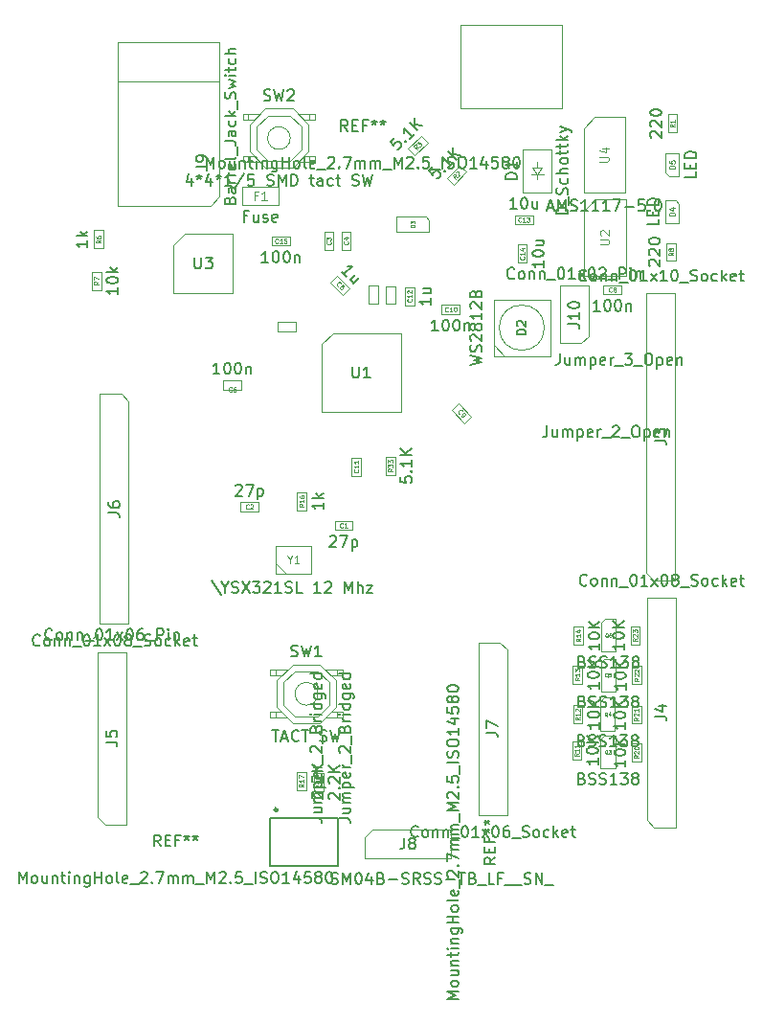
<source format=gbr>
%TF.GenerationSoftware,KiCad,Pcbnew,7.0.10*%
%TF.CreationDate,2024-03-24T00:00:08+05:30*%
%TF.ProjectId,rp2040-basic-m1,72703230-3430-42d6-9261-7369632d6d31,V2.2.5*%
%TF.SameCoordinates,Original*%
%TF.FileFunction,AssemblyDrawing,Top*%
%FSLAX46Y46*%
G04 Gerber Fmt 4.6, Leading zero omitted, Abs format (unit mm)*
G04 Created by KiCad (PCBNEW 7.0.10) date 2024-03-24 00:00:08*
%MOMM*%
%LPD*%
G01*
G04 APERTURE LIST*
%ADD10C,0.150000*%
%ADD11C,0.060000*%
%ADD12C,0.120000*%
%ADD13C,0.050000*%
%ADD14C,0.105000*%
%ADD15C,0.080000*%
%ADD16C,0.100000*%
%ADD17C,0.127000*%
%ADD18C,0.300000*%
G04 APERTURE END LIST*
D10*
X81235713Y-29348652D02*
X81235713Y-30015319D01*
X80997618Y-28967700D02*
X80759523Y-29681985D01*
X80759523Y-29681985D02*
X81378570Y-29681985D01*
X81902380Y-29015319D02*
X81902380Y-29253414D01*
X81664285Y-29158176D02*
X81902380Y-29253414D01*
X81902380Y-29253414D02*
X82140475Y-29158176D01*
X81759523Y-29443890D02*
X81902380Y-29253414D01*
X81902380Y-29253414D02*
X82045237Y-29443890D01*
X82949999Y-29348652D02*
X82949999Y-30015319D01*
X82711904Y-28967700D02*
X82473809Y-29681985D01*
X82473809Y-29681985D02*
X83092856Y-29681985D01*
X83616666Y-29015319D02*
X83616666Y-29253414D01*
X83378571Y-29158176D02*
X83616666Y-29253414D01*
X83616666Y-29253414D02*
X83854761Y-29158176D01*
X83473809Y-29443890D02*
X83616666Y-29253414D01*
X83616666Y-29253414D02*
X83759523Y-29443890D01*
X84759523Y-30015319D02*
X84188095Y-30015319D01*
X84473809Y-30015319D02*
X84473809Y-29015319D01*
X84473809Y-29015319D02*
X84378571Y-29158176D01*
X84378571Y-29158176D02*
X84283333Y-29253414D01*
X84283333Y-29253414D02*
X84188095Y-29301033D01*
X85902380Y-28967700D02*
X85045238Y-30253414D01*
X86711904Y-29015319D02*
X86235714Y-29015319D01*
X86235714Y-29015319D02*
X86188095Y-29491509D01*
X86188095Y-29491509D02*
X86235714Y-29443890D01*
X86235714Y-29443890D02*
X86330952Y-29396271D01*
X86330952Y-29396271D02*
X86569047Y-29396271D01*
X86569047Y-29396271D02*
X86664285Y-29443890D01*
X86664285Y-29443890D02*
X86711904Y-29491509D01*
X86711904Y-29491509D02*
X86759523Y-29586747D01*
X86759523Y-29586747D02*
X86759523Y-29824842D01*
X86759523Y-29824842D02*
X86711904Y-29920080D01*
X86711904Y-29920080D02*
X86664285Y-29967700D01*
X86664285Y-29967700D02*
X86569047Y-30015319D01*
X86569047Y-30015319D02*
X86330952Y-30015319D01*
X86330952Y-30015319D02*
X86235714Y-29967700D01*
X86235714Y-29967700D02*
X86188095Y-29920080D01*
X87902381Y-29967700D02*
X88045238Y-30015319D01*
X88045238Y-30015319D02*
X88283333Y-30015319D01*
X88283333Y-30015319D02*
X88378571Y-29967700D01*
X88378571Y-29967700D02*
X88426190Y-29920080D01*
X88426190Y-29920080D02*
X88473809Y-29824842D01*
X88473809Y-29824842D02*
X88473809Y-29729604D01*
X88473809Y-29729604D02*
X88426190Y-29634366D01*
X88426190Y-29634366D02*
X88378571Y-29586747D01*
X88378571Y-29586747D02*
X88283333Y-29539128D01*
X88283333Y-29539128D02*
X88092857Y-29491509D01*
X88092857Y-29491509D02*
X87997619Y-29443890D01*
X87997619Y-29443890D02*
X87950000Y-29396271D01*
X87950000Y-29396271D02*
X87902381Y-29301033D01*
X87902381Y-29301033D02*
X87902381Y-29205795D01*
X87902381Y-29205795D02*
X87950000Y-29110557D01*
X87950000Y-29110557D02*
X87997619Y-29062938D01*
X87997619Y-29062938D02*
X88092857Y-29015319D01*
X88092857Y-29015319D02*
X88330952Y-29015319D01*
X88330952Y-29015319D02*
X88473809Y-29062938D01*
X88902381Y-30015319D02*
X88902381Y-29015319D01*
X88902381Y-29015319D02*
X89235714Y-29729604D01*
X89235714Y-29729604D02*
X89569047Y-29015319D01*
X89569047Y-29015319D02*
X89569047Y-30015319D01*
X90045238Y-30015319D02*
X90045238Y-29015319D01*
X90045238Y-29015319D02*
X90283333Y-29015319D01*
X90283333Y-29015319D02*
X90426190Y-29062938D01*
X90426190Y-29062938D02*
X90521428Y-29158176D01*
X90521428Y-29158176D02*
X90569047Y-29253414D01*
X90569047Y-29253414D02*
X90616666Y-29443890D01*
X90616666Y-29443890D02*
X90616666Y-29586747D01*
X90616666Y-29586747D02*
X90569047Y-29777223D01*
X90569047Y-29777223D02*
X90521428Y-29872461D01*
X90521428Y-29872461D02*
X90426190Y-29967700D01*
X90426190Y-29967700D02*
X90283333Y-30015319D01*
X90283333Y-30015319D02*
X90045238Y-30015319D01*
X91664286Y-29348652D02*
X92045238Y-29348652D01*
X91807143Y-29015319D02*
X91807143Y-29872461D01*
X91807143Y-29872461D02*
X91854762Y-29967700D01*
X91854762Y-29967700D02*
X91950000Y-30015319D01*
X91950000Y-30015319D02*
X92045238Y-30015319D01*
X92807143Y-30015319D02*
X92807143Y-29491509D01*
X92807143Y-29491509D02*
X92759524Y-29396271D01*
X92759524Y-29396271D02*
X92664286Y-29348652D01*
X92664286Y-29348652D02*
X92473810Y-29348652D01*
X92473810Y-29348652D02*
X92378572Y-29396271D01*
X92807143Y-29967700D02*
X92711905Y-30015319D01*
X92711905Y-30015319D02*
X92473810Y-30015319D01*
X92473810Y-30015319D02*
X92378572Y-29967700D01*
X92378572Y-29967700D02*
X92330953Y-29872461D01*
X92330953Y-29872461D02*
X92330953Y-29777223D01*
X92330953Y-29777223D02*
X92378572Y-29681985D01*
X92378572Y-29681985D02*
X92473810Y-29634366D01*
X92473810Y-29634366D02*
X92711905Y-29634366D01*
X92711905Y-29634366D02*
X92807143Y-29586747D01*
X93711905Y-29967700D02*
X93616667Y-30015319D01*
X93616667Y-30015319D02*
X93426191Y-30015319D01*
X93426191Y-30015319D02*
X93330953Y-29967700D01*
X93330953Y-29967700D02*
X93283334Y-29920080D01*
X93283334Y-29920080D02*
X93235715Y-29824842D01*
X93235715Y-29824842D02*
X93235715Y-29539128D01*
X93235715Y-29539128D02*
X93283334Y-29443890D01*
X93283334Y-29443890D02*
X93330953Y-29396271D01*
X93330953Y-29396271D02*
X93426191Y-29348652D01*
X93426191Y-29348652D02*
X93616667Y-29348652D01*
X93616667Y-29348652D02*
X93711905Y-29396271D01*
X93997620Y-29348652D02*
X94378572Y-29348652D01*
X94140477Y-29015319D02*
X94140477Y-29872461D01*
X94140477Y-29872461D02*
X94188096Y-29967700D01*
X94188096Y-29967700D02*
X94283334Y-30015319D01*
X94283334Y-30015319D02*
X94378572Y-30015319D01*
X95426192Y-29967700D02*
X95569049Y-30015319D01*
X95569049Y-30015319D02*
X95807144Y-30015319D01*
X95807144Y-30015319D02*
X95902382Y-29967700D01*
X95902382Y-29967700D02*
X95950001Y-29920080D01*
X95950001Y-29920080D02*
X95997620Y-29824842D01*
X95997620Y-29824842D02*
X95997620Y-29729604D01*
X95997620Y-29729604D02*
X95950001Y-29634366D01*
X95950001Y-29634366D02*
X95902382Y-29586747D01*
X95902382Y-29586747D02*
X95807144Y-29539128D01*
X95807144Y-29539128D02*
X95616668Y-29491509D01*
X95616668Y-29491509D02*
X95521430Y-29443890D01*
X95521430Y-29443890D02*
X95473811Y-29396271D01*
X95473811Y-29396271D02*
X95426192Y-29301033D01*
X95426192Y-29301033D02*
X95426192Y-29205795D01*
X95426192Y-29205795D02*
X95473811Y-29110557D01*
X95473811Y-29110557D02*
X95521430Y-29062938D01*
X95521430Y-29062938D02*
X95616668Y-29015319D01*
X95616668Y-29015319D02*
X95854763Y-29015319D01*
X95854763Y-29015319D02*
X95997620Y-29062938D01*
X96330954Y-29015319D02*
X96569049Y-30015319D01*
X96569049Y-30015319D02*
X96759525Y-29301033D01*
X96759525Y-29301033D02*
X96950001Y-30015319D01*
X96950001Y-30015319D02*
X97188097Y-29015319D01*
X87616667Y-22467700D02*
X87759524Y-22515319D01*
X87759524Y-22515319D02*
X87997619Y-22515319D01*
X87997619Y-22515319D02*
X88092857Y-22467700D01*
X88092857Y-22467700D02*
X88140476Y-22420080D01*
X88140476Y-22420080D02*
X88188095Y-22324842D01*
X88188095Y-22324842D02*
X88188095Y-22229604D01*
X88188095Y-22229604D02*
X88140476Y-22134366D01*
X88140476Y-22134366D02*
X88092857Y-22086747D01*
X88092857Y-22086747D02*
X87997619Y-22039128D01*
X87997619Y-22039128D02*
X87807143Y-21991509D01*
X87807143Y-21991509D02*
X87711905Y-21943890D01*
X87711905Y-21943890D02*
X87664286Y-21896271D01*
X87664286Y-21896271D02*
X87616667Y-21801033D01*
X87616667Y-21801033D02*
X87616667Y-21705795D01*
X87616667Y-21705795D02*
X87664286Y-21610557D01*
X87664286Y-21610557D02*
X87711905Y-21562938D01*
X87711905Y-21562938D02*
X87807143Y-21515319D01*
X87807143Y-21515319D02*
X88045238Y-21515319D01*
X88045238Y-21515319D02*
X88188095Y-21562938D01*
X88521429Y-21515319D02*
X88759524Y-22515319D01*
X88759524Y-22515319D02*
X88950000Y-21801033D01*
X88950000Y-21801033D02*
X89140476Y-22515319D01*
X89140476Y-22515319D02*
X89378572Y-21515319D01*
X89711905Y-21610557D02*
X89759524Y-21562938D01*
X89759524Y-21562938D02*
X89854762Y-21515319D01*
X89854762Y-21515319D02*
X90092857Y-21515319D01*
X90092857Y-21515319D02*
X90188095Y-21562938D01*
X90188095Y-21562938D02*
X90235714Y-21610557D01*
X90235714Y-21610557D02*
X90283333Y-21705795D01*
X90283333Y-21705795D02*
X90283333Y-21801033D01*
X90283333Y-21801033D02*
X90235714Y-21943890D01*
X90235714Y-21943890D02*
X89664286Y-22515319D01*
X89664286Y-22515319D02*
X90283333Y-22515319D01*
X83710952Y-46664819D02*
X83139524Y-46664819D01*
X83425238Y-46664819D02*
X83425238Y-45664819D01*
X83425238Y-45664819D02*
X83330000Y-45807676D01*
X83330000Y-45807676D02*
X83234762Y-45902914D01*
X83234762Y-45902914D02*
X83139524Y-45950533D01*
X84330000Y-45664819D02*
X84425238Y-45664819D01*
X84425238Y-45664819D02*
X84520476Y-45712438D01*
X84520476Y-45712438D02*
X84568095Y-45760057D01*
X84568095Y-45760057D02*
X84615714Y-45855295D01*
X84615714Y-45855295D02*
X84663333Y-46045771D01*
X84663333Y-46045771D02*
X84663333Y-46283866D01*
X84663333Y-46283866D02*
X84615714Y-46474342D01*
X84615714Y-46474342D02*
X84568095Y-46569580D01*
X84568095Y-46569580D02*
X84520476Y-46617200D01*
X84520476Y-46617200D02*
X84425238Y-46664819D01*
X84425238Y-46664819D02*
X84330000Y-46664819D01*
X84330000Y-46664819D02*
X84234762Y-46617200D01*
X84234762Y-46617200D02*
X84187143Y-46569580D01*
X84187143Y-46569580D02*
X84139524Y-46474342D01*
X84139524Y-46474342D02*
X84091905Y-46283866D01*
X84091905Y-46283866D02*
X84091905Y-46045771D01*
X84091905Y-46045771D02*
X84139524Y-45855295D01*
X84139524Y-45855295D02*
X84187143Y-45760057D01*
X84187143Y-45760057D02*
X84234762Y-45712438D01*
X84234762Y-45712438D02*
X84330000Y-45664819D01*
X85282381Y-45664819D02*
X85377619Y-45664819D01*
X85377619Y-45664819D02*
X85472857Y-45712438D01*
X85472857Y-45712438D02*
X85520476Y-45760057D01*
X85520476Y-45760057D02*
X85568095Y-45855295D01*
X85568095Y-45855295D02*
X85615714Y-46045771D01*
X85615714Y-46045771D02*
X85615714Y-46283866D01*
X85615714Y-46283866D02*
X85568095Y-46474342D01*
X85568095Y-46474342D02*
X85520476Y-46569580D01*
X85520476Y-46569580D02*
X85472857Y-46617200D01*
X85472857Y-46617200D02*
X85377619Y-46664819D01*
X85377619Y-46664819D02*
X85282381Y-46664819D01*
X85282381Y-46664819D02*
X85187143Y-46617200D01*
X85187143Y-46617200D02*
X85139524Y-46569580D01*
X85139524Y-46569580D02*
X85091905Y-46474342D01*
X85091905Y-46474342D02*
X85044286Y-46283866D01*
X85044286Y-46283866D02*
X85044286Y-46045771D01*
X85044286Y-46045771D02*
X85091905Y-45855295D01*
X85091905Y-45855295D02*
X85139524Y-45760057D01*
X85139524Y-45760057D02*
X85187143Y-45712438D01*
X85187143Y-45712438D02*
X85282381Y-45664819D01*
X86044286Y-45998152D02*
X86044286Y-46664819D01*
X86044286Y-46093390D02*
X86091905Y-46045771D01*
X86091905Y-46045771D02*
X86187143Y-45998152D01*
X86187143Y-45998152D02*
X86330000Y-45998152D01*
X86330000Y-45998152D02*
X86425238Y-46045771D01*
X86425238Y-46045771D02*
X86472857Y-46141009D01*
X86472857Y-46141009D02*
X86472857Y-46664819D01*
D11*
X84763333Y-48183832D02*
X84744285Y-48202880D01*
X84744285Y-48202880D02*
X84687143Y-48221927D01*
X84687143Y-48221927D02*
X84649047Y-48221927D01*
X84649047Y-48221927D02*
X84591904Y-48202880D01*
X84591904Y-48202880D02*
X84553809Y-48164784D01*
X84553809Y-48164784D02*
X84534762Y-48126689D01*
X84534762Y-48126689D02*
X84515714Y-48050499D01*
X84515714Y-48050499D02*
X84515714Y-47993356D01*
X84515714Y-47993356D02*
X84534762Y-47917165D01*
X84534762Y-47917165D02*
X84553809Y-47879070D01*
X84553809Y-47879070D02*
X84591904Y-47840975D01*
X84591904Y-47840975D02*
X84649047Y-47821927D01*
X84649047Y-47821927D02*
X84687143Y-47821927D01*
X84687143Y-47821927D02*
X84744285Y-47840975D01*
X84744285Y-47840975D02*
X84763333Y-47860022D01*
X85106190Y-47821927D02*
X85030000Y-47821927D01*
X85030000Y-47821927D02*
X84991904Y-47840975D01*
X84991904Y-47840975D02*
X84972857Y-47860022D01*
X84972857Y-47860022D02*
X84934762Y-47917165D01*
X84934762Y-47917165D02*
X84915714Y-47993356D01*
X84915714Y-47993356D02*
X84915714Y-48145737D01*
X84915714Y-48145737D02*
X84934762Y-48183832D01*
X84934762Y-48183832D02*
X84953809Y-48202880D01*
X84953809Y-48202880D02*
X84991904Y-48221927D01*
X84991904Y-48221927D02*
X85068095Y-48221927D01*
X85068095Y-48221927D02*
X85106190Y-48202880D01*
X85106190Y-48202880D02*
X85125238Y-48183832D01*
X85125238Y-48183832D02*
X85144285Y-48145737D01*
X85144285Y-48145737D02*
X85144285Y-48050499D01*
X85144285Y-48050499D02*
X85125238Y-48012403D01*
X85125238Y-48012403D02*
X85106190Y-47993356D01*
X85106190Y-47993356D02*
X85068095Y-47974308D01*
X85068095Y-47974308D02*
X84991904Y-47974308D01*
X84991904Y-47974308D02*
X84953809Y-47993356D01*
X84953809Y-47993356D02*
X84934762Y-48012403D01*
X84934762Y-48012403D02*
X84915714Y-48050499D01*
D12*
X117363855Y-35209523D02*
X118011474Y-35209523D01*
X118011474Y-35209523D02*
X118087664Y-35171428D01*
X118087664Y-35171428D02*
X118125760Y-35133333D01*
X118125760Y-35133333D02*
X118163855Y-35057142D01*
X118163855Y-35057142D02*
X118163855Y-34904761D01*
X118163855Y-34904761D02*
X118125760Y-34828571D01*
X118125760Y-34828571D02*
X118087664Y-34790476D01*
X118087664Y-34790476D02*
X118011474Y-34752380D01*
X118011474Y-34752380D02*
X117363855Y-34752380D01*
X117440045Y-34409524D02*
X117401950Y-34371428D01*
X117401950Y-34371428D02*
X117363855Y-34295238D01*
X117363855Y-34295238D02*
X117363855Y-34104762D01*
X117363855Y-34104762D02*
X117401950Y-34028571D01*
X117401950Y-34028571D02*
X117440045Y-33990476D01*
X117440045Y-33990476D02*
X117516236Y-33952381D01*
X117516236Y-33952381D02*
X117592426Y-33952381D01*
X117592426Y-33952381D02*
X117706712Y-33990476D01*
X117706712Y-33990476D02*
X118163855Y-34447619D01*
X118163855Y-34447619D02*
X118163855Y-33952381D01*
D10*
X101254760Y-87510080D02*
X101207141Y-87557700D01*
X101207141Y-87557700D02*
X101064284Y-87605319D01*
X101064284Y-87605319D02*
X100969046Y-87605319D01*
X100969046Y-87605319D02*
X100826189Y-87557700D01*
X100826189Y-87557700D02*
X100730951Y-87462461D01*
X100730951Y-87462461D02*
X100683332Y-87367223D01*
X100683332Y-87367223D02*
X100635713Y-87176747D01*
X100635713Y-87176747D02*
X100635713Y-87033890D01*
X100635713Y-87033890D02*
X100683332Y-86843414D01*
X100683332Y-86843414D02*
X100730951Y-86748176D01*
X100730951Y-86748176D02*
X100826189Y-86652938D01*
X100826189Y-86652938D02*
X100969046Y-86605319D01*
X100969046Y-86605319D02*
X101064284Y-86605319D01*
X101064284Y-86605319D02*
X101207141Y-86652938D01*
X101207141Y-86652938D02*
X101254760Y-86700557D01*
X101826189Y-87605319D02*
X101730951Y-87557700D01*
X101730951Y-87557700D02*
X101683332Y-87510080D01*
X101683332Y-87510080D02*
X101635713Y-87414842D01*
X101635713Y-87414842D02*
X101635713Y-87129128D01*
X101635713Y-87129128D02*
X101683332Y-87033890D01*
X101683332Y-87033890D02*
X101730951Y-86986271D01*
X101730951Y-86986271D02*
X101826189Y-86938652D01*
X101826189Y-86938652D02*
X101969046Y-86938652D01*
X101969046Y-86938652D02*
X102064284Y-86986271D01*
X102064284Y-86986271D02*
X102111903Y-87033890D01*
X102111903Y-87033890D02*
X102159522Y-87129128D01*
X102159522Y-87129128D02*
X102159522Y-87414842D01*
X102159522Y-87414842D02*
X102111903Y-87510080D01*
X102111903Y-87510080D02*
X102064284Y-87557700D01*
X102064284Y-87557700D02*
X101969046Y-87605319D01*
X101969046Y-87605319D02*
X101826189Y-87605319D01*
X102588094Y-86938652D02*
X102588094Y-87605319D01*
X102588094Y-87033890D02*
X102635713Y-86986271D01*
X102635713Y-86986271D02*
X102730951Y-86938652D01*
X102730951Y-86938652D02*
X102873808Y-86938652D01*
X102873808Y-86938652D02*
X102969046Y-86986271D01*
X102969046Y-86986271D02*
X103016665Y-87081509D01*
X103016665Y-87081509D02*
X103016665Y-87605319D01*
X103492856Y-86938652D02*
X103492856Y-87605319D01*
X103492856Y-87033890D02*
X103540475Y-86986271D01*
X103540475Y-86986271D02*
X103635713Y-86938652D01*
X103635713Y-86938652D02*
X103778570Y-86938652D01*
X103778570Y-86938652D02*
X103873808Y-86986271D01*
X103873808Y-86986271D02*
X103921427Y-87081509D01*
X103921427Y-87081509D02*
X103921427Y-87605319D01*
X104159523Y-87700557D02*
X104921427Y-87700557D01*
X105349999Y-86605319D02*
X105445237Y-86605319D01*
X105445237Y-86605319D02*
X105540475Y-86652938D01*
X105540475Y-86652938D02*
X105588094Y-86700557D01*
X105588094Y-86700557D02*
X105635713Y-86795795D01*
X105635713Y-86795795D02*
X105683332Y-86986271D01*
X105683332Y-86986271D02*
X105683332Y-87224366D01*
X105683332Y-87224366D02*
X105635713Y-87414842D01*
X105635713Y-87414842D02*
X105588094Y-87510080D01*
X105588094Y-87510080D02*
X105540475Y-87557700D01*
X105540475Y-87557700D02*
X105445237Y-87605319D01*
X105445237Y-87605319D02*
X105349999Y-87605319D01*
X105349999Y-87605319D02*
X105254761Y-87557700D01*
X105254761Y-87557700D02*
X105207142Y-87510080D01*
X105207142Y-87510080D02*
X105159523Y-87414842D01*
X105159523Y-87414842D02*
X105111904Y-87224366D01*
X105111904Y-87224366D02*
X105111904Y-86986271D01*
X105111904Y-86986271D02*
X105159523Y-86795795D01*
X105159523Y-86795795D02*
X105207142Y-86700557D01*
X105207142Y-86700557D02*
X105254761Y-86652938D01*
X105254761Y-86652938D02*
X105349999Y-86605319D01*
X106635713Y-87605319D02*
X106064285Y-87605319D01*
X106349999Y-87605319D02*
X106349999Y-86605319D01*
X106349999Y-86605319D02*
X106254761Y-86748176D01*
X106254761Y-86748176D02*
X106159523Y-86843414D01*
X106159523Y-86843414D02*
X106064285Y-86891033D01*
X106969047Y-87605319D02*
X107492856Y-86938652D01*
X106969047Y-86938652D02*
X107492856Y-87605319D01*
X108064285Y-86605319D02*
X108159523Y-86605319D01*
X108159523Y-86605319D02*
X108254761Y-86652938D01*
X108254761Y-86652938D02*
X108302380Y-86700557D01*
X108302380Y-86700557D02*
X108349999Y-86795795D01*
X108349999Y-86795795D02*
X108397618Y-86986271D01*
X108397618Y-86986271D02*
X108397618Y-87224366D01*
X108397618Y-87224366D02*
X108349999Y-87414842D01*
X108349999Y-87414842D02*
X108302380Y-87510080D01*
X108302380Y-87510080D02*
X108254761Y-87557700D01*
X108254761Y-87557700D02*
X108159523Y-87605319D01*
X108159523Y-87605319D02*
X108064285Y-87605319D01*
X108064285Y-87605319D02*
X107969047Y-87557700D01*
X107969047Y-87557700D02*
X107921428Y-87510080D01*
X107921428Y-87510080D02*
X107873809Y-87414842D01*
X107873809Y-87414842D02*
X107826190Y-87224366D01*
X107826190Y-87224366D02*
X107826190Y-86986271D01*
X107826190Y-86986271D02*
X107873809Y-86795795D01*
X107873809Y-86795795D02*
X107921428Y-86700557D01*
X107921428Y-86700557D02*
X107969047Y-86652938D01*
X107969047Y-86652938D02*
X108064285Y-86605319D01*
X109254761Y-86605319D02*
X109064285Y-86605319D01*
X109064285Y-86605319D02*
X108969047Y-86652938D01*
X108969047Y-86652938D02*
X108921428Y-86700557D01*
X108921428Y-86700557D02*
X108826190Y-86843414D01*
X108826190Y-86843414D02*
X108778571Y-87033890D01*
X108778571Y-87033890D02*
X108778571Y-87414842D01*
X108778571Y-87414842D02*
X108826190Y-87510080D01*
X108826190Y-87510080D02*
X108873809Y-87557700D01*
X108873809Y-87557700D02*
X108969047Y-87605319D01*
X108969047Y-87605319D02*
X109159523Y-87605319D01*
X109159523Y-87605319D02*
X109254761Y-87557700D01*
X109254761Y-87557700D02*
X109302380Y-87510080D01*
X109302380Y-87510080D02*
X109349999Y-87414842D01*
X109349999Y-87414842D02*
X109349999Y-87176747D01*
X109349999Y-87176747D02*
X109302380Y-87081509D01*
X109302380Y-87081509D02*
X109254761Y-87033890D01*
X109254761Y-87033890D02*
X109159523Y-86986271D01*
X109159523Y-86986271D02*
X108969047Y-86986271D01*
X108969047Y-86986271D02*
X108873809Y-87033890D01*
X108873809Y-87033890D02*
X108826190Y-87081509D01*
X108826190Y-87081509D02*
X108778571Y-87176747D01*
X109540476Y-87700557D02*
X110302380Y-87700557D01*
X110492857Y-87557700D02*
X110635714Y-87605319D01*
X110635714Y-87605319D02*
X110873809Y-87605319D01*
X110873809Y-87605319D02*
X110969047Y-87557700D01*
X110969047Y-87557700D02*
X111016666Y-87510080D01*
X111016666Y-87510080D02*
X111064285Y-87414842D01*
X111064285Y-87414842D02*
X111064285Y-87319604D01*
X111064285Y-87319604D02*
X111016666Y-87224366D01*
X111016666Y-87224366D02*
X110969047Y-87176747D01*
X110969047Y-87176747D02*
X110873809Y-87129128D01*
X110873809Y-87129128D02*
X110683333Y-87081509D01*
X110683333Y-87081509D02*
X110588095Y-87033890D01*
X110588095Y-87033890D02*
X110540476Y-86986271D01*
X110540476Y-86986271D02*
X110492857Y-86891033D01*
X110492857Y-86891033D02*
X110492857Y-86795795D01*
X110492857Y-86795795D02*
X110540476Y-86700557D01*
X110540476Y-86700557D02*
X110588095Y-86652938D01*
X110588095Y-86652938D02*
X110683333Y-86605319D01*
X110683333Y-86605319D02*
X110921428Y-86605319D01*
X110921428Y-86605319D02*
X111064285Y-86652938D01*
X111635714Y-87605319D02*
X111540476Y-87557700D01*
X111540476Y-87557700D02*
X111492857Y-87510080D01*
X111492857Y-87510080D02*
X111445238Y-87414842D01*
X111445238Y-87414842D02*
X111445238Y-87129128D01*
X111445238Y-87129128D02*
X111492857Y-87033890D01*
X111492857Y-87033890D02*
X111540476Y-86986271D01*
X111540476Y-86986271D02*
X111635714Y-86938652D01*
X111635714Y-86938652D02*
X111778571Y-86938652D01*
X111778571Y-86938652D02*
X111873809Y-86986271D01*
X111873809Y-86986271D02*
X111921428Y-87033890D01*
X111921428Y-87033890D02*
X111969047Y-87129128D01*
X111969047Y-87129128D02*
X111969047Y-87414842D01*
X111969047Y-87414842D02*
X111921428Y-87510080D01*
X111921428Y-87510080D02*
X111873809Y-87557700D01*
X111873809Y-87557700D02*
X111778571Y-87605319D01*
X111778571Y-87605319D02*
X111635714Y-87605319D01*
X112826190Y-87557700D02*
X112730952Y-87605319D01*
X112730952Y-87605319D02*
X112540476Y-87605319D01*
X112540476Y-87605319D02*
X112445238Y-87557700D01*
X112445238Y-87557700D02*
X112397619Y-87510080D01*
X112397619Y-87510080D02*
X112350000Y-87414842D01*
X112350000Y-87414842D02*
X112350000Y-87129128D01*
X112350000Y-87129128D02*
X112397619Y-87033890D01*
X112397619Y-87033890D02*
X112445238Y-86986271D01*
X112445238Y-86986271D02*
X112540476Y-86938652D01*
X112540476Y-86938652D02*
X112730952Y-86938652D01*
X112730952Y-86938652D02*
X112826190Y-86986271D01*
X113254762Y-87605319D02*
X113254762Y-86605319D01*
X113350000Y-87224366D02*
X113635714Y-87605319D01*
X113635714Y-86938652D02*
X113254762Y-87319604D01*
X114445238Y-87557700D02*
X114350000Y-87605319D01*
X114350000Y-87605319D02*
X114159524Y-87605319D01*
X114159524Y-87605319D02*
X114064286Y-87557700D01*
X114064286Y-87557700D02*
X114016667Y-87462461D01*
X114016667Y-87462461D02*
X114016667Y-87081509D01*
X114016667Y-87081509D02*
X114064286Y-86986271D01*
X114064286Y-86986271D02*
X114159524Y-86938652D01*
X114159524Y-86938652D02*
X114350000Y-86938652D01*
X114350000Y-86938652D02*
X114445238Y-86986271D01*
X114445238Y-86986271D02*
X114492857Y-87081509D01*
X114492857Y-87081509D02*
X114492857Y-87176747D01*
X114492857Y-87176747D02*
X114016667Y-87271985D01*
X114778572Y-86938652D02*
X115159524Y-86938652D01*
X114921429Y-86605319D02*
X114921429Y-87462461D01*
X114921429Y-87462461D02*
X114969048Y-87557700D01*
X114969048Y-87557700D02*
X115064286Y-87605319D01*
X115064286Y-87605319D02*
X115159524Y-87605319D01*
X107304819Y-78363833D02*
X108019104Y-78363833D01*
X108019104Y-78363833D02*
X108161961Y-78411452D01*
X108161961Y-78411452D02*
X108257200Y-78506690D01*
X108257200Y-78506690D02*
X108304819Y-78649547D01*
X108304819Y-78649547D02*
X108304819Y-78744785D01*
X107304819Y-77982880D02*
X107304819Y-77316214D01*
X107304819Y-77316214D02*
X108304819Y-77744785D01*
X82536667Y-28465319D02*
X82536667Y-27465319D01*
X82536667Y-27465319D02*
X82870000Y-28179604D01*
X82870000Y-28179604D02*
X83203333Y-27465319D01*
X83203333Y-27465319D02*
X83203333Y-28465319D01*
X83822381Y-28465319D02*
X83727143Y-28417700D01*
X83727143Y-28417700D02*
X83679524Y-28370080D01*
X83679524Y-28370080D02*
X83631905Y-28274842D01*
X83631905Y-28274842D02*
X83631905Y-27989128D01*
X83631905Y-27989128D02*
X83679524Y-27893890D01*
X83679524Y-27893890D02*
X83727143Y-27846271D01*
X83727143Y-27846271D02*
X83822381Y-27798652D01*
X83822381Y-27798652D02*
X83965238Y-27798652D01*
X83965238Y-27798652D02*
X84060476Y-27846271D01*
X84060476Y-27846271D02*
X84108095Y-27893890D01*
X84108095Y-27893890D02*
X84155714Y-27989128D01*
X84155714Y-27989128D02*
X84155714Y-28274842D01*
X84155714Y-28274842D02*
X84108095Y-28370080D01*
X84108095Y-28370080D02*
X84060476Y-28417700D01*
X84060476Y-28417700D02*
X83965238Y-28465319D01*
X83965238Y-28465319D02*
X83822381Y-28465319D01*
X85012857Y-27798652D02*
X85012857Y-28465319D01*
X84584286Y-27798652D02*
X84584286Y-28322461D01*
X84584286Y-28322461D02*
X84631905Y-28417700D01*
X84631905Y-28417700D02*
X84727143Y-28465319D01*
X84727143Y-28465319D02*
X84870000Y-28465319D01*
X84870000Y-28465319D02*
X84965238Y-28417700D01*
X84965238Y-28417700D02*
X85012857Y-28370080D01*
X85489048Y-27798652D02*
X85489048Y-28465319D01*
X85489048Y-27893890D02*
X85536667Y-27846271D01*
X85536667Y-27846271D02*
X85631905Y-27798652D01*
X85631905Y-27798652D02*
X85774762Y-27798652D01*
X85774762Y-27798652D02*
X85870000Y-27846271D01*
X85870000Y-27846271D02*
X85917619Y-27941509D01*
X85917619Y-27941509D02*
X85917619Y-28465319D01*
X86250953Y-27798652D02*
X86631905Y-27798652D01*
X86393810Y-27465319D02*
X86393810Y-28322461D01*
X86393810Y-28322461D02*
X86441429Y-28417700D01*
X86441429Y-28417700D02*
X86536667Y-28465319D01*
X86536667Y-28465319D02*
X86631905Y-28465319D01*
X86965239Y-28465319D02*
X86965239Y-27798652D01*
X86965239Y-27465319D02*
X86917620Y-27512938D01*
X86917620Y-27512938D02*
X86965239Y-27560557D01*
X86965239Y-27560557D02*
X87012858Y-27512938D01*
X87012858Y-27512938D02*
X86965239Y-27465319D01*
X86965239Y-27465319D02*
X86965239Y-27560557D01*
X87441429Y-27798652D02*
X87441429Y-28465319D01*
X87441429Y-27893890D02*
X87489048Y-27846271D01*
X87489048Y-27846271D02*
X87584286Y-27798652D01*
X87584286Y-27798652D02*
X87727143Y-27798652D01*
X87727143Y-27798652D02*
X87822381Y-27846271D01*
X87822381Y-27846271D02*
X87870000Y-27941509D01*
X87870000Y-27941509D02*
X87870000Y-28465319D01*
X88774762Y-27798652D02*
X88774762Y-28608176D01*
X88774762Y-28608176D02*
X88727143Y-28703414D01*
X88727143Y-28703414D02*
X88679524Y-28751033D01*
X88679524Y-28751033D02*
X88584286Y-28798652D01*
X88584286Y-28798652D02*
X88441429Y-28798652D01*
X88441429Y-28798652D02*
X88346191Y-28751033D01*
X88774762Y-28417700D02*
X88679524Y-28465319D01*
X88679524Y-28465319D02*
X88489048Y-28465319D01*
X88489048Y-28465319D02*
X88393810Y-28417700D01*
X88393810Y-28417700D02*
X88346191Y-28370080D01*
X88346191Y-28370080D02*
X88298572Y-28274842D01*
X88298572Y-28274842D02*
X88298572Y-27989128D01*
X88298572Y-27989128D02*
X88346191Y-27893890D01*
X88346191Y-27893890D02*
X88393810Y-27846271D01*
X88393810Y-27846271D02*
X88489048Y-27798652D01*
X88489048Y-27798652D02*
X88679524Y-27798652D01*
X88679524Y-27798652D02*
X88774762Y-27846271D01*
X89250953Y-28465319D02*
X89250953Y-27465319D01*
X89250953Y-27941509D02*
X89822381Y-27941509D01*
X89822381Y-28465319D02*
X89822381Y-27465319D01*
X90441429Y-28465319D02*
X90346191Y-28417700D01*
X90346191Y-28417700D02*
X90298572Y-28370080D01*
X90298572Y-28370080D02*
X90250953Y-28274842D01*
X90250953Y-28274842D02*
X90250953Y-27989128D01*
X90250953Y-27989128D02*
X90298572Y-27893890D01*
X90298572Y-27893890D02*
X90346191Y-27846271D01*
X90346191Y-27846271D02*
X90441429Y-27798652D01*
X90441429Y-27798652D02*
X90584286Y-27798652D01*
X90584286Y-27798652D02*
X90679524Y-27846271D01*
X90679524Y-27846271D02*
X90727143Y-27893890D01*
X90727143Y-27893890D02*
X90774762Y-27989128D01*
X90774762Y-27989128D02*
X90774762Y-28274842D01*
X90774762Y-28274842D02*
X90727143Y-28370080D01*
X90727143Y-28370080D02*
X90679524Y-28417700D01*
X90679524Y-28417700D02*
X90584286Y-28465319D01*
X90584286Y-28465319D02*
X90441429Y-28465319D01*
X91346191Y-28465319D02*
X91250953Y-28417700D01*
X91250953Y-28417700D02*
X91203334Y-28322461D01*
X91203334Y-28322461D02*
X91203334Y-27465319D01*
X92108096Y-28417700D02*
X92012858Y-28465319D01*
X92012858Y-28465319D02*
X91822382Y-28465319D01*
X91822382Y-28465319D02*
X91727144Y-28417700D01*
X91727144Y-28417700D02*
X91679525Y-28322461D01*
X91679525Y-28322461D02*
X91679525Y-27941509D01*
X91679525Y-27941509D02*
X91727144Y-27846271D01*
X91727144Y-27846271D02*
X91822382Y-27798652D01*
X91822382Y-27798652D02*
X92012858Y-27798652D01*
X92012858Y-27798652D02*
X92108096Y-27846271D01*
X92108096Y-27846271D02*
X92155715Y-27941509D01*
X92155715Y-27941509D02*
X92155715Y-28036747D01*
X92155715Y-28036747D02*
X91679525Y-28131985D01*
X92346192Y-28560557D02*
X93108096Y-28560557D01*
X93298573Y-27560557D02*
X93346192Y-27512938D01*
X93346192Y-27512938D02*
X93441430Y-27465319D01*
X93441430Y-27465319D02*
X93679525Y-27465319D01*
X93679525Y-27465319D02*
X93774763Y-27512938D01*
X93774763Y-27512938D02*
X93822382Y-27560557D01*
X93822382Y-27560557D02*
X93870001Y-27655795D01*
X93870001Y-27655795D02*
X93870001Y-27751033D01*
X93870001Y-27751033D02*
X93822382Y-27893890D01*
X93822382Y-27893890D02*
X93250954Y-28465319D01*
X93250954Y-28465319D02*
X93870001Y-28465319D01*
X94298573Y-28370080D02*
X94346192Y-28417700D01*
X94346192Y-28417700D02*
X94298573Y-28465319D01*
X94298573Y-28465319D02*
X94250954Y-28417700D01*
X94250954Y-28417700D02*
X94298573Y-28370080D01*
X94298573Y-28370080D02*
X94298573Y-28465319D01*
X94679525Y-27465319D02*
X95346191Y-27465319D01*
X95346191Y-27465319D02*
X94917620Y-28465319D01*
X95727144Y-28465319D02*
X95727144Y-27798652D01*
X95727144Y-27893890D02*
X95774763Y-27846271D01*
X95774763Y-27846271D02*
X95870001Y-27798652D01*
X95870001Y-27798652D02*
X96012858Y-27798652D01*
X96012858Y-27798652D02*
X96108096Y-27846271D01*
X96108096Y-27846271D02*
X96155715Y-27941509D01*
X96155715Y-27941509D02*
X96155715Y-28465319D01*
X96155715Y-27941509D02*
X96203334Y-27846271D01*
X96203334Y-27846271D02*
X96298572Y-27798652D01*
X96298572Y-27798652D02*
X96441429Y-27798652D01*
X96441429Y-27798652D02*
X96536668Y-27846271D01*
X96536668Y-27846271D02*
X96584287Y-27941509D01*
X96584287Y-27941509D02*
X96584287Y-28465319D01*
X97060477Y-28465319D02*
X97060477Y-27798652D01*
X97060477Y-27893890D02*
X97108096Y-27846271D01*
X97108096Y-27846271D02*
X97203334Y-27798652D01*
X97203334Y-27798652D02*
X97346191Y-27798652D01*
X97346191Y-27798652D02*
X97441429Y-27846271D01*
X97441429Y-27846271D02*
X97489048Y-27941509D01*
X97489048Y-27941509D02*
X97489048Y-28465319D01*
X97489048Y-27941509D02*
X97536667Y-27846271D01*
X97536667Y-27846271D02*
X97631905Y-27798652D01*
X97631905Y-27798652D02*
X97774762Y-27798652D01*
X97774762Y-27798652D02*
X97870001Y-27846271D01*
X97870001Y-27846271D02*
X97917620Y-27941509D01*
X97917620Y-27941509D02*
X97917620Y-28465319D01*
X98155715Y-28560557D02*
X98917619Y-28560557D01*
X99155715Y-28465319D02*
X99155715Y-27465319D01*
X99155715Y-27465319D02*
X99489048Y-28179604D01*
X99489048Y-28179604D02*
X99822381Y-27465319D01*
X99822381Y-27465319D02*
X99822381Y-28465319D01*
X100250953Y-27560557D02*
X100298572Y-27512938D01*
X100298572Y-27512938D02*
X100393810Y-27465319D01*
X100393810Y-27465319D02*
X100631905Y-27465319D01*
X100631905Y-27465319D02*
X100727143Y-27512938D01*
X100727143Y-27512938D02*
X100774762Y-27560557D01*
X100774762Y-27560557D02*
X100822381Y-27655795D01*
X100822381Y-27655795D02*
X100822381Y-27751033D01*
X100822381Y-27751033D02*
X100774762Y-27893890D01*
X100774762Y-27893890D02*
X100203334Y-28465319D01*
X100203334Y-28465319D02*
X100822381Y-28465319D01*
X101250953Y-28370080D02*
X101298572Y-28417700D01*
X101298572Y-28417700D02*
X101250953Y-28465319D01*
X101250953Y-28465319D02*
X101203334Y-28417700D01*
X101203334Y-28417700D02*
X101250953Y-28370080D01*
X101250953Y-28370080D02*
X101250953Y-28465319D01*
X102203333Y-27465319D02*
X101727143Y-27465319D01*
X101727143Y-27465319D02*
X101679524Y-27941509D01*
X101679524Y-27941509D02*
X101727143Y-27893890D01*
X101727143Y-27893890D02*
X101822381Y-27846271D01*
X101822381Y-27846271D02*
X102060476Y-27846271D01*
X102060476Y-27846271D02*
X102155714Y-27893890D01*
X102155714Y-27893890D02*
X102203333Y-27941509D01*
X102203333Y-27941509D02*
X102250952Y-28036747D01*
X102250952Y-28036747D02*
X102250952Y-28274842D01*
X102250952Y-28274842D02*
X102203333Y-28370080D01*
X102203333Y-28370080D02*
X102155714Y-28417700D01*
X102155714Y-28417700D02*
X102060476Y-28465319D01*
X102060476Y-28465319D02*
X101822381Y-28465319D01*
X101822381Y-28465319D02*
X101727143Y-28417700D01*
X101727143Y-28417700D02*
X101679524Y-28370080D01*
X102441429Y-28560557D02*
X103203333Y-28560557D01*
X103441429Y-28465319D02*
X103441429Y-27465319D01*
X103870000Y-28417700D02*
X104012857Y-28465319D01*
X104012857Y-28465319D02*
X104250952Y-28465319D01*
X104250952Y-28465319D02*
X104346190Y-28417700D01*
X104346190Y-28417700D02*
X104393809Y-28370080D01*
X104393809Y-28370080D02*
X104441428Y-28274842D01*
X104441428Y-28274842D02*
X104441428Y-28179604D01*
X104441428Y-28179604D02*
X104393809Y-28084366D01*
X104393809Y-28084366D02*
X104346190Y-28036747D01*
X104346190Y-28036747D02*
X104250952Y-27989128D01*
X104250952Y-27989128D02*
X104060476Y-27941509D01*
X104060476Y-27941509D02*
X103965238Y-27893890D01*
X103965238Y-27893890D02*
X103917619Y-27846271D01*
X103917619Y-27846271D02*
X103870000Y-27751033D01*
X103870000Y-27751033D02*
X103870000Y-27655795D01*
X103870000Y-27655795D02*
X103917619Y-27560557D01*
X103917619Y-27560557D02*
X103965238Y-27512938D01*
X103965238Y-27512938D02*
X104060476Y-27465319D01*
X104060476Y-27465319D02*
X104298571Y-27465319D01*
X104298571Y-27465319D02*
X104441428Y-27512938D01*
X105060476Y-27465319D02*
X105250952Y-27465319D01*
X105250952Y-27465319D02*
X105346190Y-27512938D01*
X105346190Y-27512938D02*
X105441428Y-27608176D01*
X105441428Y-27608176D02*
X105489047Y-27798652D01*
X105489047Y-27798652D02*
X105489047Y-28131985D01*
X105489047Y-28131985D02*
X105441428Y-28322461D01*
X105441428Y-28322461D02*
X105346190Y-28417700D01*
X105346190Y-28417700D02*
X105250952Y-28465319D01*
X105250952Y-28465319D02*
X105060476Y-28465319D01*
X105060476Y-28465319D02*
X104965238Y-28417700D01*
X104965238Y-28417700D02*
X104870000Y-28322461D01*
X104870000Y-28322461D02*
X104822381Y-28131985D01*
X104822381Y-28131985D02*
X104822381Y-27798652D01*
X104822381Y-27798652D02*
X104870000Y-27608176D01*
X104870000Y-27608176D02*
X104965238Y-27512938D01*
X104965238Y-27512938D02*
X105060476Y-27465319D01*
X106441428Y-28465319D02*
X105870000Y-28465319D01*
X106155714Y-28465319D02*
X106155714Y-27465319D01*
X106155714Y-27465319D02*
X106060476Y-27608176D01*
X106060476Y-27608176D02*
X105965238Y-27703414D01*
X105965238Y-27703414D02*
X105870000Y-27751033D01*
X107298571Y-27798652D02*
X107298571Y-28465319D01*
X107060476Y-27417700D02*
X106822381Y-28131985D01*
X106822381Y-28131985D02*
X107441428Y-28131985D01*
X108298571Y-27465319D02*
X107822381Y-27465319D01*
X107822381Y-27465319D02*
X107774762Y-27941509D01*
X107774762Y-27941509D02*
X107822381Y-27893890D01*
X107822381Y-27893890D02*
X107917619Y-27846271D01*
X107917619Y-27846271D02*
X108155714Y-27846271D01*
X108155714Y-27846271D02*
X108250952Y-27893890D01*
X108250952Y-27893890D02*
X108298571Y-27941509D01*
X108298571Y-27941509D02*
X108346190Y-28036747D01*
X108346190Y-28036747D02*
X108346190Y-28274842D01*
X108346190Y-28274842D02*
X108298571Y-28370080D01*
X108298571Y-28370080D02*
X108250952Y-28417700D01*
X108250952Y-28417700D02*
X108155714Y-28465319D01*
X108155714Y-28465319D02*
X107917619Y-28465319D01*
X107917619Y-28465319D02*
X107822381Y-28417700D01*
X107822381Y-28417700D02*
X107774762Y-28370080D01*
X108917619Y-27893890D02*
X108822381Y-27846271D01*
X108822381Y-27846271D02*
X108774762Y-27798652D01*
X108774762Y-27798652D02*
X108727143Y-27703414D01*
X108727143Y-27703414D02*
X108727143Y-27655795D01*
X108727143Y-27655795D02*
X108774762Y-27560557D01*
X108774762Y-27560557D02*
X108822381Y-27512938D01*
X108822381Y-27512938D02*
X108917619Y-27465319D01*
X108917619Y-27465319D02*
X109108095Y-27465319D01*
X109108095Y-27465319D02*
X109203333Y-27512938D01*
X109203333Y-27512938D02*
X109250952Y-27560557D01*
X109250952Y-27560557D02*
X109298571Y-27655795D01*
X109298571Y-27655795D02*
X109298571Y-27703414D01*
X109298571Y-27703414D02*
X109250952Y-27798652D01*
X109250952Y-27798652D02*
X109203333Y-27846271D01*
X109203333Y-27846271D02*
X109108095Y-27893890D01*
X109108095Y-27893890D02*
X108917619Y-27893890D01*
X108917619Y-27893890D02*
X108822381Y-27941509D01*
X108822381Y-27941509D02*
X108774762Y-27989128D01*
X108774762Y-27989128D02*
X108727143Y-28084366D01*
X108727143Y-28084366D02*
X108727143Y-28274842D01*
X108727143Y-28274842D02*
X108774762Y-28370080D01*
X108774762Y-28370080D02*
X108822381Y-28417700D01*
X108822381Y-28417700D02*
X108917619Y-28465319D01*
X108917619Y-28465319D02*
X109108095Y-28465319D01*
X109108095Y-28465319D02*
X109203333Y-28417700D01*
X109203333Y-28417700D02*
X109250952Y-28370080D01*
X109250952Y-28370080D02*
X109298571Y-28274842D01*
X109298571Y-28274842D02*
X109298571Y-28084366D01*
X109298571Y-28084366D02*
X109250952Y-27989128D01*
X109250952Y-27989128D02*
X109203333Y-27941509D01*
X109203333Y-27941509D02*
X109108095Y-27893890D01*
X109917619Y-27465319D02*
X110012857Y-27465319D01*
X110012857Y-27465319D02*
X110108095Y-27512938D01*
X110108095Y-27512938D02*
X110155714Y-27560557D01*
X110155714Y-27560557D02*
X110203333Y-27655795D01*
X110203333Y-27655795D02*
X110250952Y-27846271D01*
X110250952Y-27846271D02*
X110250952Y-28084366D01*
X110250952Y-28084366D02*
X110203333Y-28274842D01*
X110203333Y-28274842D02*
X110155714Y-28370080D01*
X110155714Y-28370080D02*
X110108095Y-28417700D01*
X110108095Y-28417700D02*
X110012857Y-28465319D01*
X110012857Y-28465319D02*
X109917619Y-28465319D01*
X109917619Y-28465319D02*
X109822381Y-28417700D01*
X109822381Y-28417700D02*
X109774762Y-28370080D01*
X109774762Y-28370080D02*
X109727143Y-28274842D01*
X109727143Y-28274842D02*
X109679524Y-28084366D01*
X109679524Y-28084366D02*
X109679524Y-27846271D01*
X109679524Y-27846271D02*
X109727143Y-27655795D01*
X109727143Y-27655795D02*
X109774762Y-27560557D01*
X109774762Y-27560557D02*
X109822381Y-27512938D01*
X109822381Y-27512938D02*
X109917619Y-27465319D01*
X95036666Y-25215319D02*
X94703333Y-24739128D01*
X94465238Y-25215319D02*
X94465238Y-24215319D01*
X94465238Y-24215319D02*
X94846190Y-24215319D01*
X94846190Y-24215319D02*
X94941428Y-24262938D01*
X94941428Y-24262938D02*
X94989047Y-24310557D01*
X94989047Y-24310557D02*
X95036666Y-24405795D01*
X95036666Y-24405795D02*
X95036666Y-24548652D01*
X95036666Y-24548652D02*
X94989047Y-24643890D01*
X94989047Y-24643890D02*
X94941428Y-24691509D01*
X94941428Y-24691509D02*
X94846190Y-24739128D01*
X94846190Y-24739128D02*
X94465238Y-24739128D01*
X95465238Y-24691509D02*
X95798571Y-24691509D01*
X95941428Y-25215319D02*
X95465238Y-25215319D01*
X95465238Y-25215319D02*
X95465238Y-24215319D01*
X95465238Y-24215319D02*
X95941428Y-24215319D01*
X96703333Y-24691509D02*
X96370000Y-24691509D01*
X96370000Y-25215319D02*
X96370000Y-24215319D01*
X96370000Y-24215319D02*
X96846190Y-24215319D01*
X97370000Y-24215319D02*
X97370000Y-24453414D01*
X97131905Y-24358176D02*
X97370000Y-24453414D01*
X97370000Y-24453414D02*
X97608095Y-24358176D01*
X97227143Y-24643890D02*
X97370000Y-24453414D01*
X97370000Y-24453414D02*
X97512857Y-24643890D01*
X98131905Y-24215319D02*
X98131905Y-24453414D01*
X97893810Y-24358176D02*
X98131905Y-24453414D01*
X98131905Y-24453414D02*
X98370000Y-24358176D01*
X97989048Y-24643890D02*
X98131905Y-24453414D01*
X98131905Y-24453414D02*
X98274762Y-24643890D01*
X68890475Y-70089580D02*
X68842856Y-70137200D01*
X68842856Y-70137200D02*
X68699999Y-70184819D01*
X68699999Y-70184819D02*
X68604761Y-70184819D01*
X68604761Y-70184819D02*
X68461904Y-70137200D01*
X68461904Y-70137200D02*
X68366666Y-70041961D01*
X68366666Y-70041961D02*
X68319047Y-69946723D01*
X68319047Y-69946723D02*
X68271428Y-69756247D01*
X68271428Y-69756247D02*
X68271428Y-69613390D01*
X68271428Y-69613390D02*
X68319047Y-69422914D01*
X68319047Y-69422914D02*
X68366666Y-69327676D01*
X68366666Y-69327676D02*
X68461904Y-69232438D01*
X68461904Y-69232438D02*
X68604761Y-69184819D01*
X68604761Y-69184819D02*
X68699999Y-69184819D01*
X68699999Y-69184819D02*
X68842856Y-69232438D01*
X68842856Y-69232438D02*
X68890475Y-69280057D01*
X69461904Y-70184819D02*
X69366666Y-70137200D01*
X69366666Y-70137200D02*
X69319047Y-70089580D01*
X69319047Y-70089580D02*
X69271428Y-69994342D01*
X69271428Y-69994342D02*
X69271428Y-69708628D01*
X69271428Y-69708628D02*
X69319047Y-69613390D01*
X69319047Y-69613390D02*
X69366666Y-69565771D01*
X69366666Y-69565771D02*
X69461904Y-69518152D01*
X69461904Y-69518152D02*
X69604761Y-69518152D01*
X69604761Y-69518152D02*
X69699999Y-69565771D01*
X69699999Y-69565771D02*
X69747618Y-69613390D01*
X69747618Y-69613390D02*
X69795237Y-69708628D01*
X69795237Y-69708628D02*
X69795237Y-69994342D01*
X69795237Y-69994342D02*
X69747618Y-70089580D01*
X69747618Y-70089580D02*
X69699999Y-70137200D01*
X69699999Y-70137200D02*
X69604761Y-70184819D01*
X69604761Y-70184819D02*
X69461904Y-70184819D01*
X70223809Y-69518152D02*
X70223809Y-70184819D01*
X70223809Y-69613390D02*
X70271428Y-69565771D01*
X70271428Y-69565771D02*
X70366666Y-69518152D01*
X70366666Y-69518152D02*
X70509523Y-69518152D01*
X70509523Y-69518152D02*
X70604761Y-69565771D01*
X70604761Y-69565771D02*
X70652380Y-69661009D01*
X70652380Y-69661009D02*
X70652380Y-70184819D01*
X71128571Y-69518152D02*
X71128571Y-70184819D01*
X71128571Y-69613390D02*
X71176190Y-69565771D01*
X71176190Y-69565771D02*
X71271428Y-69518152D01*
X71271428Y-69518152D02*
X71414285Y-69518152D01*
X71414285Y-69518152D02*
X71509523Y-69565771D01*
X71509523Y-69565771D02*
X71557142Y-69661009D01*
X71557142Y-69661009D02*
X71557142Y-70184819D01*
X71795238Y-70280057D02*
X72557142Y-70280057D01*
X72985714Y-69184819D02*
X73080952Y-69184819D01*
X73080952Y-69184819D02*
X73176190Y-69232438D01*
X73176190Y-69232438D02*
X73223809Y-69280057D01*
X73223809Y-69280057D02*
X73271428Y-69375295D01*
X73271428Y-69375295D02*
X73319047Y-69565771D01*
X73319047Y-69565771D02*
X73319047Y-69803866D01*
X73319047Y-69803866D02*
X73271428Y-69994342D01*
X73271428Y-69994342D02*
X73223809Y-70089580D01*
X73223809Y-70089580D02*
X73176190Y-70137200D01*
X73176190Y-70137200D02*
X73080952Y-70184819D01*
X73080952Y-70184819D02*
X72985714Y-70184819D01*
X72985714Y-70184819D02*
X72890476Y-70137200D01*
X72890476Y-70137200D02*
X72842857Y-70089580D01*
X72842857Y-70089580D02*
X72795238Y-69994342D01*
X72795238Y-69994342D02*
X72747619Y-69803866D01*
X72747619Y-69803866D02*
X72747619Y-69565771D01*
X72747619Y-69565771D02*
X72795238Y-69375295D01*
X72795238Y-69375295D02*
X72842857Y-69280057D01*
X72842857Y-69280057D02*
X72890476Y-69232438D01*
X72890476Y-69232438D02*
X72985714Y-69184819D01*
X74271428Y-70184819D02*
X73700000Y-70184819D01*
X73985714Y-70184819D02*
X73985714Y-69184819D01*
X73985714Y-69184819D02*
X73890476Y-69327676D01*
X73890476Y-69327676D02*
X73795238Y-69422914D01*
X73795238Y-69422914D02*
X73700000Y-69470533D01*
X74604762Y-70184819D02*
X75128571Y-69518152D01*
X74604762Y-69518152D02*
X75128571Y-70184819D01*
X75700000Y-69184819D02*
X75795238Y-69184819D01*
X75795238Y-69184819D02*
X75890476Y-69232438D01*
X75890476Y-69232438D02*
X75938095Y-69280057D01*
X75938095Y-69280057D02*
X75985714Y-69375295D01*
X75985714Y-69375295D02*
X76033333Y-69565771D01*
X76033333Y-69565771D02*
X76033333Y-69803866D01*
X76033333Y-69803866D02*
X75985714Y-69994342D01*
X75985714Y-69994342D02*
X75938095Y-70089580D01*
X75938095Y-70089580D02*
X75890476Y-70137200D01*
X75890476Y-70137200D02*
X75795238Y-70184819D01*
X75795238Y-70184819D02*
X75700000Y-70184819D01*
X75700000Y-70184819D02*
X75604762Y-70137200D01*
X75604762Y-70137200D02*
X75557143Y-70089580D01*
X75557143Y-70089580D02*
X75509524Y-69994342D01*
X75509524Y-69994342D02*
X75461905Y-69803866D01*
X75461905Y-69803866D02*
X75461905Y-69565771D01*
X75461905Y-69565771D02*
X75509524Y-69375295D01*
X75509524Y-69375295D02*
X75557143Y-69280057D01*
X75557143Y-69280057D02*
X75604762Y-69232438D01*
X75604762Y-69232438D02*
X75700000Y-69184819D01*
X76890476Y-69184819D02*
X76700000Y-69184819D01*
X76700000Y-69184819D02*
X76604762Y-69232438D01*
X76604762Y-69232438D02*
X76557143Y-69280057D01*
X76557143Y-69280057D02*
X76461905Y-69422914D01*
X76461905Y-69422914D02*
X76414286Y-69613390D01*
X76414286Y-69613390D02*
X76414286Y-69994342D01*
X76414286Y-69994342D02*
X76461905Y-70089580D01*
X76461905Y-70089580D02*
X76509524Y-70137200D01*
X76509524Y-70137200D02*
X76604762Y-70184819D01*
X76604762Y-70184819D02*
X76795238Y-70184819D01*
X76795238Y-70184819D02*
X76890476Y-70137200D01*
X76890476Y-70137200D02*
X76938095Y-70089580D01*
X76938095Y-70089580D02*
X76985714Y-69994342D01*
X76985714Y-69994342D02*
X76985714Y-69756247D01*
X76985714Y-69756247D02*
X76938095Y-69661009D01*
X76938095Y-69661009D02*
X76890476Y-69613390D01*
X76890476Y-69613390D02*
X76795238Y-69565771D01*
X76795238Y-69565771D02*
X76604762Y-69565771D01*
X76604762Y-69565771D02*
X76509524Y-69613390D01*
X76509524Y-69613390D02*
X76461905Y-69661009D01*
X76461905Y-69661009D02*
X76414286Y-69756247D01*
X77176191Y-70280057D02*
X77938095Y-70280057D01*
X78176191Y-70184819D02*
X78176191Y-69184819D01*
X78176191Y-69184819D02*
X78557143Y-69184819D01*
X78557143Y-69184819D02*
X78652381Y-69232438D01*
X78652381Y-69232438D02*
X78700000Y-69280057D01*
X78700000Y-69280057D02*
X78747619Y-69375295D01*
X78747619Y-69375295D02*
X78747619Y-69518152D01*
X78747619Y-69518152D02*
X78700000Y-69613390D01*
X78700000Y-69613390D02*
X78652381Y-69661009D01*
X78652381Y-69661009D02*
X78557143Y-69708628D01*
X78557143Y-69708628D02*
X78176191Y-69708628D01*
X79176191Y-70184819D02*
X79176191Y-69518152D01*
X79176191Y-69184819D02*
X79128572Y-69232438D01*
X79128572Y-69232438D02*
X79176191Y-69280057D01*
X79176191Y-69280057D02*
X79223810Y-69232438D01*
X79223810Y-69232438D02*
X79176191Y-69184819D01*
X79176191Y-69184819D02*
X79176191Y-69280057D01*
X79652381Y-69518152D02*
X79652381Y-70184819D01*
X79652381Y-69613390D02*
X79700000Y-69565771D01*
X79700000Y-69565771D02*
X79795238Y-69518152D01*
X79795238Y-69518152D02*
X79938095Y-69518152D01*
X79938095Y-69518152D02*
X80033333Y-69565771D01*
X80033333Y-69565771D02*
X80080952Y-69661009D01*
X80080952Y-69661009D02*
X80080952Y-70184819D01*
X73654819Y-79183333D02*
X74369104Y-79183333D01*
X74369104Y-79183333D02*
X74511961Y-79230952D01*
X74511961Y-79230952D02*
X74607200Y-79326190D01*
X74607200Y-79326190D02*
X74654819Y-79469047D01*
X74654819Y-79469047D02*
X74654819Y-79564285D01*
X73654819Y-78230952D02*
X73654819Y-78707142D01*
X73654819Y-78707142D02*
X74131009Y-78754761D01*
X74131009Y-78754761D02*
X74083390Y-78707142D01*
X74083390Y-78707142D02*
X74035771Y-78611904D01*
X74035771Y-78611904D02*
X74035771Y-78373809D01*
X74035771Y-78373809D02*
X74083390Y-78278571D01*
X74083390Y-78278571D02*
X74131009Y-78230952D01*
X74131009Y-78230952D02*
X74226247Y-78183333D01*
X74226247Y-78183333D02*
X74464342Y-78183333D01*
X74464342Y-78183333D02*
X74559580Y-78230952D01*
X74559580Y-78230952D02*
X74607200Y-78278571D01*
X74607200Y-78278571D02*
X74654819Y-78373809D01*
X74654819Y-78373809D02*
X74654819Y-78611904D01*
X74654819Y-78611904D02*
X74607200Y-78707142D01*
X74607200Y-78707142D02*
X74559580Y-78754761D01*
X119604819Y-80790476D02*
X119604819Y-81361904D01*
X119604819Y-81076190D02*
X118604819Y-81076190D01*
X118604819Y-81076190D02*
X118747676Y-81171428D01*
X118747676Y-81171428D02*
X118842914Y-81266666D01*
X118842914Y-81266666D02*
X118890533Y-81361904D01*
X118604819Y-80171428D02*
X118604819Y-80076190D01*
X118604819Y-80076190D02*
X118652438Y-79980952D01*
X118652438Y-79980952D02*
X118700057Y-79933333D01*
X118700057Y-79933333D02*
X118795295Y-79885714D01*
X118795295Y-79885714D02*
X118985771Y-79838095D01*
X118985771Y-79838095D02*
X119223866Y-79838095D01*
X119223866Y-79838095D02*
X119414342Y-79885714D01*
X119414342Y-79885714D02*
X119509580Y-79933333D01*
X119509580Y-79933333D02*
X119557200Y-79980952D01*
X119557200Y-79980952D02*
X119604819Y-80076190D01*
X119604819Y-80076190D02*
X119604819Y-80171428D01*
X119604819Y-80171428D02*
X119557200Y-80266666D01*
X119557200Y-80266666D02*
X119509580Y-80314285D01*
X119509580Y-80314285D02*
X119414342Y-80361904D01*
X119414342Y-80361904D02*
X119223866Y-80409523D01*
X119223866Y-80409523D02*
X118985771Y-80409523D01*
X118985771Y-80409523D02*
X118795295Y-80361904D01*
X118795295Y-80361904D02*
X118700057Y-80314285D01*
X118700057Y-80314285D02*
X118652438Y-80266666D01*
X118652438Y-80266666D02*
X118604819Y-80171428D01*
X119604819Y-79409523D02*
X118604819Y-79409523D01*
X119604819Y-78838095D02*
X119033390Y-79266666D01*
X118604819Y-78838095D02*
X119176247Y-79409523D01*
D11*
X120761927Y-80357142D02*
X120571451Y-80490475D01*
X120761927Y-80585713D02*
X120361927Y-80585713D01*
X120361927Y-80585713D02*
X120361927Y-80433332D01*
X120361927Y-80433332D02*
X120380975Y-80395237D01*
X120380975Y-80395237D02*
X120400022Y-80376190D01*
X120400022Y-80376190D02*
X120438118Y-80357142D01*
X120438118Y-80357142D02*
X120495260Y-80357142D01*
X120495260Y-80357142D02*
X120533356Y-80376190D01*
X120533356Y-80376190D02*
X120552403Y-80395237D01*
X120552403Y-80395237D02*
X120571451Y-80433332D01*
X120571451Y-80433332D02*
X120571451Y-80585713D01*
X120400022Y-80204761D02*
X120380975Y-80185713D01*
X120380975Y-80185713D02*
X120361927Y-80147618D01*
X120361927Y-80147618D02*
X120361927Y-80052380D01*
X120361927Y-80052380D02*
X120380975Y-80014285D01*
X120380975Y-80014285D02*
X120400022Y-79995237D01*
X120400022Y-79995237D02*
X120438118Y-79976190D01*
X120438118Y-79976190D02*
X120476213Y-79976190D01*
X120476213Y-79976190D02*
X120533356Y-79995237D01*
X120533356Y-79995237D02*
X120761927Y-80223809D01*
X120761927Y-80223809D02*
X120761927Y-79976190D01*
X120361927Y-79728571D02*
X120361927Y-79690476D01*
X120361927Y-79690476D02*
X120380975Y-79652380D01*
X120380975Y-79652380D02*
X120400022Y-79633333D01*
X120400022Y-79633333D02*
X120438118Y-79614285D01*
X120438118Y-79614285D02*
X120514308Y-79595238D01*
X120514308Y-79595238D02*
X120609546Y-79595238D01*
X120609546Y-79595238D02*
X120685737Y-79614285D01*
X120685737Y-79614285D02*
X120723832Y-79633333D01*
X120723832Y-79633333D02*
X120742880Y-79652380D01*
X120742880Y-79652380D02*
X120761927Y-79690476D01*
X120761927Y-79690476D02*
X120761927Y-79728571D01*
X120761927Y-79728571D02*
X120742880Y-79766666D01*
X120742880Y-79766666D02*
X120723832Y-79785714D01*
X120723832Y-79785714D02*
X120685737Y-79804761D01*
X120685737Y-79804761D02*
X120609546Y-79823809D01*
X120609546Y-79823809D02*
X120514308Y-79823809D01*
X120514308Y-79823809D02*
X120438118Y-79804761D01*
X120438118Y-79804761D02*
X120400022Y-79785714D01*
X120400022Y-79785714D02*
X120380975Y-79766666D01*
X120380975Y-79766666D02*
X120361927Y-79728571D01*
D10*
X121750057Y-37108094D02*
X121702438Y-37060475D01*
X121702438Y-37060475D02*
X121654819Y-36965237D01*
X121654819Y-36965237D02*
X121654819Y-36727142D01*
X121654819Y-36727142D02*
X121702438Y-36631904D01*
X121702438Y-36631904D02*
X121750057Y-36584285D01*
X121750057Y-36584285D02*
X121845295Y-36536666D01*
X121845295Y-36536666D02*
X121940533Y-36536666D01*
X121940533Y-36536666D02*
X122083390Y-36584285D01*
X122083390Y-36584285D02*
X122654819Y-37155713D01*
X122654819Y-37155713D02*
X122654819Y-36536666D01*
X121750057Y-36155713D02*
X121702438Y-36108094D01*
X121702438Y-36108094D02*
X121654819Y-36012856D01*
X121654819Y-36012856D02*
X121654819Y-35774761D01*
X121654819Y-35774761D02*
X121702438Y-35679523D01*
X121702438Y-35679523D02*
X121750057Y-35631904D01*
X121750057Y-35631904D02*
X121845295Y-35584285D01*
X121845295Y-35584285D02*
X121940533Y-35584285D01*
X121940533Y-35584285D02*
X122083390Y-35631904D01*
X122083390Y-35631904D02*
X122654819Y-36203332D01*
X122654819Y-36203332D02*
X122654819Y-35584285D01*
X121654819Y-34965237D02*
X121654819Y-34869999D01*
X121654819Y-34869999D02*
X121702438Y-34774761D01*
X121702438Y-34774761D02*
X121750057Y-34727142D01*
X121750057Y-34727142D02*
X121845295Y-34679523D01*
X121845295Y-34679523D02*
X122035771Y-34631904D01*
X122035771Y-34631904D02*
X122273866Y-34631904D01*
X122273866Y-34631904D02*
X122464342Y-34679523D01*
X122464342Y-34679523D02*
X122559580Y-34727142D01*
X122559580Y-34727142D02*
X122607200Y-34774761D01*
X122607200Y-34774761D02*
X122654819Y-34869999D01*
X122654819Y-34869999D02*
X122654819Y-34965237D01*
X122654819Y-34965237D02*
X122607200Y-35060475D01*
X122607200Y-35060475D02*
X122559580Y-35108094D01*
X122559580Y-35108094D02*
X122464342Y-35155713D01*
X122464342Y-35155713D02*
X122273866Y-35203332D01*
X122273866Y-35203332D02*
X122035771Y-35203332D01*
X122035771Y-35203332D02*
X121845295Y-35155713D01*
X121845295Y-35155713D02*
X121750057Y-35108094D01*
X121750057Y-35108094D02*
X121702438Y-35060475D01*
X121702438Y-35060475D02*
X121654819Y-34965237D01*
D11*
X123811927Y-35936666D02*
X123621451Y-36069999D01*
X123811927Y-36165237D02*
X123411927Y-36165237D01*
X123411927Y-36165237D02*
X123411927Y-36012856D01*
X123411927Y-36012856D02*
X123430975Y-35974761D01*
X123430975Y-35974761D02*
X123450022Y-35955714D01*
X123450022Y-35955714D02*
X123488118Y-35936666D01*
X123488118Y-35936666D02*
X123545260Y-35936666D01*
X123545260Y-35936666D02*
X123583356Y-35955714D01*
X123583356Y-35955714D02*
X123602403Y-35974761D01*
X123602403Y-35974761D02*
X123621451Y-36012856D01*
X123621451Y-36012856D02*
X123621451Y-36165237D01*
X123583356Y-35708095D02*
X123564308Y-35746190D01*
X123564308Y-35746190D02*
X123545260Y-35765237D01*
X123545260Y-35765237D02*
X123507165Y-35784285D01*
X123507165Y-35784285D02*
X123488118Y-35784285D01*
X123488118Y-35784285D02*
X123450022Y-35765237D01*
X123450022Y-35765237D02*
X123430975Y-35746190D01*
X123430975Y-35746190D02*
X123411927Y-35708095D01*
X123411927Y-35708095D02*
X123411927Y-35631904D01*
X123411927Y-35631904D02*
X123430975Y-35593809D01*
X123430975Y-35593809D02*
X123450022Y-35574761D01*
X123450022Y-35574761D02*
X123488118Y-35555714D01*
X123488118Y-35555714D02*
X123507165Y-35555714D01*
X123507165Y-35555714D02*
X123545260Y-35574761D01*
X123545260Y-35574761D02*
X123564308Y-35593809D01*
X123564308Y-35593809D02*
X123583356Y-35631904D01*
X123583356Y-35631904D02*
X123583356Y-35708095D01*
X123583356Y-35708095D02*
X123602403Y-35746190D01*
X123602403Y-35746190D02*
X123621451Y-35765237D01*
X123621451Y-35765237D02*
X123659546Y-35784285D01*
X123659546Y-35784285D02*
X123735737Y-35784285D01*
X123735737Y-35784285D02*
X123773832Y-35765237D01*
X123773832Y-35765237D02*
X123792880Y-35746190D01*
X123792880Y-35746190D02*
X123811927Y-35708095D01*
X123811927Y-35708095D02*
X123811927Y-35631904D01*
X123811927Y-35631904D02*
X123792880Y-35593809D01*
X123792880Y-35593809D02*
X123773832Y-35574761D01*
X123773832Y-35574761D02*
X123735737Y-35555714D01*
X123735737Y-35555714D02*
X123659546Y-35555714D01*
X123659546Y-35555714D02*
X123621451Y-35574761D01*
X123621451Y-35574761D02*
X123602403Y-35593809D01*
X123602403Y-35593809D02*
X123583356Y-35631904D01*
D10*
X67804760Y-70600080D02*
X67757141Y-70647700D01*
X67757141Y-70647700D02*
X67614284Y-70695319D01*
X67614284Y-70695319D02*
X67519046Y-70695319D01*
X67519046Y-70695319D02*
X67376189Y-70647700D01*
X67376189Y-70647700D02*
X67280951Y-70552461D01*
X67280951Y-70552461D02*
X67233332Y-70457223D01*
X67233332Y-70457223D02*
X67185713Y-70266747D01*
X67185713Y-70266747D02*
X67185713Y-70123890D01*
X67185713Y-70123890D02*
X67233332Y-69933414D01*
X67233332Y-69933414D02*
X67280951Y-69838176D01*
X67280951Y-69838176D02*
X67376189Y-69742938D01*
X67376189Y-69742938D02*
X67519046Y-69695319D01*
X67519046Y-69695319D02*
X67614284Y-69695319D01*
X67614284Y-69695319D02*
X67757141Y-69742938D01*
X67757141Y-69742938D02*
X67804760Y-69790557D01*
X68376189Y-70695319D02*
X68280951Y-70647700D01*
X68280951Y-70647700D02*
X68233332Y-70600080D01*
X68233332Y-70600080D02*
X68185713Y-70504842D01*
X68185713Y-70504842D02*
X68185713Y-70219128D01*
X68185713Y-70219128D02*
X68233332Y-70123890D01*
X68233332Y-70123890D02*
X68280951Y-70076271D01*
X68280951Y-70076271D02*
X68376189Y-70028652D01*
X68376189Y-70028652D02*
X68519046Y-70028652D01*
X68519046Y-70028652D02*
X68614284Y-70076271D01*
X68614284Y-70076271D02*
X68661903Y-70123890D01*
X68661903Y-70123890D02*
X68709522Y-70219128D01*
X68709522Y-70219128D02*
X68709522Y-70504842D01*
X68709522Y-70504842D02*
X68661903Y-70600080D01*
X68661903Y-70600080D02*
X68614284Y-70647700D01*
X68614284Y-70647700D02*
X68519046Y-70695319D01*
X68519046Y-70695319D02*
X68376189Y-70695319D01*
X69138094Y-70028652D02*
X69138094Y-70695319D01*
X69138094Y-70123890D02*
X69185713Y-70076271D01*
X69185713Y-70076271D02*
X69280951Y-70028652D01*
X69280951Y-70028652D02*
X69423808Y-70028652D01*
X69423808Y-70028652D02*
X69519046Y-70076271D01*
X69519046Y-70076271D02*
X69566665Y-70171509D01*
X69566665Y-70171509D02*
X69566665Y-70695319D01*
X70042856Y-70028652D02*
X70042856Y-70695319D01*
X70042856Y-70123890D02*
X70090475Y-70076271D01*
X70090475Y-70076271D02*
X70185713Y-70028652D01*
X70185713Y-70028652D02*
X70328570Y-70028652D01*
X70328570Y-70028652D02*
X70423808Y-70076271D01*
X70423808Y-70076271D02*
X70471427Y-70171509D01*
X70471427Y-70171509D02*
X70471427Y-70695319D01*
X70709523Y-70790557D02*
X71471427Y-70790557D01*
X71899999Y-69695319D02*
X71995237Y-69695319D01*
X71995237Y-69695319D02*
X72090475Y-69742938D01*
X72090475Y-69742938D02*
X72138094Y-69790557D01*
X72138094Y-69790557D02*
X72185713Y-69885795D01*
X72185713Y-69885795D02*
X72233332Y-70076271D01*
X72233332Y-70076271D02*
X72233332Y-70314366D01*
X72233332Y-70314366D02*
X72185713Y-70504842D01*
X72185713Y-70504842D02*
X72138094Y-70600080D01*
X72138094Y-70600080D02*
X72090475Y-70647700D01*
X72090475Y-70647700D02*
X71995237Y-70695319D01*
X71995237Y-70695319D02*
X71899999Y-70695319D01*
X71899999Y-70695319D02*
X71804761Y-70647700D01*
X71804761Y-70647700D02*
X71757142Y-70600080D01*
X71757142Y-70600080D02*
X71709523Y-70504842D01*
X71709523Y-70504842D02*
X71661904Y-70314366D01*
X71661904Y-70314366D02*
X71661904Y-70076271D01*
X71661904Y-70076271D02*
X71709523Y-69885795D01*
X71709523Y-69885795D02*
X71757142Y-69790557D01*
X71757142Y-69790557D02*
X71804761Y-69742938D01*
X71804761Y-69742938D02*
X71899999Y-69695319D01*
X73185713Y-70695319D02*
X72614285Y-70695319D01*
X72899999Y-70695319D02*
X72899999Y-69695319D01*
X72899999Y-69695319D02*
X72804761Y-69838176D01*
X72804761Y-69838176D02*
X72709523Y-69933414D01*
X72709523Y-69933414D02*
X72614285Y-69981033D01*
X73519047Y-70695319D02*
X74042856Y-70028652D01*
X73519047Y-70028652D02*
X74042856Y-70695319D01*
X74614285Y-69695319D02*
X74709523Y-69695319D01*
X74709523Y-69695319D02*
X74804761Y-69742938D01*
X74804761Y-69742938D02*
X74852380Y-69790557D01*
X74852380Y-69790557D02*
X74899999Y-69885795D01*
X74899999Y-69885795D02*
X74947618Y-70076271D01*
X74947618Y-70076271D02*
X74947618Y-70314366D01*
X74947618Y-70314366D02*
X74899999Y-70504842D01*
X74899999Y-70504842D02*
X74852380Y-70600080D01*
X74852380Y-70600080D02*
X74804761Y-70647700D01*
X74804761Y-70647700D02*
X74709523Y-70695319D01*
X74709523Y-70695319D02*
X74614285Y-70695319D01*
X74614285Y-70695319D02*
X74519047Y-70647700D01*
X74519047Y-70647700D02*
X74471428Y-70600080D01*
X74471428Y-70600080D02*
X74423809Y-70504842D01*
X74423809Y-70504842D02*
X74376190Y-70314366D01*
X74376190Y-70314366D02*
X74376190Y-70076271D01*
X74376190Y-70076271D02*
X74423809Y-69885795D01*
X74423809Y-69885795D02*
X74471428Y-69790557D01*
X74471428Y-69790557D02*
X74519047Y-69742938D01*
X74519047Y-69742938D02*
X74614285Y-69695319D01*
X75519047Y-70123890D02*
X75423809Y-70076271D01*
X75423809Y-70076271D02*
X75376190Y-70028652D01*
X75376190Y-70028652D02*
X75328571Y-69933414D01*
X75328571Y-69933414D02*
X75328571Y-69885795D01*
X75328571Y-69885795D02*
X75376190Y-69790557D01*
X75376190Y-69790557D02*
X75423809Y-69742938D01*
X75423809Y-69742938D02*
X75519047Y-69695319D01*
X75519047Y-69695319D02*
X75709523Y-69695319D01*
X75709523Y-69695319D02*
X75804761Y-69742938D01*
X75804761Y-69742938D02*
X75852380Y-69790557D01*
X75852380Y-69790557D02*
X75899999Y-69885795D01*
X75899999Y-69885795D02*
X75899999Y-69933414D01*
X75899999Y-69933414D02*
X75852380Y-70028652D01*
X75852380Y-70028652D02*
X75804761Y-70076271D01*
X75804761Y-70076271D02*
X75709523Y-70123890D01*
X75709523Y-70123890D02*
X75519047Y-70123890D01*
X75519047Y-70123890D02*
X75423809Y-70171509D01*
X75423809Y-70171509D02*
X75376190Y-70219128D01*
X75376190Y-70219128D02*
X75328571Y-70314366D01*
X75328571Y-70314366D02*
X75328571Y-70504842D01*
X75328571Y-70504842D02*
X75376190Y-70600080D01*
X75376190Y-70600080D02*
X75423809Y-70647700D01*
X75423809Y-70647700D02*
X75519047Y-70695319D01*
X75519047Y-70695319D02*
X75709523Y-70695319D01*
X75709523Y-70695319D02*
X75804761Y-70647700D01*
X75804761Y-70647700D02*
X75852380Y-70600080D01*
X75852380Y-70600080D02*
X75899999Y-70504842D01*
X75899999Y-70504842D02*
X75899999Y-70314366D01*
X75899999Y-70314366D02*
X75852380Y-70219128D01*
X75852380Y-70219128D02*
X75804761Y-70171509D01*
X75804761Y-70171509D02*
X75709523Y-70123890D01*
X76090476Y-70790557D02*
X76852380Y-70790557D01*
X77042857Y-70647700D02*
X77185714Y-70695319D01*
X77185714Y-70695319D02*
X77423809Y-70695319D01*
X77423809Y-70695319D02*
X77519047Y-70647700D01*
X77519047Y-70647700D02*
X77566666Y-70600080D01*
X77566666Y-70600080D02*
X77614285Y-70504842D01*
X77614285Y-70504842D02*
X77614285Y-70409604D01*
X77614285Y-70409604D02*
X77566666Y-70314366D01*
X77566666Y-70314366D02*
X77519047Y-70266747D01*
X77519047Y-70266747D02*
X77423809Y-70219128D01*
X77423809Y-70219128D02*
X77233333Y-70171509D01*
X77233333Y-70171509D02*
X77138095Y-70123890D01*
X77138095Y-70123890D02*
X77090476Y-70076271D01*
X77090476Y-70076271D02*
X77042857Y-69981033D01*
X77042857Y-69981033D02*
X77042857Y-69885795D01*
X77042857Y-69885795D02*
X77090476Y-69790557D01*
X77090476Y-69790557D02*
X77138095Y-69742938D01*
X77138095Y-69742938D02*
X77233333Y-69695319D01*
X77233333Y-69695319D02*
X77471428Y-69695319D01*
X77471428Y-69695319D02*
X77614285Y-69742938D01*
X78185714Y-70695319D02*
X78090476Y-70647700D01*
X78090476Y-70647700D02*
X78042857Y-70600080D01*
X78042857Y-70600080D02*
X77995238Y-70504842D01*
X77995238Y-70504842D02*
X77995238Y-70219128D01*
X77995238Y-70219128D02*
X78042857Y-70123890D01*
X78042857Y-70123890D02*
X78090476Y-70076271D01*
X78090476Y-70076271D02*
X78185714Y-70028652D01*
X78185714Y-70028652D02*
X78328571Y-70028652D01*
X78328571Y-70028652D02*
X78423809Y-70076271D01*
X78423809Y-70076271D02*
X78471428Y-70123890D01*
X78471428Y-70123890D02*
X78519047Y-70219128D01*
X78519047Y-70219128D02*
X78519047Y-70504842D01*
X78519047Y-70504842D02*
X78471428Y-70600080D01*
X78471428Y-70600080D02*
X78423809Y-70647700D01*
X78423809Y-70647700D02*
X78328571Y-70695319D01*
X78328571Y-70695319D02*
X78185714Y-70695319D01*
X79376190Y-70647700D02*
X79280952Y-70695319D01*
X79280952Y-70695319D02*
X79090476Y-70695319D01*
X79090476Y-70695319D02*
X78995238Y-70647700D01*
X78995238Y-70647700D02*
X78947619Y-70600080D01*
X78947619Y-70600080D02*
X78900000Y-70504842D01*
X78900000Y-70504842D02*
X78900000Y-70219128D01*
X78900000Y-70219128D02*
X78947619Y-70123890D01*
X78947619Y-70123890D02*
X78995238Y-70076271D01*
X78995238Y-70076271D02*
X79090476Y-70028652D01*
X79090476Y-70028652D02*
X79280952Y-70028652D01*
X79280952Y-70028652D02*
X79376190Y-70076271D01*
X79804762Y-70695319D02*
X79804762Y-69695319D01*
X79900000Y-70314366D02*
X80185714Y-70695319D01*
X80185714Y-70028652D02*
X79804762Y-70409604D01*
X80995238Y-70647700D02*
X80900000Y-70695319D01*
X80900000Y-70695319D02*
X80709524Y-70695319D01*
X80709524Y-70695319D02*
X80614286Y-70647700D01*
X80614286Y-70647700D02*
X80566667Y-70552461D01*
X80566667Y-70552461D02*
X80566667Y-70171509D01*
X80566667Y-70171509D02*
X80614286Y-70076271D01*
X80614286Y-70076271D02*
X80709524Y-70028652D01*
X80709524Y-70028652D02*
X80900000Y-70028652D01*
X80900000Y-70028652D02*
X80995238Y-70076271D01*
X80995238Y-70076271D02*
X81042857Y-70171509D01*
X81042857Y-70171509D02*
X81042857Y-70266747D01*
X81042857Y-70266747D02*
X80566667Y-70361985D01*
X81328572Y-70028652D02*
X81709524Y-70028652D01*
X81471429Y-69695319D02*
X81471429Y-70552461D01*
X81471429Y-70552461D02*
X81519048Y-70647700D01*
X81519048Y-70647700D02*
X81614286Y-70695319D01*
X81614286Y-70695319D02*
X81709524Y-70695319D01*
X73854819Y-58913833D02*
X74569104Y-58913833D01*
X74569104Y-58913833D02*
X74711961Y-58961452D01*
X74711961Y-58961452D02*
X74807200Y-59056690D01*
X74807200Y-59056690D02*
X74854819Y-59199547D01*
X74854819Y-59199547D02*
X74854819Y-59294785D01*
X73854819Y-58009071D02*
X73854819Y-58199547D01*
X73854819Y-58199547D02*
X73902438Y-58294785D01*
X73902438Y-58294785D02*
X73950057Y-58342404D01*
X73950057Y-58342404D02*
X74092914Y-58437642D01*
X74092914Y-58437642D02*
X74283390Y-58485261D01*
X74283390Y-58485261D02*
X74664342Y-58485261D01*
X74664342Y-58485261D02*
X74759580Y-58437642D01*
X74759580Y-58437642D02*
X74807200Y-58390023D01*
X74807200Y-58390023D02*
X74854819Y-58294785D01*
X74854819Y-58294785D02*
X74854819Y-58104309D01*
X74854819Y-58104309D02*
X74807200Y-58009071D01*
X74807200Y-58009071D02*
X74759580Y-57961452D01*
X74759580Y-57961452D02*
X74664342Y-57913833D01*
X74664342Y-57913833D02*
X74426247Y-57913833D01*
X74426247Y-57913833D02*
X74331009Y-57961452D01*
X74331009Y-57961452D02*
X74283390Y-58009071D01*
X74283390Y-58009071D02*
X74235771Y-58104309D01*
X74235771Y-58104309D02*
X74235771Y-58294785D01*
X74235771Y-58294785D02*
X74283390Y-58390023D01*
X74283390Y-58390023D02*
X74331009Y-58437642D01*
X74331009Y-58437642D02*
X74426247Y-58485261D01*
X113788094Y-44857319D02*
X113788094Y-45571604D01*
X113788094Y-45571604D02*
X113740475Y-45714461D01*
X113740475Y-45714461D02*
X113645237Y-45809700D01*
X113645237Y-45809700D02*
X113502380Y-45857319D01*
X113502380Y-45857319D02*
X113407142Y-45857319D01*
X114692856Y-45190652D02*
X114692856Y-45857319D01*
X114264285Y-45190652D02*
X114264285Y-45714461D01*
X114264285Y-45714461D02*
X114311904Y-45809700D01*
X114311904Y-45809700D02*
X114407142Y-45857319D01*
X114407142Y-45857319D02*
X114549999Y-45857319D01*
X114549999Y-45857319D02*
X114645237Y-45809700D01*
X114645237Y-45809700D02*
X114692856Y-45762080D01*
X115169047Y-45857319D02*
X115169047Y-45190652D01*
X115169047Y-45285890D02*
X115216666Y-45238271D01*
X115216666Y-45238271D02*
X115311904Y-45190652D01*
X115311904Y-45190652D02*
X115454761Y-45190652D01*
X115454761Y-45190652D02*
X115549999Y-45238271D01*
X115549999Y-45238271D02*
X115597618Y-45333509D01*
X115597618Y-45333509D02*
X115597618Y-45857319D01*
X115597618Y-45333509D02*
X115645237Y-45238271D01*
X115645237Y-45238271D02*
X115740475Y-45190652D01*
X115740475Y-45190652D02*
X115883332Y-45190652D01*
X115883332Y-45190652D02*
X115978571Y-45238271D01*
X115978571Y-45238271D02*
X116026190Y-45333509D01*
X116026190Y-45333509D02*
X116026190Y-45857319D01*
X116502380Y-45190652D02*
X116502380Y-46190652D01*
X116502380Y-45238271D02*
X116597618Y-45190652D01*
X116597618Y-45190652D02*
X116788094Y-45190652D01*
X116788094Y-45190652D02*
X116883332Y-45238271D01*
X116883332Y-45238271D02*
X116930951Y-45285890D01*
X116930951Y-45285890D02*
X116978570Y-45381128D01*
X116978570Y-45381128D02*
X116978570Y-45666842D01*
X116978570Y-45666842D02*
X116930951Y-45762080D01*
X116930951Y-45762080D02*
X116883332Y-45809700D01*
X116883332Y-45809700D02*
X116788094Y-45857319D01*
X116788094Y-45857319D02*
X116597618Y-45857319D01*
X116597618Y-45857319D02*
X116502380Y-45809700D01*
X117788094Y-45809700D02*
X117692856Y-45857319D01*
X117692856Y-45857319D02*
X117502380Y-45857319D01*
X117502380Y-45857319D02*
X117407142Y-45809700D01*
X117407142Y-45809700D02*
X117359523Y-45714461D01*
X117359523Y-45714461D02*
X117359523Y-45333509D01*
X117359523Y-45333509D02*
X117407142Y-45238271D01*
X117407142Y-45238271D02*
X117502380Y-45190652D01*
X117502380Y-45190652D02*
X117692856Y-45190652D01*
X117692856Y-45190652D02*
X117788094Y-45238271D01*
X117788094Y-45238271D02*
X117835713Y-45333509D01*
X117835713Y-45333509D02*
X117835713Y-45428747D01*
X117835713Y-45428747D02*
X117359523Y-45523985D01*
X118264285Y-45857319D02*
X118264285Y-45190652D01*
X118264285Y-45381128D02*
X118311904Y-45285890D01*
X118311904Y-45285890D02*
X118359523Y-45238271D01*
X118359523Y-45238271D02*
X118454761Y-45190652D01*
X118454761Y-45190652D02*
X118549999Y-45190652D01*
X118645238Y-45952557D02*
X119407142Y-45952557D01*
X119550000Y-44857319D02*
X120169047Y-44857319D01*
X120169047Y-44857319D02*
X119835714Y-45238271D01*
X119835714Y-45238271D02*
X119978571Y-45238271D01*
X119978571Y-45238271D02*
X120073809Y-45285890D01*
X120073809Y-45285890D02*
X120121428Y-45333509D01*
X120121428Y-45333509D02*
X120169047Y-45428747D01*
X120169047Y-45428747D02*
X120169047Y-45666842D01*
X120169047Y-45666842D02*
X120121428Y-45762080D01*
X120121428Y-45762080D02*
X120073809Y-45809700D01*
X120073809Y-45809700D02*
X119978571Y-45857319D01*
X119978571Y-45857319D02*
X119692857Y-45857319D01*
X119692857Y-45857319D02*
X119597619Y-45809700D01*
X119597619Y-45809700D02*
X119550000Y-45762080D01*
X120359524Y-45952557D02*
X121121428Y-45952557D01*
X121550000Y-44857319D02*
X121740476Y-44857319D01*
X121740476Y-44857319D02*
X121835714Y-44904938D01*
X121835714Y-44904938D02*
X121930952Y-45000176D01*
X121930952Y-45000176D02*
X121978571Y-45190652D01*
X121978571Y-45190652D02*
X121978571Y-45523985D01*
X121978571Y-45523985D02*
X121930952Y-45714461D01*
X121930952Y-45714461D02*
X121835714Y-45809700D01*
X121835714Y-45809700D02*
X121740476Y-45857319D01*
X121740476Y-45857319D02*
X121550000Y-45857319D01*
X121550000Y-45857319D02*
X121454762Y-45809700D01*
X121454762Y-45809700D02*
X121359524Y-45714461D01*
X121359524Y-45714461D02*
X121311905Y-45523985D01*
X121311905Y-45523985D02*
X121311905Y-45190652D01*
X121311905Y-45190652D02*
X121359524Y-45000176D01*
X121359524Y-45000176D02*
X121454762Y-44904938D01*
X121454762Y-44904938D02*
X121550000Y-44857319D01*
X122407143Y-45190652D02*
X122407143Y-46190652D01*
X122407143Y-45238271D02*
X122502381Y-45190652D01*
X122502381Y-45190652D02*
X122692857Y-45190652D01*
X122692857Y-45190652D02*
X122788095Y-45238271D01*
X122788095Y-45238271D02*
X122835714Y-45285890D01*
X122835714Y-45285890D02*
X122883333Y-45381128D01*
X122883333Y-45381128D02*
X122883333Y-45666842D01*
X122883333Y-45666842D02*
X122835714Y-45762080D01*
X122835714Y-45762080D02*
X122788095Y-45809700D01*
X122788095Y-45809700D02*
X122692857Y-45857319D01*
X122692857Y-45857319D02*
X122502381Y-45857319D01*
X122502381Y-45857319D02*
X122407143Y-45809700D01*
X123692857Y-45809700D02*
X123597619Y-45857319D01*
X123597619Y-45857319D02*
X123407143Y-45857319D01*
X123407143Y-45857319D02*
X123311905Y-45809700D01*
X123311905Y-45809700D02*
X123264286Y-45714461D01*
X123264286Y-45714461D02*
X123264286Y-45333509D01*
X123264286Y-45333509D02*
X123311905Y-45238271D01*
X123311905Y-45238271D02*
X123407143Y-45190652D01*
X123407143Y-45190652D02*
X123597619Y-45190652D01*
X123597619Y-45190652D02*
X123692857Y-45238271D01*
X123692857Y-45238271D02*
X123740476Y-45333509D01*
X123740476Y-45333509D02*
X123740476Y-45428747D01*
X123740476Y-45428747D02*
X123264286Y-45523985D01*
X124169048Y-45190652D02*
X124169048Y-45857319D01*
X124169048Y-45285890D02*
X124216667Y-45238271D01*
X124216667Y-45238271D02*
X124311905Y-45190652D01*
X124311905Y-45190652D02*
X124454762Y-45190652D01*
X124454762Y-45190652D02*
X124550000Y-45238271D01*
X124550000Y-45238271D02*
X124597619Y-45333509D01*
X124597619Y-45333509D02*
X124597619Y-45857319D01*
X115760476Y-75601009D02*
X115903333Y-75648628D01*
X115903333Y-75648628D02*
X115950952Y-75696247D01*
X115950952Y-75696247D02*
X115998571Y-75791485D01*
X115998571Y-75791485D02*
X115998571Y-75934342D01*
X115998571Y-75934342D02*
X115950952Y-76029580D01*
X115950952Y-76029580D02*
X115903333Y-76077200D01*
X115903333Y-76077200D02*
X115808095Y-76124819D01*
X115808095Y-76124819D02*
X115427143Y-76124819D01*
X115427143Y-76124819D02*
X115427143Y-75124819D01*
X115427143Y-75124819D02*
X115760476Y-75124819D01*
X115760476Y-75124819D02*
X115855714Y-75172438D01*
X115855714Y-75172438D02*
X115903333Y-75220057D01*
X115903333Y-75220057D02*
X115950952Y-75315295D01*
X115950952Y-75315295D02*
X115950952Y-75410533D01*
X115950952Y-75410533D02*
X115903333Y-75505771D01*
X115903333Y-75505771D02*
X115855714Y-75553390D01*
X115855714Y-75553390D02*
X115760476Y-75601009D01*
X115760476Y-75601009D02*
X115427143Y-75601009D01*
X116379524Y-76077200D02*
X116522381Y-76124819D01*
X116522381Y-76124819D02*
X116760476Y-76124819D01*
X116760476Y-76124819D02*
X116855714Y-76077200D01*
X116855714Y-76077200D02*
X116903333Y-76029580D01*
X116903333Y-76029580D02*
X116950952Y-75934342D01*
X116950952Y-75934342D02*
X116950952Y-75839104D01*
X116950952Y-75839104D02*
X116903333Y-75743866D01*
X116903333Y-75743866D02*
X116855714Y-75696247D01*
X116855714Y-75696247D02*
X116760476Y-75648628D01*
X116760476Y-75648628D02*
X116570000Y-75601009D01*
X116570000Y-75601009D02*
X116474762Y-75553390D01*
X116474762Y-75553390D02*
X116427143Y-75505771D01*
X116427143Y-75505771D02*
X116379524Y-75410533D01*
X116379524Y-75410533D02*
X116379524Y-75315295D01*
X116379524Y-75315295D02*
X116427143Y-75220057D01*
X116427143Y-75220057D02*
X116474762Y-75172438D01*
X116474762Y-75172438D02*
X116570000Y-75124819D01*
X116570000Y-75124819D02*
X116808095Y-75124819D01*
X116808095Y-75124819D02*
X116950952Y-75172438D01*
X117331905Y-76077200D02*
X117474762Y-76124819D01*
X117474762Y-76124819D02*
X117712857Y-76124819D01*
X117712857Y-76124819D02*
X117808095Y-76077200D01*
X117808095Y-76077200D02*
X117855714Y-76029580D01*
X117855714Y-76029580D02*
X117903333Y-75934342D01*
X117903333Y-75934342D02*
X117903333Y-75839104D01*
X117903333Y-75839104D02*
X117855714Y-75743866D01*
X117855714Y-75743866D02*
X117808095Y-75696247D01*
X117808095Y-75696247D02*
X117712857Y-75648628D01*
X117712857Y-75648628D02*
X117522381Y-75601009D01*
X117522381Y-75601009D02*
X117427143Y-75553390D01*
X117427143Y-75553390D02*
X117379524Y-75505771D01*
X117379524Y-75505771D02*
X117331905Y-75410533D01*
X117331905Y-75410533D02*
X117331905Y-75315295D01*
X117331905Y-75315295D02*
X117379524Y-75220057D01*
X117379524Y-75220057D02*
X117427143Y-75172438D01*
X117427143Y-75172438D02*
X117522381Y-75124819D01*
X117522381Y-75124819D02*
X117760476Y-75124819D01*
X117760476Y-75124819D02*
X117903333Y-75172438D01*
X118855714Y-76124819D02*
X118284286Y-76124819D01*
X118570000Y-76124819D02*
X118570000Y-75124819D01*
X118570000Y-75124819D02*
X118474762Y-75267676D01*
X118474762Y-75267676D02*
X118379524Y-75362914D01*
X118379524Y-75362914D02*
X118284286Y-75410533D01*
X119189048Y-75124819D02*
X119808095Y-75124819D01*
X119808095Y-75124819D02*
X119474762Y-75505771D01*
X119474762Y-75505771D02*
X119617619Y-75505771D01*
X119617619Y-75505771D02*
X119712857Y-75553390D01*
X119712857Y-75553390D02*
X119760476Y-75601009D01*
X119760476Y-75601009D02*
X119808095Y-75696247D01*
X119808095Y-75696247D02*
X119808095Y-75934342D01*
X119808095Y-75934342D02*
X119760476Y-76029580D01*
X119760476Y-76029580D02*
X119712857Y-76077200D01*
X119712857Y-76077200D02*
X119617619Y-76124819D01*
X119617619Y-76124819D02*
X119331905Y-76124819D01*
X119331905Y-76124819D02*
X119236667Y-76077200D01*
X119236667Y-76077200D02*
X119189048Y-76029580D01*
X120379524Y-75553390D02*
X120284286Y-75505771D01*
X120284286Y-75505771D02*
X120236667Y-75458152D01*
X120236667Y-75458152D02*
X120189048Y-75362914D01*
X120189048Y-75362914D02*
X120189048Y-75315295D01*
X120189048Y-75315295D02*
X120236667Y-75220057D01*
X120236667Y-75220057D02*
X120284286Y-75172438D01*
X120284286Y-75172438D02*
X120379524Y-75124819D01*
X120379524Y-75124819D02*
X120570000Y-75124819D01*
X120570000Y-75124819D02*
X120665238Y-75172438D01*
X120665238Y-75172438D02*
X120712857Y-75220057D01*
X120712857Y-75220057D02*
X120760476Y-75315295D01*
X120760476Y-75315295D02*
X120760476Y-75362914D01*
X120760476Y-75362914D02*
X120712857Y-75458152D01*
X120712857Y-75458152D02*
X120665238Y-75505771D01*
X120665238Y-75505771D02*
X120570000Y-75553390D01*
X120570000Y-75553390D02*
X120379524Y-75553390D01*
X120379524Y-75553390D02*
X120284286Y-75601009D01*
X120284286Y-75601009D02*
X120236667Y-75648628D01*
X120236667Y-75648628D02*
X120189048Y-75743866D01*
X120189048Y-75743866D02*
X120189048Y-75934342D01*
X120189048Y-75934342D02*
X120236667Y-76029580D01*
X120236667Y-76029580D02*
X120284286Y-76077200D01*
X120284286Y-76077200D02*
X120379524Y-76124819D01*
X120379524Y-76124819D02*
X120570000Y-76124819D01*
X120570000Y-76124819D02*
X120665238Y-76077200D01*
X120665238Y-76077200D02*
X120712857Y-76029580D01*
X120712857Y-76029580D02*
X120760476Y-75934342D01*
X120760476Y-75934342D02*
X120760476Y-75743866D01*
X120760476Y-75743866D02*
X120712857Y-75648628D01*
X120712857Y-75648628D02*
X120665238Y-75601009D01*
X120665238Y-75601009D02*
X120570000Y-75553390D01*
D13*
X118039523Y-73445914D02*
X118009047Y-73430676D01*
X118009047Y-73430676D02*
X117978571Y-73400200D01*
X117978571Y-73400200D02*
X117932857Y-73354485D01*
X117932857Y-73354485D02*
X117902380Y-73339247D01*
X117902380Y-73339247D02*
X117871904Y-73339247D01*
X117887142Y-73415438D02*
X117856666Y-73400200D01*
X117856666Y-73400200D02*
X117826190Y-73369723D01*
X117826190Y-73369723D02*
X117810952Y-73308771D01*
X117810952Y-73308771D02*
X117810952Y-73202104D01*
X117810952Y-73202104D02*
X117826190Y-73141152D01*
X117826190Y-73141152D02*
X117856666Y-73110676D01*
X117856666Y-73110676D02*
X117887142Y-73095438D01*
X117887142Y-73095438D02*
X117948095Y-73095438D01*
X117948095Y-73095438D02*
X117978571Y-73110676D01*
X117978571Y-73110676D02*
X118009047Y-73141152D01*
X118009047Y-73141152D02*
X118024285Y-73202104D01*
X118024285Y-73202104D02*
X118024285Y-73308771D01*
X118024285Y-73308771D02*
X118009047Y-73369723D01*
X118009047Y-73369723D02*
X117978571Y-73400200D01*
X117978571Y-73400200D02*
X117948095Y-73415438D01*
X117948095Y-73415438D02*
X117887142Y-73415438D01*
X118313809Y-73095438D02*
X118161428Y-73095438D01*
X118161428Y-73095438D02*
X118146190Y-73247819D01*
X118146190Y-73247819D02*
X118161428Y-73232580D01*
X118161428Y-73232580D02*
X118191904Y-73217342D01*
X118191904Y-73217342D02*
X118268095Y-73217342D01*
X118268095Y-73217342D02*
X118298571Y-73232580D01*
X118298571Y-73232580D02*
X118313809Y-73247819D01*
X118313809Y-73247819D02*
X118329047Y-73278295D01*
X118329047Y-73278295D02*
X118329047Y-73354485D01*
X118329047Y-73354485D02*
X118313809Y-73384961D01*
X118313809Y-73384961D02*
X118298571Y-73400200D01*
X118298571Y-73400200D02*
X118268095Y-73415438D01*
X118268095Y-73415438D02*
X118191904Y-73415438D01*
X118191904Y-73415438D02*
X118161428Y-73400200D01*
X118161428Y-73400200D02*
X118146190Y-73384961D01*
D10*
X94921706Y-38032591D02*
X94517645Y-37628530D01*
X94719676Y-37830561D02*
X95426782Y-37123454D01*
X95426782Y-37123454D02*
X95258424Y-37157126D01*
X95258424Y-37157126D02*
X95123737Y-37157126D01*
X95123737Y-37157126D02*
X95022721Y-37123454D01*
X95999202Y-38167278D02*
X95527798Y-38638683D01*
X95696156Y-37864233D02*
X95325767Y-38234622D01*
X95325767Y-38234622D02*
X95292095Y-38335637D01*
X95292095Y-38335637D02*
X95325767Y-38436652D01*
X95325767Y-38436652D02*
X95426782Y-38537668D01*
X95426782Y-38537668D02*
X95527798Y-38571339D01*
X95527798Y-38571339D02*
X95595141Y-38571339D01*
D11*
X94201154Y-38894564D02*
X94174217Y-38894564D01*
X94174217Y-38894564D02*
X94120342Y-38867627D01*
X94120342Y-38867627D02*
X94093405Y-38840689D01*
X94093405Y-38840689D02*
X94066467Y-38786814D01*
X94066467Y-38786814D02*
X94066467Y-38732940D01*
X94066467Y-38732940D02*
X94079936Y-38692534D01*
X94079936Y-38692534D02*
X94120342Y-38625190D01*
X94120342Y-38625190D02*
X94160748Y-38584784D01*
X94160748Y-38584784D02*
X94228092Y-38544378D01*
X94228092Y-38544378D02*
X94268498Y-38530909D01*
X94268498Y-38530909D02*
X94322373Y-38530909D01*
X94322373Y-38530909D02*
X94376247Y-38557847D01*
X94376247Y-38557847D02*
X94403185Y-38584784D01*
X94403185Y-38584784D02*
X94430122Y-38638659D01*
X94430122Y-38638659D02*
X94430122Y-38665596D01*
X94712965Y-38894564D02*
X94578278Y-38759877D01*
X94578278Y-38759877D02*
X94430122Y-38881095D01*
X94430122Y-38881095D02*
X94457060Y-38881095D01*
X94457060Y-38881095D02*
X94497466Y-38894564D01*
X94497466Y-38894564D02*
X94564809Y-38961908D01*
X94564809Y-38961908D02*
X94578278Y-39002314D01*
X94578278Y-39002314D02*
X94578278Y-39029251D01*
X94578278Y-39029251D02*
X94564809Y-39069657D01*
X94564809Y-39069657D02*
X94497466Y-39137001D01*
X94497466Y-39137001D02*
X94457060Y-39150469D01*
X94457060Y-39150469D02*
X94430122Y-39150469D01*
X94430122Y-39150469D02*
X94389716Y-39137001D01*
X94389716Y-39137001D02*
X94322373Y-39069657D01*
X94322373Y-39069657D02*
X94308904Y-39029251D01*
X94308904Y-39029251D02*
X94308904Y-39002314D01*
D10*
X92864819Y-58021547D02*
X92864819Y-58592975D01*
X92864819Y-58307261D02*
X91864819Y-58307261D01*
X91864819Y-58307261D02*
X92007676Y-58402499D01*
X92007676Y-58402499D02*
X92102914Y-58497737D01*
X92102914Y-58497737D02*
X92150533Y-58592975D01*
X92864819Y-57592975D02*
X91864819Y-57592975D01*
X92483866Y-57497737D02*
X92864819Y-57212023D01*
X92198152Y-57212023D02*
X92579104Y-57592975D01*
D11*
X91161927Y-58159642D02*
X90971451Y-58292975D01*
X91161927Y-58388213D02*
X90761927Y-58388213D01*
X90761927Y-58388213D02*
X90761927Y-58235832D01*
X90761927Y-58235832D02*
X90780975Y-58197737D01*
X90780975Y-58197737D02*
X90800022Y-58178690D01*
X90800022Y-58178690D02*
X90838118Y-58159642D01*
X90838118Y-58159642D02*
X90895260Y-58159642D01*
X90895260Y-58159642D02*
X90933356Y-58178690D01*
X90933356Y-58178690D02*
X90952403Y-58197737D01*
X90952403Y-58197737D02*
X90971451Y-58235832D01*
X90971451Y-58235832D02*
X90971451Y-58388213D01*
X91161927Y-57778690D02*
X91161927Y-58007261D01*
X91161927Y-57892975D02*
X90761927Y-57892975D01*
X90761927Y-57892975D02*
X90819070Y-57931071D01*
X90819070Y-57931071D02*
X90857165Y-57969166D01*
X90857165Y-57969166D02*
X90876213Y-58007261D01*
X90761927Y-57435833D02*
X90761927Y-57512023D01*
X90761927Y-57512023D02*
X90780975Y-57550119D01*
X90780975Y-57550119D02*
X90800022Y-57569166D01*
X90800022Y-57569166D02*
X90857165Y-57607261D01*
X90857165Y-57607261D02*
X90933356Y-57626309D01*
X90933356Y-57626309D02*
X91085737Y-57626309D01*
X91085737Y-57626309D02*
X91123832Y-57607261D01*
X91123832Y-57607261D02*
X91142880Y-57588214D01*
X91142880Y-57588214D02*
X91161927Y-57550119D01*
X91161927Y-57550119D02*
X91161927Y-57473928D01*
X91161927Y-57473928D02*
X91142880Y-57435833D01*
X91142880Y-57435833D02*
X91123832Y-57416785D01*
X91123832Y-57416785D02*
X91085737Y-57397738D01*
X91085737Y-57397738D02*
X90990499Y-57397738D01*
X90990499Y-57397738D02*
X90952403Y-57416785D01*
X90952403Y-57416785D02*
X90933356Y-57435833D01*
X90933356Y-57435833D02*
X90914308Y-57473928D01*
X90914308Y-57473928D02*
X90914308Y-57550119D01*
X90914308Y-57550119D02*
X90933356Y-57588214D01*
X90933356Y-57588214D02*
X90952403Y-57607261D01*
X90952403Y-57607261D02*
X90990499Y-57626309D01*
D10*
X116124760Y-38350080D02*
X116077141Y-38397700D01*
X116077141Y-38397700D02*
X115934284Y-38445319D01*
X115934284Y-38445319D02*
X115839046Y-38445319D01*
X115839046Y-38445319D02*
X115696189Y-38397700D01*
X115696189Y-38397700D02*
X115600951Y-38302461D01*
X115600951Y-38302461D02*
X115553332Y-38207223D01*
X115553332Y-38207223D02*
X115505713Y-38016747D01*
X115505713Y-38016747D02*
X115505713Y-37873890D01*
X115505713Y-37873890D02*
X115553332Y-37683414D01*
X115553332Y-37683414D02*
X115600951Y-37588176D01*
X115600951Y-37588176D02*
X115696189Y-37492938D01*
X115696189Y-37492938D02*
X115839046Y-37445319D01*
X115839046Y-37445319D02*
X115934284Y-37445319D01*
X115934284Y-37445319D02*
X116077141Y-37492938D01*
X116077141Y-37492938D02*
X116124760Y-37540557D01*
X116696189Y-38445319D02*
X116600951Y-38397700D01*
X116600951Y-38397700D02*
X116553332Y-38350080D01*
X116553332Y-38350080D02*
X116505713Y-38254842D01*
X116505713Y-38254842D02*
X116505713Y-37969128D01*
X116505713Y-37969128D02*
X116553332Y-37873890D01*
X116553332Y-37873890D02*
X116600951Y-37826271D01*
X116600951Y-37826271D02*
X116696189Y-37778652D01*
X116696189Y-37778652D02*
X116839046Y-37778652D01*
X116839046Y-37778652D02*
X116934284Y-37826271D01*
X116934284Y-37826271D02*
X116981903Y-37873890D01*
X116981903Y-37873890D02*
X117029522Y-37969128D01*
X117029522Y-37969128D02*
X117029522Y-38254842D01*
X117029522Y-38254842D02*
X116981903Y-38350080D01*
X116981903Y-38350080D02*
X116934284Y-38397700D01*
X116934284Y-38397700D02*
X116839046Y-38445319D01*
X116839046Y-38445319D02*
X116696189Y-38445319D01*
X117458094Y-37778652D02*
X117458094Y-38445319D01*
X117458094Y-37873890D02*
X117505713Y-37826271D01*
X117505713Y-37826271D02*
X117600951Y-37778652D01*
X117600951Y-37778652D02*
X117743808Y-37778652D01*
X117743808Y-37778652D02*
X117839046Y-37826271D01*
X117839046Y-37826271D02*
X117886665Y-37921509D01*
X117886665Y-37921509D02*
X117886665Y-38445319D01*
X118362856Y-37778652D02*
X118362856Y-38445319D01*
X118362856Y-37873890D02*
X118410475Y-37826271D01*
X118410475Y-37826271D02*
X118505713Y-37778652D01*
X118505713Y-37778652D02*
X118648570Y-37778652D01*
X118648570Y-37778652D02*
X118743808Y-37826271D01*
X118743808Y-37826271D02*
X118791427Y-37921509D01*
X118791427Y-37921509D02*
X118791427Y-38445319D01*
X119029523Y-38540557D02*
X119791427Y-38540557D01*
X120219999Y-37445319D02*
X120315237Y-37445319D01*
X120315237Y-37445319D02*
X120410475Y-37492938D01*
X120410475Y-37492938D02*
X120458094Y-37540557D01*
X120458094Y-37540557D02*
X120505713Y-37635795D01*
X120505713Y-37635795D02*
X120553332Y-37826271D01*
X120553332Y-37826271D02*
X120553332Y-38064366D01*
X120553332Y-38064366D02*
X120505713Y-38254842D01*
X120505713Y-38254842D02*
X120458094Y-38350080D01*
X120458094Y-38350080D02*
X120410475Y-38397700D01*
X120410475Y-38397700D02*
X120315237Y-38445319D01*
X120315237Y-38445319D02*
X120219999Y-38445319D01*
X120219999Y-38445319D02*
X120124761Y-38397700D01*
X120124761Y-38397700D02*
X120077142Y-38350080D01*
X120077142Y-38350080D02*
X120029523Y-38254842D01*
X120029523Y-38254842D02*
X119981904Y-38064366D01*
X119981904Y-38064366D02*
X119981904Y-37826271D01*
X119981904Y-37826271D02*
X120029523Y-37635795D01*
X120029523Y-37635795D02*
X120077142Y-37540557D01*
X120077142Y-37540557D02*
X120124761Y-37492938D01*
X120124761Y-37492938D02*
X120219999Y-37445319D01*
X121505713Y-38445319D02*
X120934285Y-38445319D01*
X121219999Y-38445319D02*
X121219999Y-37445319D01*
X121219999Y-37445319D02*
X121124761Y-37588176D01*
X121124761Y-37588176D02*
X121029523Y-37683414D01*
X121029523Y-37683414D02*
X120934285Y-37731033D01*
X121839047Y-38445319D02*
X122362856Y-37778652D01*
X121839047Y-37778652D02*
X122362856Y-38445319D01*
X123267618Y-38445319D02*
X122696190Y-38445319D01*
X122981904Y-38445319D02*
X122981904Y-37445319D01*
X122981904Y-37445319D02*
X122886666Y-37588176D01*
X122886666Y-37588176D02*
X122791428Y-37683414D01*
X122791428Y-37683414D02*
X122696190Y-37731033D01*
X123886666Y-37445319D02*
X123981904Y-37445319D01*
X123981904Y-37445319D02*
X124077142Y-37492938D01*
X124077142Y-37492938D02*
X124124761Y-37540557D01*
X124124761Y-37540557D02*
X124172380Y-37635795D01*
X124172380Y-37635795D02*
X124219999Y-37826271D01*
X124219999Y-37826271D02*
X124219999Y-38064366D01*
X124219999Y-38064366D02*
X124172380Y-38254842D01*
X124172380Y-38254842D02*
X124124761Y-38350080D01*
X124124761Y-38350080D02*
X124077142Y-38397700D01*
X124077142Y-38397700D02*
X123981904Y-38445319D01*
X123981904Y-38445319D02*
X123886666Y-38445319D01*
X123886666Y-38445319D02*
X123791428Y-38397700D01*
X123791428Y-38397700D02*
X123743809Y-38350080D01*
X123743809Y-38350080D02*
X123696190Y-38254842D01*
X123696190Y-38254842D02*
X123648571Y-38064366D01*
X123648571Y-38064366D02*
X123648571Y-37826271D01*
X123648571Y-37826271D02*
X123696190Y-37635795D01*
X123696190Y-37635795D02*
X123743809Y-37540557D01*
X123743809Y-37540557D02*
X123791428Y-37492938D01*
X123791428Y-37492938D02*
X123886666Y-37445319D01*
X124410476Y-38540557D02*
X125172380Y-38540557D01*
X125362857Y-38397700D02*
X125505714Y-38445319D01*
X125505714Y-38445319D02*
X125743809Y-38445319D01*
X125743809Y-38445319D02*
X125839047Y-38397700D01*
X125839047Y-38397700D02*
X125886666Y-38350080D01*
X125886666Y-38350080D02*
X125934285Y-38254842D01*
X125934285Y-38254842D02*
X125934285Y-38159604D01*
X125934285Y-38159604D02*
X125886666Y-38064366D01*
X125886666Y-38064366D02*
X125839047Y-38016747D01*
X125839047Y-38016747D02*
X125743809Y-37969128D01*
X125743809Y-37969128D02*
X125553333Y-37921509D01*
X125553333Y-37921509D02*
X125458095Y-37873890D01*
X125458095Y-37873890D02*
X125410476Y-37826271D01*
X125410476Y-37826271D02*
X125362857Y-37731033D01*
X125362857Y-37731033D02*
X125362857Y-37635795D01*
X125362857Y-37635795D02*
X125410476Y-37540557D01*
X125410476Y-37540557D02*
X125458095Y-37492938D01*
X125458095Y-37492938D02*
X125553333Y-37445319D01*
X125553333Y-37445319D02*
X125791428Y-37445319D01*
X125791428Y-37445319D02*
X125934285Y-37492938D01*
X126505714Y-38445319D02*
X126410476Y-38397700D01*
X126410476Y-38397700D02*
X126362857Y-38350080D01*
X126362857Y-38350080D02*
X126315238Y-38254842D01*
X126315238Y-38254842D02*
X126315238Y-37969128D01*
X126315238Y-37969128D02*
X126362857Y-37873890D01*
X126362857Y-37873890D02*
X126410476Y-37826271D01*
X126410476Y-37826271D02*
X126505714Y-37778652D01*
X126505714Y-37778652D02*
X126648571Y-37778652D01*
X126648571Y-37778652D02*
X126743809Y-37826271D01*
X126743809Y-37826271D02*
X126791428Y-37873890D01*
X126791428Y-37873890D02*
X126839047Y-37969128D01*
X126839047Y-37969128D02*
X126839047Y-38254842D01*
X126839047Y-38254842D02*
X126791428Y-38350080D01*
X126791428Y-38350080D02*
X126743809Y-38397700D01*
X126743809Y-38397700D02*
X126648571Y-38445319D01*
X126648571Y-38445319D02*
X126505714Y-38445319D01*
X127696190Y-38397700D02*
X127600952Y-38445319D01*
X127600952Y-38445319D02*
X127410476Y-38445319D01*
X127410476Y-38445319D02*
X127315238Y-38397700D01*
X127315238Y-38397700D02*
X127267619Y-38350080D01*
X127267619Y-38350080D02*
X127220000Y-38254842D01*
X127220000Y-38254842D02*
X127220000Y-37969128D01*
X127220000Y-37969128D02*
X127267619Y-37873890D01*
X127267619Y-37873890D02*
X127315238Y-37826271D01*
X127315238Y-37826271D02*
X127410476Y-37778652D01*
X127410476Y-37778652D02*
X127600952Y-37778652D01*
X127600952Y-37778652D02*
X127696190Y-37826271D01*
X128124762Y-38445319D02*
X128124762Y-37445319D01*
X128220000Y-38064366D02*
X128505714Y-38445319D01*
X128505714Y-37778652D02*
X128124762Y-38159604D01*
X129315238Y-38397700D02*
X129220000Y-38445319D01*
X129220000Y-38445319D02*
X129029524Y-38445319D01*
X129029524Y-38445319D02*
X128934286Y-38397700D01*
X128934286Y-38397700D02*
X128886667Y-38302461D01*
X128886667Y-38302461D02*
X128886667Y-37921509D01*
X128886667Y-37921509D02*
X128934286Y-37826271D01*
X128934286Y-37826271D02*
X129029524Y-37778652D01*
X129029524Y-37778652D02*
X129220000Y-37778652D01*
X129220000Y-37778652D02*
X129315238Y-37826271D01*
X129315238Y-37826271D02*
X129362857Y-37921509D01*
X129362857Y-37921509D02*
X129362857Y-38016747D01*
X129362857Y-38016747D02*
X128886667Y-38111985D01*
X129648572Y-37778652D02*
X130029524Y-37778652D01*
X129791429Y-37445319D02*
X129791429Y-38302461D01*
X129791429Y-38302461D02*
X129839048Y-38397700D01*
X129839048Y-38397700D02*
X129934286Y-38445319D01*
X129934286Y-38445319D02*
X130029524Y-38445319D01*
X122174819Y-52523833D02*
X122889104Y-52523833D01*
X122889104Y-52523833D02*
X123031961Y-52571452D01*
X123031961Y-52571452D02*
X123127200Y-52666690D01*
X123127200Y-52666690D02*
X123174819Y-52809547D01*
X123174819Y-52809547D02*
X123174819Y-52904785D01*
X122174819Y-52142880D02*
X122174819Y-51523833D01*
X122174819Y-51523833D02*
X122555771Y-51857166D01*
X122555771Y-51857166D02*
X122555771Y-51714309D01*
X122555771Y-51714309D02*
X122603390Y-51619071D01*
X122603390Y-51619071D02*
X122651009Y-51571452D01*
X122651009Y-51571452D02*
X122746247Y-51523833D01*
X122746247Y-51523833D02*
X122984342Y-51523833D01*
X122984342Y-51523833D02*
X123079580Y-51571452D01*
X123079580Y-51571452D02*
X123127200Y-51619071D01*
X123127200Y-51619071D02*
X123174819Y-51714309D01*
X123174819Y-51714309D02*
X123174819Y-52000023D01*
X123174819Y-52000023D02*
X123127200Y-52095261D01*
X123127200Y-52095261D02*
X123079580Y-52142880D01*
X119584819Y-77460476D02*
X119584819Y-78031904D01*
X119584819Y-77746190D02*
X118584819Y-77746190D01*
X118584819Y-77746190D02*
X118727676Y-77841428D01*
X118727676Y-77841428D02*
X118822914Y-77936666D01*
X118822914Y-77936666D02*
X118870533Y-78031904D01*
X118584819Y-76841428D02*
X118584819Y-76746190D01*
X118584819Y-76746190D02*
X118632438Y-76650952D01*
X118632438Y-76650952D02*
X118680057Y-76603333D01*
X118680057Y-76603333D02*
X118775295Y-76555714D01*
X118775295Y-76555714D02*
X118965771Y-76508095D01*
X118965771Y-76508095D02*
X119203866Y-76508095D01*
X119203866Y-76508095D02*
X119394342Y-76555714D01*
X119394342Y-76555714D02*
X119489580Y-76603333D01*
X119489580Y-76603333D02*
X119537200Y-76650952D01*
X119537200Y-76650952D02*
X119584819Y-76746190D01*
X119584819Y-76746190D02*
X119584819Y-76841428D01*
X119584819Y-76841428D02*
X119537200Y-76936666D01*
X119537200Y-76936666D02*
X119489580Y-76984285D01*
X119489580Y-76984285D02*
X119394342Y-77031904D01*
X119394342Y-77031904D02*
X119203866Y-77079523D01*
X119203866Y-77079523D02*
X118965771Y-77079523D01*
X118965771Y-77079523D02*
X118775295Y-77031904D01*
X118775295Y-77031904D02*
X118680057Y-76984285D01*
X118680057Y-76984285D02*
X118632438Y-76936666D01*
X118632438Y-76936666D02*
X118584819Y-76841428D01*
X119584819Y-76079523D02*
X118584819Y-76079523D01*
X119584819Y-75508095D02*
X119013390Y-75936666D01*
X118584819Y-75508095D02*
X119156247Y-76079523D01*
D11*
X120741927Y-77027142D02*
X120551451Y-77160475D01*
X120741927Y-77255713D02*
X120341927Y-77255713D01*
X120341927Y-77255713D02*
X120341927Y-77103332D01*
X120341927Y-77103332D02*
X120360975Y-77065237D01*
X120360975Y-77065237D02*
X120380022Y-77046190D01*
X120380022Y-77046190D02*
X120418118Y-77027142D01*
X120418118Y-77027142D02*
X120475260Y-77027142D01*
X120475260Y-77027142D02*
X120513356Y-77046190D01*
X120513356Y-77046190D02*
X120532403Y-77065237D01*
X120532403Y-77065237D02*
X120551451Y-77103332D01*
X120551451Y-77103332D02*
X120551451Y-77255713D01*
X120380022Y-76874761D02*
X120360975Y-76855713D01*
X120360975Y-76855713D02*
X120341927Y-76817618D01*
X120341927Y-76817618D02*
X120341927Y-76722380D01*
X120341927Y-76722380D02*
X120360975Y-76684285D01*
X120360975Y-76684285D02*
X120380022Y-76665237D01*
X120380022Y-76665237D02*
X120418118Y-76646190D01*
X120418118Y-76646190D02*
X120456213Y-76646190D01*
X120456213Y-76646190D02*
X120513356Y-76665237D01*
X120513356Y-76665237D02*
X120741927Y-76893809D01*
X120741927Y-76893809D02*
X120741927Y-76646190D01*
X120741927Y-76265238D02*
X120741927Y-76493809D01*
X120741927Y-76379523D02*
X120341927Y-76379523D01*
X120341927Y-76379523D02*
X120399070Y-76417619D01*
X120399070Y-76417619D02*
X120437165Y-76455714D01*
X120437165Y-76455714D02*
X120456213Y-76493809D01*
D10*
X93463214Y-61040057D02*
X93510833Y-60992438D01*
X93510833Y-60992438D02*
X93606071Y-60944819D01*
X93606071Y-60944819D02*
X93844166Y-60944819D01*
X93844166Y-60944819D02*
X93939404Y-60992438D01*
X93939404Y-60992438D02*
X93987023Y-61040057D01*
X93987023Y-61040057D02*
X94034642Y-61135295D01*
X94034642Y-61135295D02*
X94034642Y-61230533D01*
X94034642Y-61230533D02*
X93987023Y-61373390D01*
X93987023Y-61373390D02*
X93415595Y-61944819D01*
X93415595Y-61944819D02*
X94034642Y-61944819D01*
X94367976Y-60944819D02*
X95034642Y-60944819D01*
X95034642Y-60944819D02*
X94606071Y-61944819D01*
X95415595Y-61278152D02*
X95415595Y-62278152D01*
X95415595Y-61325771D02*
X95510833Y-61278152D01*
X95510833Y-61278152D02*
X95701309Y-61278152D01*
X95701309Y-61278152D02*
X95796547Y-61325771D01*
X95796547Y-61325771D02*
X95844166Y-61373390D01*
X95844166Y-61373390D02*
X95891785Y-61468628D01*
X95891785Y-61468628D02*
X95891785Y-61754342D01*
X95891785Y-61754342D02*
X95844166Y-61849580D01*
X95844166Y-61849580D02*
X95796547Y-61897200D01*
X95796547Y-61897200D02*
X95701309Y-61944819D01*
X95701309Y-61944819D02*
X95510833Y-61944819D01*
X95510833Y-61944819D02*
X95415595Y-61897200D01*
D11*
X94610833Y-60203832D02*
X94591785Y-60222880D01*
X94591785Y-60222880D02*
X94534643Y-60241927D01*
X94534643Y-60241927D02*
X94496547Y-60241927D01*
X94496547Y-60241927D02*
X94439404Y-60222880D01*
X94439404Y-60222880D02*
X94401309Y-60184784D01*
X94401309Y-60184784D02*
X94382262Y-60146689D01*
X94382262Y-60146689D02*
X94363214Y-60070499D01*
X94363214Y-60070499D02*
X94363214Y-60013356D01*
X94363214Y-60013356D02*
X94382262Y-59937165D01*
X94382262Y-59937165D02*
X94401309Y-59899070D01*
X94401309Y-59899070D02*
X94439404Y-59860975D01*
X94439404Y-59860975D02*
X94496547Y-59841927D01*
X94496547Y-59841927D02*
X94534643Y-59841927D01*
X94534643Y-59841927D02*
X94591785Y-59860975D01*
X94591785Y-59860975D02*
X94610833Y-59880022D01*
X94991785Y-60241927D02*
X94763214Y-60241927D01*
X94877500Y-60241927D02*
X94877500Y-59841927D01*
X94877500Y-59841927D02*
X94839404Y-59899070D01*
X94839404Y-59899070D02*
X94801309Y-59937165D01*
X94801309Y-59937165D02*
X94763214Y-59956213D01*
D13*
X100943438Y-33645190D02*
X100623438Y-33645190D01*
X100623438Y-33645190D02*
X100623438Y-33569000D01*
X100623438Y-33569000D02*
X100638676Y-33523285D01*
X100638676Y-33523285D02*
X100669152Y-33492809D01*
X100669152Y-33492809D02*
X100699628Y-33477571D01*
X100699628Y-33477571D02*
X100760580Y-33462333D01*
X100760580Y-33462333D02*
X100806295Y-33462333D01*
X100806295Y-33462333D02*
X100867247Y-33477571D01*
X100867247Y-33477571D02*
X100897723Y-33492809D01*
X100897723Y-33492809D02*
X100928200Y-33523285D01*
X100928200Y-33523285D02*
X100943438Y-33569000D01*
X100943438Y-33569000D02*
X100943438Y-33645190D01*
X100623438Y-33355666D02*
X100623438Y-33157571D01*
X100623438Y-33157571D02*
X100745342Y-33264238D01*
X100745342Y-33264238D02*
X100745342Y-33218523D01*
X100745342Y-33218523D02*
X100760580Y-33188047D01*
X100760580Y-33188047D02*
X100775819Y-33172809D01*
X100775819Y-33172809D02*
X100806295Y-33157571D01*
X100806295Y-33157571D02*
X100882485Y-33157571D01*
X100882485Y-33157571D02*
X100912961Y-33172809D01*
X100912961Y-33172809D02*
X100928200Y-33188047D01*
X100928200Y-33188047D02*
X100943438Y-33218523D01*
X100943438Y-33218523D02*
X100943438Y-33309952D01*
X100943438Y-33309952D02*
X100928200Y-33340428D01*
X100928200Y-33340428D02*
X100912961Y-33355666D01*
D10*
X115717976Y-79061009D02*
X115860833Y-79108628D01*
X115860833Y-79108628D02*
X115908452Y-79156247D01*
X115908452Y-79156247D02*
X115956071Y-79251485D01*
X115956071Y-79251485D02*
X115956071Y-79394342D01*
X115956071Y-79394342D02*
X115908452Y-79489580D01*
X115908452Y-79489580D02*
X115860833Y-79537200D01*
X115860833Y-79537200D02*
X115765595Y-79584819D01*
X115765595Y-79584819D02*
X115384643Y-79584819D01*
X115384643Y-79584819D02*
X115384643Y-78584819D01*
X115384643Y-78584819D02*
X115717976Y-78584819D01*
X115717976Y-78584819D02*
X115813214Y-78632438D01*
X115813214Y-78632438D02*
X115860833Y-78680057D01*
X115860833Y-78680057D02*
X115908452Y-78775295D01*
X115908452Y-78775295D02*
X115908452Y-78870533D01*
X115908452Y-78870533D02*
X115860833Y-78965771D01*
X115860833Y-78965771D02*
X115813214Y-79013390D01*
X115813214Y-79013390D02*
X115717976Y-79061009D01*
X115717976Y-79061009D02*
X115384643Y-79061009D01*
X116337024Y-79537200D02*
X116479881Y-79584819D01*
X116479881Y-79584819D02*
X116717976Y-79584819D01*
X116717976Y-79584819D02*
X116813214Y-79537200D01*
X116813214Y-79537200D02*
X116860833Y-79489580D01*
X116860833Y-79489580D02*
X116908452Y-79394342D01*
X116908452Y-79394342D02*
X116908452Y-79299104D01*
X116908452Y-79299104D02*
X116860833Y-79203866D01*
X116860833Y-79203866D02*
X116813214Y-79156247D01*
X116813214Y-79156247D02*
X116717976Y-79108628D01*
X116717976Y-79108628D02*
X116527500Y-79061009D01*
X116527500Y-79061009D02*
X116432262Y-79013390D01*
X116432262Y-79013390D02*
X116384643Y-78965771D01*
X116384643Y-78965771D02*
X116337024Y-78870533D01*
X116337024Y-78870533D02*
X116337024Y-78775295D01*
X116337024Y-78775295D02*
X116384643Y-78680057D01*
X116384643Y-78680057D02*
X116432262Y-78632438D01*
X116432262Y-78632438D02*
X116527500Y-78584819D01*
X116527500Y-78584819D02*
X116765595Y-78584819D01*
X116765595Y-78584819D02*
X116908452Y-78632438D01*
X117289405Y-79537200D02*
X117432262Y-79584819D01*
X117432262Y-79584819D02*
X117670357Y-79584819D01*
X117670357Y-79584819D02*
X117765595Y-79537200D01*
X117765595Y-79537200D02*
X117813214Y-79489580D01*
X117813214Y-79489580D02*
X117860833Y-79394342D01*
X117860833Y-79394342D02*
X117860833Y-79299104D01*
X117860833Y-79299104D02*
X117813214Y-79203866D01*
X117813214Y-79203866D02*
X117765595Y-79156247D01*
X117765595Y-79156247D02*
X117670357Y-79108628D01*
X117670357Y-79108628D02*
X117479881Y-79061009D01*
X117479881Y-79061009D02*
X117384643Y-79013390D01*
X117384643Y-79013390D02*
X117337024Y-78965771D01*
X117337024Y-78965771D02*
X117289405Y-78870533D01*
X117289405Y-78870533D02*
X117289405Y-78775295D01*
X117289405Y-78775295D02*
X117337024Y-78680057D01*
X117337024Y-78680057D02*
X117384643Y-78632438D01*
X117384643Y-78632438D02*
X117479881Y-78584819D01*
X117479881Y-78584819D02*
X117717976Y-78584819D01*
X117717976Y-78584819D02*
X117860833Y-78632438D01*
X118813214Y-79584819D02*
X118241786Y-79584819D01*
X118527500Y-79584819D02*
X118527500Y-78584819D01*
X118527500Y-78584819D02*
X118432262Y-78727676D01*
X118432262Y-78727676D02*
X118337024Y-78822914D01*
X118337024Y-78822914D02*
X118241786Y-78870533D01*
X119146548Y-78584819D02*
X119765595Y-78584819D01*
X119765595Y-78584819D02*
X119432262Y-78965771D01*
X119432262Y-78965771D02*
X119575119Y-78965771D01*
X119575119Y-78965771D02*
X119670357Y-79013390D01*
X119670357Y-79013390D02*
X119717976Y-79061009D01*
X119717976Y-79061009D02*
X119765595Y-79156247D01*
X119765595Y-79156247D02*
X119765595Y-79394342D01*
X119765595Y-79394342D02*
X119717976Y-79489580D01*
X119717976Y-79489580D02*
X119670357Y-79537200D01*
X119670357Y-79537200D02*
X119575119Y-79584819D01*
X119575119Y-79584819D02*
X119289405Y-79584819D01*
X119289405Y-79584819D02*
X119194167Y-79537200D01*
X119194167Y-79537200D02*
X119146548Y-79489580D01*
X120337024Y-79013390D02*
X120241786Y-78965771D01*
X120241786Y-78965771D02*
X120194167Y-78918152D01*
X120194167Y-78918152D02*
X120146548Y-78822914D01*
X120146548Y-78822914D02*
X120146548Y-78775295D01*
X120146548Y-78775295D02*
X120194167Y-78680057D01*
X120194167Y-78680057D02*
X120241786Y-78632438D01*
X120241786Y-78632438D02*
X120337024Y-78584819D01*
X120337024Y-78584819D02*
X120527500Y-78584819D01*
X120527500Y-78584819D02*
X120622738Y-78632438D01*
X120622738Y-78632438D02*
X120670357Y-78680057D01*
X120670357Y-78680057D02*
X120717976Y-78775295D01*
X120717976Y-78775295D02*
X120717976Y-78822914D01*
X120717976Y-78822914D02*
X120670357Y-78918152D01*
X120670357Y-78918152D02*
X120622738Y-78965771D01*
X120622738Y-78965771D02*
X120527500Y-79013390D01*
X120527500Y-79013390D02*
X120337024Y-79013390D01*
X120337024Y-79013390D02*
X120241786Y-79061009D01*
X120241786Y-79061009D02*
X120194167Y-79108628D01*
X120194167Y-79108628D02*
X120146548Y-79203866D01*
X120146548Y-79203866D02*
X120146548Y-79394342D01*
X120146548Y-79394342D02*
X120194167Y-79489580D01*
X120194167Y-79489580D02*
X120241786Y-79537200D01*
X120241786Y-79537200D02*
X120337024Y-79584819D01*
X120337024Y-79584819D02*
X120527500Y-79584819D01*
X120527500Y-79584819D02*
X120622738Y-79537200D01*
X120622738Y-79537200D02*
X120670357Y-79489580D01*
X120670357Y-79489580D02*
X120717976Y-79394342D01*
X120717976Y-79394342D02*
X120717976Y-79203866D01*
X120717976Y-79203866D02*
X120670357Y-79108628D01*
X120670357Y-79108628D02*
X120622738Y-79061009D01*
X120622738Y-79061009D02*
X120527500Y-79013390D01*
D13*
X117997023Y-76905914D02*
X117966547Y-76890676D01*
X117966547Y-76890676D02*
X117936071Y-76860200D01*
X117936071Y-76860200D02*
X117890357Y-76814485D01*
X117890357Y-76814485D02*
X117859880Y-76799247D01*
X117859880Y-76799247D02*
X117829404Y-76799247D01*
X117844642Y-76875438D02*
X117814166Y-76860200D01*
X117814166Y-76860200D02*
X117783690Y-76829723D01*
X117783690Y-76829723D02*
X117768452Y-76768771D01*
X117768452Y-76768771D02*
X117768452Y-76662104D01*
X117768452Y-76662104D02*
X117783690Y-76601152D01*
X117783690Y-76601152D02*
X117814166Y-76570676D01*
X117814166Y-76570676D02*
X117844642Y-76555438D01*
X117844642Y-76555438D02*
X117905595Y-76555438D01*
X117905595Y-76555438D02*
X117936071Y-76570676D01*
X117936071Y-76570676D02*
X117966547Y-76601152D01*
X117966547Y-76601152D02*
X117981785Y-76662104D01*
X117981785Y-76662104D02*
X117981785Y-76768771D01*
X117981785Y-76768771D02*
X117966547Y-76829723D01*
X117966547Y-76829723D02*
X117936071Y-76860200D01*
X117936071Y-76860200D02*
X117905595Y-76875438D01*
X117905595Y-76875438D02*
X117844642Y-76875438D01*
X118256071Y-76662104D02*
X118256071Y-76875438D01*
X118179880Y-76540200D02*
X118103690Y-76768771D01*
X118103690Y-76768771D02*
X118301785Y-76768771D01*
D10*
X82968094Y-64909580D02*
X83825237Y-66195295D01*
X84158571Y-65528628D02*
X84158571Y-66004819D01*
X83825238Y-65004819D02*
X84158571Y-65528628D01*
X84158571Y-65528628D02*
X84491904Y-65004819D01*
X84777619Y-65957200D02*
X84920476Y-66004819D01*
X84920476Y-66004819D02*
X85158571Y-66004819D01*
X85158571Y-66004819D02*
X85253809Y-65957200D01*
X85253809Y-65957200D02*
X85301428Y-65909580D01*
X85301428Y-65909580D02*
X85349047Y-65814342D01*
X85349047Y-65814342D02*
X85349047Y-65719104D01*
X85349047Y-65719104D02*
X85301428Y-65623866D01*
X85301428Y-65623866D02*
X85253809Y-65576247D01*
X85253809Y-65576247D02*
X85158571Y-65528628D01*
X85158571Y-65528628D02*
X84968095Y-65481009D01*
X84968095Y-65481009D02*
X84872857Y-65433390D01*
X84872857Y-65433390D02*
X84825238Y-65385771D01*
X84825238Y-65385771D02*
X84777619Y-65290533D01*
X84777619Y-65290533D02*
X84777619Y-65195295D01*
X84777619Y-65195295D02*
X84825238Y-65100057D01*
X84825238Y-65100057D02*
X84872857Y-65052438D01*
X84872857Y-65052438D02*
X84968095Y-65004819D01*
X84968095Y-65004819D02*
X85206190Y-65004819D01*
X85206190Y-65004819D02*
X85349047Y-65052438D01*
X85682381Y-65004819D02*
X86349047Y-66004819D01*
X86349047Y-65004819D02*
X85682381Y-66004819D01*
X86634762Y-65004819D02*
X87253809Y-65004819D01*
X87253809Y-65004819D02*
X86920476Y-65385771D01*
X86920476Y-65385771D02*
X87063333Y-65385771D01*
X87063333Y-65385771D02*
X87158571Y-65433390D01*
X87158571Y-65433390D02*
X87206190Y-65481009D01*
X87206190Y-65481009D02*
X87253809Y-65576247D01*
X87253809Y-65576247D02*
X87253809Y-65814342D01*
X87253809Y-65814342D02*
X87206190Y-65909580D01*
X87206190Y-65909580D02*
X87158571Y-65957200D01*
X87158571Y-65957200D02*
X87063333Y-66004819D01*
X87063333Y-66004819D02*
X86777619Y-66004819D01*
X86777619Y-66004819D02*
X86682381Y-65957200D01*
X86682381Y-65957200D02*
X86634762Y-65909580D01*
X87634762Y-65100057D02*
X87682381Y-65052438D01*
X87682381Y-65052438D02*
X87777619Y-65004819D01*
X87777619Y-65004819D02*
X88015714Y-65004819D01*
X88015714Y-65004819D02*
X88110952Y-65052438D01*
X88110952Y-65052438D02*
X88158571Y-65100057D01*
X88158571Y-65100057D02*
X88206190Y-65195295D01*
X88206190Y-65195295D02*
X88206190Y-65290533D01*
X88206190Y-65290533D02*
X88158571Y-65433390D01*
X88158571Y-65433390D02*
X87587143Y-66004819D01*
X87587143Y-66004819D02*
X88206190Y-66004819D01*
X89158571Y-66004819D02*
X88587143Y-66004819D01*
X88872857Y-66004819D02*
X88872857Y-65004819D01*
X88872857Y-65004819D02*
X88777619Y-65147676D01*
X88777619Y-65147676D02*
X88682381Y-65242914D01*
X88682381Y-65242914D02*
X88587143Y-65290533D01*
X89539524Y-65957200D02*
X89682381Y-66004819D01*
X89682381Y-66004819D02*
X89920476Y-66004819D01*
X89920476Y-66004819D02*
X90015714Y-65957200D01*
X90015714Y-65957200D02*
X90063333Y-65909580D01*
X90063333Y-65909580D02*
X90110952Y-65814342D01*
X90110952Y-65814342D02*
X90110952Y-65719104D01*
X90110952Y-65719104D02*
X90063333Y-65623866D01*
X90063333Y-65623866D02*
X90015714Y-65576247D01*
X90015714Y-65576247D02*
X89920476Y-65528628D01*
X89920476Y-65528628D02*
X89730000Y-65481009D01*
X89730000Y-65481009D02*
X89634762Y-65433390D01*
X89634762Y-65433390D02*
X89587143Y-65385771D01*
X89587143Y-65385771D02*
X89539524Y-65290533D01*
X89539524Y-65290533D02*
X89539524Y-65195295D01*
X89539524Y-65195295D02*
X89587143Y-65100057D01*
X89587143Y-65100057D02*
X89634762Y-65052438D01*
X89634762Y-65052438D02*
X89730000Y-65004819D01*
X89730000Y-65004819D02*
X89968095Y-65004819D01*
X89968095Y-65004819D02*
X90110952Y-65052438D01*
X91015714Y-66004819D02*
X90539524Y-66004819D01*
X90539524Y-66004819D02*
X90539524Y-65004819D01*
X92634762Y-66004819D02*
X92063334Y-66004819D01*
X92349048Y-66004819D02*
X92349048Y-65004819D01*
X92349048Y-65004819D02*
X92253810Y-65147676D01*
X92253810Y-65147676D02*
X92158572Y-65242914D01*
X92158572Y-65242914D02*
X92063334Y-65290533D01*
X93015715Y-65100057D02*
X93063334Y-65052438D01*
X93063334Y-65052438D02*
X93158572Y-65004819D01*
X93158572Y-65004819D02*
X93396667Y-65004819D01*
X93396667Y-65004819D02*
X93491905Y-65052438D01*
X93491905Y-65052438D02*
X93539524Y-65100057D01*
X93539524Y-65100057D02*
X93587143Y-65195295D01*
X93587143Y-65195295D02*
X93587143Y-65290533D01*
X93587143Y-65290533D02*
X93539524Y-65433390D01*
X93539524Y-65433390D02*
X92968096Y-66004819D01*
X92968096Y-66004819D02*
X93587143Y-66004819D01*
X94777620Y-66004819D02*
X94777620Y-65004819D01*
X94777620Y-65004819D02*
X95110953Y-65719104D01*
X95110953Y-65719104D02*
X95444286Y-65004819D01*
X95444286Y-65004819D02*
X95444286Y-66004819D01*
X95920477Y-66004819D02*
X95920477Y-65004819D01*
X96349048Y-66004819D02*
X96349048Y-65481009D01*
X96349048Y-65481009D02*
X96301429Y-65385771D01*
X96301429Y-65385771D02*
X96206191Y-65338152D01*
X96206191Y-65338152D02*
X96063334Y-65338152D01*
X96063334Y-65338152D02*
X95968096Y-65385771D01*
X95968096Y-65385771D02*
X95920477Y-65433390D01*
X96730001Y-65338152D02*
X97253810Y-65338152D01*
X97253810Y-65338152D02*
X96730001Y-66004819D01*
X96730001Y-66004819D02*
X97253810Y-66004819D01*
D14*
X89896667Y-63085040D02*
X89896667Y-63418373D01*
X89663333Y-62718373D02*
X89896667Y-63085040D01*
X89896667Y-63085040D02*
X90130000Y-62718373D01*
X90730000Y-63418373D02*
X90330000Y-63418373D01*
X90530000Y-63418373D02*
X90530000Y-62718373D01*
X90530000Y-62718373D02*
X90463333Y-62818373D01*
X90463333Y-62818373D02*
X90396667Y-62885040D01*
X90396667Y-62885040D02*
X90330000Y-62918373D01*
D10*
X112658094Y-51234819D02*
X112658094Y-51949104D01*
X112658094Y-51949104D02*
X112610475Y-52091961D01*
X112610475Y-52091961D02*
X112515237Y-52187200D01*
X112515237Y-52187200D02*
X112372380Y-52234819D01*
X112372380Y-52234819D02*
X112277142Y-52234819D01*
X113562856Y-51568152D02*
X113562856Y-52234819D01*
X113134285Y-51568152D02*
X113134285Y-52091961D01*
X113134285Y-52091961D02*
X113181904Y-52187200D01*
X113181904Y-52187200D02*
X113277142Y-52234819D01*
X113277142Y-52234819D02*
X113419999Y-52234819D01*
X113419999Y-52234819D02*
X113515237Y-52187200D01*
X113515237Y-52187200D02*
X113562856Y-52139580D01*
X114039047Y-52234819D02*
X114039047Y-51568152D01*
X114039047Y-51663390D02*
X114086666Y-51615771D01*
X114086666Y-51615771D02*
X114181904Y-51568152D01*
X114181904Y-51568152D02*
X114324761Y-51568152D01*
X114324761Y-51568152D02*
X114419999Y-51615771D01*
X114419999Y-51615771D02*
X114467618Y-51711009D01*
X114467618Y-51711009D02*
X114467618Y-52234819D01*
X114467618Y-51711009D02*
X114515237Y-51615771D01*
X114515237Y-51615771D02*
X114610475Y-51568152D01*
X114610475Y-51568152D02*
X114753332Y-51568152D01*
X114753332Y-51568152D02*
X114848571Y-51615771D01*
X114848571Y-51615771D02*
X114896190Y-51711009D01*
X114896190Y-51711009D02*
X114896190Y-52234819D01*
X115372380Y-51568152D02*
X115372380Y-52568152D01*
X115372380Y-51615771D02*
X115467618Y-51568152D01*
X115467618Y-51568152D02*
X115658094Y-51568152D01*
X115658094Y-51568152D02*
X115753332Y-51615771D01*
X115753332Y-51615771D02*
X115800951Y-51663390D01*
X115800951Y-51663390D02*
X115848570Y-51758628D01*
X115848570Y-51758628D02*
X115848570Y-52044342D01*
X115848570Y-52044342D02*
X115800951Y-52139580D01*
X115800951Y-52139580D02*
X115753332Y-52187200D01*
X115753332Y-52187200D02*
X115658094Y-52234819D01*
X115658094Y-52234819D02*
X115467618Y-52234819D01*
X115467618Y-52234819D02*
X115372380Y-52187200D01*
X116658094Y-52187200D02*
X116562856Y-52234819D01*
X116562856Y-52234819D02*
X116372380Y-52234819D01*
X116372380Y-52234819D02*
X116277142Y-52187200D01*
X116277142Y-52187200D02*
X116229523Y-52091961D01*
X116229523Y-52091961D02*
X116229523Y-51711009D01*
X116229523Y-51711009D02*
X116277142Y-51615771D01*
X116277142Y-51615771D02*
X116372380Y-51568152D01*
X116372380Y-51568152D02*
X116562856Y-51568152D01*
X116562856Y-51568152D02*
X116658094Y-51615771D01*
X116658094Y-51615771D02*
X116705713Y-51711009D01*
X116705713Y-51711009D02*
X116705713Y-51806247D01*
X116705713Y-51806247D02*
X116229523Y-51901485D01*
X117134285Y-52234819D02*
X117134285Y-51568152D01*
X117134285Y-51758628D02*
X117181904Y-51663390D01*
X117181904Y-51663390D02*
X117229523Y-51615771D01*
X117229523Y-51615771D02*
X117324761Y-51568152D01*
X117324761Y-51568152D02*
X117419999Y-51568152D01*
X117515238Y-52330057D02*
X118277142Y-52330057D01*
X118467619Y-51330057D02*
X118515238Y-51282438D01*
X118515238Y-51282438D02*
X118610476Y-51234819D01*
X118610476Y-51234819D02*
X118848571Y-51234819D01*
X118848571Y-51234819D02*
X118943809Y-51282438D01*
X118943809Y-51282438D02*
X118991428Y-51330057D01*
X118991428Y-51330057D02*
X119039047Y-51425295D01*
X119039047Y-51425295D02*
X119039047Y-51520533D01*
X119039047Y-51520533D02*
X118991428Y-51663390D01*
X118991428Y-51663390D02*
X118420000Y-52234819D01*
X118420000Y-52234819D02*
X119039047Y-52234819D01*
X119229524Y-52330057D02*
X119991428Y-52330057D01*
X120420000Y-51234819D02*
X120610476Y-51234819D01*
X120610476Y-51234819D02*
X120705714Y-51282438D01*
X120705714Y-51282438D02*
X120800952Y-51377676D01*
X120800952Y-51377676D02*
X120848571Y-51568152D01*
X120848571Y-51568152D02*
X120848571Y-51901485D01*
X120848571Y-51901485D02*
X120800952Y-52091961D01*
X120800952Y-52091961D02*
X120705714Y-52187200D01*
X120705714Y-52187200D02*
X120610476Y-52234819D01*
X120610476Y-52234819D02*
X120420000Y-52234819D01*
X120420000Y-52234819D02*
X120324762Y-52187200D01*
X120324762Y-52187200D02*
X120229524Y-52091961D01*
X120229524Y-52091961D02*
X120181905Y-51901485D01*
X120181905Y-51901485D02*
X120181905Y-51568152D01*
X120181905Y-51568152D02*
X120229524Y-51377676D01*
X120229524Y-51377676D02*
X120324762Y-51282438D01*
X120324762Y-51282438D02*
X120420000Y-51234819D01*
X121277143Y-51568152D02*
X121277143Y-52568152D01*
X121277143Y-51615771D02*
X121372381Y-51568152D01*
X121372381Y-51568152D02*
X121562857Y-51568152D01*
X121562857Y-51568152D02*
X121658095Y-51615771D01*
X121658095Y-51615771D02*
X121705714Y-51663390D01*
X121705714Y-51663390D02*
X121753333Y-51758628D01*
X121753333Y-51758628D02*
X121753333Y-52044342D01*
X121753333Y-52044342D02*
X121705714Y-52139580D01*
X121705714Y-52139580D02*
X121658095Y-52187200D01*
X121658095Y-52187200D02*
X121562857Y-52234819D01*
X121562857Y-52234819D02*
X121372381Y-52234819D01*
X121372381Y-52234819D02*
X121277143Y-52187200D01*
X122562857Y-52187200D02*
X122467619Y-52234819D01*
X122467619Y-52234819D02*
X122277143Y-52234819D01*
X122277143Y-52234819D02*
X122181905Y-52187200D01*
X122181905Y-52187200D02*
X122134286Y-52091961D01*
X122134286Y-52091961D02*
X122134286Y-51711009D01*
X122134286Y-51711009D02*
X122181905Y-51615771D01*
X122181905Y-51615771D02*
X122277143Y-51568152D01*
X122277143Y-51568152D02*
X122467619Y-51568152D01*
X122467619Y-51568152D02*
X122562857Y-51615771D01*
X122562857Y-51615771D02*
X122610476Y-51711009D01*
X122610476Y-51711009D02*
X122610476Y-51806247D01*
X122610476Y-51806247D02*
X122134286Y-51901485D01*
X123039048Y-51568152D02*
X123039048Y-52234819D01*
X123039048Y-51663390D02*
X123086667Y-51615771D01*
X123086667Y-51615771D02*
X123181905Y-51568152D01*
X123181905Y-51568152D02*
X123324762Y-51568152D01*
X123324762Y-51568152D02*
X123420000Y-51615771D01*
X123420000Y-51615771D02*
X123467619Y-51711009D01*
X123467619Y-51711009D02*
X123467619Y-52234819D01*
X86169642Y-32691009D02*
X85836309Y-32691009D01*
X85836309Y-33214819D02*
X85836309Y-32214819D01*
X85836309Y-32214819D02*
X86312499Y-32214819D01*
X87122023Y-32548152D02*
X87122023Y-33214819D01*
X86693452Y-32548152D02*
X86693452Y-33071961D01*
X86693452Y-33071961D02*
X86741071Y-33167200D01*
X86741071Y-33167200D02*
X86836309Y-33214819D01*
X86836309Y-33214819D02*
X86979166Y-33214819D01*
X86979166Y-33214819D02*
X87074404Y-33167200D01*
X87074404Y-33167200D02*
X87122023Y-33119580D01*
X87550595Y-33167200D02*
X87645833Y-33214819D01*
X87645833Y-33214819D02*
X87836309Y-33214819D01*
X87836309Y-33214819D02*
X87931547Y-33167200D01*
X87931547Y-33167200D02*
X87979166Y-33071961D01*
X87979166Y-33071961D02*
X87979166Y-33024342D01*
X87979166Y-33024342D02*
X87931547Y-32929104D01*
X87931547Y-32929104D02*
X87836309Y-32881485D01*
X87836309Y-32881485D02*
X87693452Y-32881485D01*
X87693452Y-32881485D02*
X87598214Y-32833866D01*
X87598214Y-32833866D02*
X87550595Y-32738628D01*
X87550595Y-32738628D02*
X87550595Y-32691009D01*
X87550595Y-32691009D02*
X87598214Y-32595771D01*
X87598214Y-32595771D02*
X87693452Y-32548152D01*
X87693452Y-32548152D02*
X87836309Y-32548152D01*
X87836309Y-32548152D02*
X87931547Y-32595771D01*
X88788690Y-33167200D02*
X88693452Y-33214819D01*
X88693452Y-33214819D02*
X88502976Y-33214819D01*
X88502976Y-33214819D02*
X88407738Y-33167200D01*
X88407738Y-33167200D02*
X88360119Y-33071961D01*
X88360119Y-33071961D02*
X88360119Y-32691009D01*
X88360119Y-32691009D02*
X88407738Y-32595771D01*
X88407738Y-32595771D02*
X88502976Y-32548152D01*
X88502976Y-32548152D02*
X88693452Y-32548152D01*
X88693452Y-32548152D02*
X88788690Y-32595771D01*
X88788690Y-32595771D02*
X88836309Y-32691009D01*
X88836309Y-32691009D02*
X88836309Y-32786247D01*
X88836309Y-32786247D02*
X88360119Y-32881485D01*
D12*
X87045833Y-30884807D02*
X86779167Y-30884807D01*
X86779167Y-31303855D02*
X86779167Y-30503855D01*
X86779167Y-30503855D02*
X87160119Y-30503855D01*
X87883928Y-31303855D02*
X87426785Y-31303855D01*
X87655357Y-31303855D02*
X87655357Y-30503855D01*
X87655357Y-30503855D02*
X87579166Y-30618140D01*
X87579166Y-30618140D02*
X87502976Y-30694331D01*
X87502976Y-30694331D02*
X87426785Y-30732426D01*
D10*
X88008452Y-36804819D02*
X87437024Y-36804819D01*
X87722738Y-36804819D02*
X87722738Y-35804819D01*
X87722738Y-35804819D02*
X87627500Y-35947676D01*
X87627500Y-35947676D02*
X87532262Y-36042914D01*
X87532262Y-36042914D02*
X87437024Y-36090533D01*
X88627500Y-35804819D02*
X88722738Y-35804819D01*
X88722738Y-35804819D02*
X88817976Y-35852438D01*
X88817976Y-35852438D02*
X88865595Y-35900057D01*
X88865595Y-35900057D02*
X88913214Y-35995295D01*
X88913214Y-35995295D02*
X88960833Y-36185771D01*
X88960833Y-36185771D02*
X88960833Y-36423866D01*
X88960833Y-36423866D02*
X88913214Y-36614342D01*
X88913214Y-36614342D02*
X88865595Y-36709580D01*
X88865595Y-36709580D02*
X88817976Y-36757200D01*
X88817976Y-36757200D02*
X88722738Y-36804819D01*
X88722738Y-36804819D02*
X88627500Y-36804819D01*
X88627500Y-36804819D02*
X88532262Y-36757200D01*
X88532262Y-36757200D02*
X88484643Y-36709580D01*
X88484643Y-36709580D02*
X88437024Y-36614342D01*
X88437024Y-36614342D02*
X88389405Y-36423866D01*
X88389405Y-36423866D02*
X88389405Y-36185771D01*
X88389405Y-36185771D02*
X88437024Y-35995295D01*
X88437024Y-35995295D02*
X88484643Y-35900057D01*
X88484643Y-35900057D02*
X88532262Y-35852438D01*
X88532262Y-35852438D02*
X88627500Y-35804819D01*
X89579881Y-35804819D02*
X89675119Y-35804819D01*
X89675119Y-35804819D02*
X89770357Y-35852438D01*
X89770357Y-35852438D02*
X89817976Y-35900057D01*
X89817976Y-35900057D02*
X89865595Y-35995295D01*
X89865595Y-35995295D02*
X89913214Y-36185771D01*
X89913214Y-36185771D02*
X89913214Y-36423866D01*
X89913214Y-36423866D02*
X89865595Y-36614342D01*
X89865595Y-36614342D02*
X89817976Y-36709580D01*
X89817976Y-36709580D02*
X89770357Y-36757200D01*
X89770357Y-36757200D02*
X89675119Y-36804819D01*
X89675119Y-36804819D02*
X89579881Y-36804819D01*
X89579881Y-36804819D02*
X89484643Y-36757200D01*
X89484643Y-36757200D02*
X89437024Y-36709580D01*
X89437024Y-36709580D02*
X89389405Y-36614342D01*
X89389405Y-36614342D02*
X89341786Y-36423866D01*
X89341786Y-36423866D02*
X89341786Y-36185771D01*
X89341786Y-36185771D02*
X89389405Y-35995295D01*
X89389405Y-35995295D02*
X89437024Y-35900057D01*
X89437024Y-35900057D02*
X89484643Y-35852438D01*
X89484643Y-35852438D02*
X89579881Y-35804819D01*
X90341786Y-36138152D02*
X90341786Y-36804819D01*
X90341786Y-36233390D02*
X90389405Y-36185771D01*
X90389405Y-36185771D02*
X90484643Y-36138152D01*
X90484643Y-36138152D02*
X90627500Y-36138152D01*
X90627500Y-36138152D02*
X90722738Y-36185771D01*
X90722738Y-36185771D02*
X90770357Y-36281009D01*
X90770357Y-36281009D02*
X90770357Y-36804819D01*
D11*
X88870357Y-35063832D02*
X88851309Y-35082880D01*
X88851309Y-35082880D02*
X88794167Y-35101927D01*
X88794167Y-35101927D02*
X88756071Y-35101927D01*
X88756071Y-35101927D02*
X88698928Y-35082880D01*
X88698928Y-35082880D02*
X88660833Y-35044784D01*
X88660833Y-35044784D02*
X88641786Y-35006689D01*
X88641786Y-35006689D02*
X88622738Y-34930499D01*
X88622738Y-34930499D02*
X88622738Y-34873356D01*
X88622738Y-34873356D02*
X88641786Y-34797165D01*
X88641786Y-34797165D02*
X88660833Y-34759070D01*
X88660833Y-34759070D02*
X88698928Y-34720975D01*
X88698928Y-34720975D02*
X88756071Y-34701927D01*
X88756071Y-34701927D02*
X88794167Y-34701927D01*
X88794167Y-34701927D02*
X88851309Y-34720975D01*
X88851309Y-34720975D02*
X88870357Y-34740022D01*
X89251309Y-35101927D02*
X89022738Y-35101927D01*
X89137024Y-35101927D02*
X89137024Y-34701927D01*
X89137024Y-34701927D02*
X89098928Y-34759070D01*
X89098928Y-34759070D02*
X89060833Y-34797165D01*
X89060833Y-34797165D02*
X89022738Y-34816213D01*
X89613214Y-34701927D02*
X89422738Y-34701927D01*
X89422738Y-34701927D02*
X89403690Y-34892403D01*
X89403690Y-34892403D02*
X89422738Y-34873356D01*
X89422738Y-34873356D02*
X89460833Y-34854308D01*
X89460833Y-34854308D02*
X89556071Y-34854308D01*
X89556071Y-34854308D02*
X89594166Y-34873356D01*
X89594166Y-34873356D02*
X89613214Y-34892403D01*
X89613214Y-34892403D02*
X89632261Y-34930499D01*
X89632261Y-34930499D02*
X89632261Y-35025737D01*
X89632261Y-35025737D02*
X89613214Y-35063832D01*
X89613214Y-35063832D02*
X89594166Y-35082880D01*
X89594166Y-35082880D02*
X89556071Y-35101927D01*
X89556071Y-35101927D02*
X89460833Y-35101927D01*
X89460833Y-35101927D02*
X89422738Y-35082880D01*
X89422738Y-35082880D02*
X89403690Y-35063832D01*
X93508132Y-34956666D02*
X93527180Y-34975714D01*
X93527180Y-34975714D02*
X93546227Y-35032856D01*
X93546227Y-35032856D02*
X93546227Y-35070952D01*
X93546227Y-35070952D02*
X93527180Y-35128095D01*
X93527180Y-35128095D02*
X93489084Y-35166190D01*
X93489084Y-35166190D02*
X93450989Y-35185237D01*
X93450989Y-35185237D02*
X93374799Y-35204285D01*
X93374799Y-35204285D02*
X93317656Y-35204285D01*
X93317656Y-35204285D02*
X93241465Y-35185237D01*
X93241465Y-35185237D02*
X93203370Y-35166190D01*
X93203370Y-35166190D02*
X93165275Y-35128095D01*
X93165275Y-35128095D02*
X93146227Y-35070952D01*
X93146227Y-35070952D02*
X93146227Y-35032856D01*
X93146227Y-35032856D02*
X93165275Y-34975714D01*
X93165275Y-34975714D02*
X93184322Y-34956666D01*
X93146227Y-34823333D02*
X93146227Y-34575714D01*
X93146227Y-34575714D02*
X93298608Y-34709047D01*
X93298608Y-34709047D02*
X93298608Y-34651904D01*
X93298608Y-34651904D02*
X93317656Y-34613809D01*
X93317656Y-34613809D02*
X93336703Y-34594761D01*
X93336703Y-34594761D02*
X93374799Y-34575714D01*
X93374799Y-34575714D02*
X93470037Y-34575714D01*
X93470037Y-34575714D02*
X93508132Y-34594761D01*
X93508132Y-34594761D02*
X93527180Y-34613809D01*
X93527180Y-34613809D02*
X93546227Y-34651904D01*
X93546227Y-34651904D02*
X93546227Y-34766190D01*
X93546227Y-34766190D02*
X93527180Y-34804285D01*
X93527180Y-34804285D02*
X93508132Y-34823333D01*
D10*
X117324819Y-70470476D02*
X117324819Y-71041904D01*
X117324819Y-70756190D02*
X116324819Y-70756190D01*
X116324819Y-70756190D02*
X116467676Y-70851428D01*
X116467676Y-70851428D02*
X116562914Y-70946666D01*
X116562914Y-70946666D02*
X116610533Y-71041904D01*
X116324819Y-69851428D02*
X116324819Y-69756190D01*
X116324819Y-69756190D02*
X116372438Y-69660952D01*
X116372438Y-69660952D02*
X116420057Y-69613333D01*
X116420057Y-69613333D02*
X116515295Y-69565714D01*
X116515295Y-69565714D02*
X116705771Y-69518095D01*
X116705771Y-69518095D02*
X116943866Y-69518095D01*
X116943866Y-69518095D02*
X117134342Y-69565714D01*
X117134342Y-69565714D02*
X117229580Y-69613333D01*
X117229580Y-69613333D02*
X117277200Y-69660952D01*
X117277200Y-69660952D02*
X117324819Y-69756190D01*
X117324819Y-69756190D02*
X117324819Y-69851428D01*
X117324819Y-69851428D02*
X117277200Y-69946666D01*
X117277200Y-69946666D02*
X117229580Y-69994285D01*
X117229580Y-69994285D02*
X117134342Y-70041904D01*
X117134342Y-70041904D02*
X116943866Y-70089523D01*
X116943866Y-70089523D02*
X116705771Y-70089523D01*
X116705771Y-70089523D02*
X116515295Y-70041904D01*
X116515295Y-70041904D02*
X116420057Y-69994285D01*
X116420057Y-69994285D02*
X116372438Y-69946666D01*
X116372438Y-69946666D02*
X116324819Y-69851428D01*
X117324819Y-69089523D02*
X116324819Y-69089523D01*
X117324819Y-68518095D02*
X116753390Y-68946666D01*
X116324819Y-68518095D02*
X116896247Y-69089523D01*
D11*
X115621927Y-70037142D02*
X115431451Y-70170475D01*
X115621927Y-70265713D02*
X115221927Y-70265713D01*
X115221927Y-70265713D02*
X115221927Y-70113332D01*
X115221927Y-70113332D02*
X115240975Y-70075237D01*
X115240975Y-70075237D02*
X115260022Y-70056190D01*
X115260022Y-70056190D02*
X115298118Y-70037142D01*
X115298118Y-70037142D02*
X115355260Y-70037142D01*
X115355260Y-70037142D02*
X115393356Y-70056190D01*
X115393356Y-70056190D02*
X115412403Y-70075237D01*
X115412403Y-70075237D02*
X115431451Y-70113332D01*
X115431451Y-70113332D02*
X115431451Y-70265713D01*
X115621927Y-69656190D02*
X115621927Y-69884761D01*
X115621927Y-69770475D02*
X115221927Y-69770475D01*
X115221927Y-69770475D02*
X115279070Y-69808571D01*
X115279070Y-69808571D02*
X115317165Y-69846666D01*
X115317165Y-69846666D02*
X115336213Y-69884761D01*
X115355260Y-69313333D02*
X115621927Y-69313333D01*
X115202880Y-69408571D02*
X115488594Y-69503809D01*
X115488594Y-69503809D02*
X115488594Y-69256190D01*
X104957154Y-50193064D02*
X104930217Y-50193064D01*
X104930217Y-50193064D02*
X104876342Y-50166127D01*
X104876342Y-50166127D02*
X104849405Y-50139189D01*
X104849405Y-50139189D02*
X104822467Y-50085314D01*
X104822467Y-50085314D02*
X104822467Y-50031440D01*
X104822467Y-50031440D02*
X104835936Y-49991034D01*
X104835936Y-49991034D02*
X104876342Y-49923690D01*
X104876342Y-49923690D02*
X104916748Y-49883284D01*
X104916748Y-49883284D02*
X104984092Y-49842878D01*
X104984092Y-49842878D02*
X105024498Y-49829409D01*
X105024498Y-49829409D02*
X105078373Y-49829409D01*
X105078373Y-49829409D02*
X105132247Y-49856347D01*
X105132247Y-49856347D02*
X105159185Y-49883284D01*
X105159185Y-49883284D02*
X105186122Y-49937159D01*
X105186122Y-49937159D02*
X105186122Y-49964096D01*
X105064904Y-50354688D02*
X105118779Y-50408563D01*
X105118779Y-50408563D02*
X105159185Y-50422032D01*
X105159185Y-50422032D02*
X105186122Y-50422032D01*
X105186122Y-50422032D02*
X105253466Y-50408563D01*
X105253466Y-50408563D02*
X105320809Y-50368157D01*
X105320809Y-50368157D02*
X105428559Y-50260408D01*
X105428559Y-50260408D02*
X105442028Y-50220001D01*
X105442028Y-50220001D02*
X105442028Y-50193064D01*
X105442028Y-50193064D02*
X105428559Y-50152658D01*
X105428559Y-50152658D02*
X105374684Y-50098783D01*
X105374684Y-50098783D02*
X105334278Y-50085314D01*
X105334278Y-50085314D02*
X105307341Y-50085314D01*
X105307341Y-50085314D02*
X105266934Y-50098783D01*
X105266934Y-50098783D02*
X105199591Y-50166127D01*
X105199591Y-50166127D02*
X105186122Y-50206533D01*
X105186122Y-50206533D02*
X105186122Y-50233470D01*
X105186122Y-50233470D02*
X105199591Y-50273876D01*
X105199591Y-50273876D02*
X105253466Y-50327751D01*
X105253466Y-50327751D02*
X105293872Y-50341220D01*
X105293872Y-50341220D02*
X105320809Y-50341220D01*
X105320809Y-50341220D02*
X105361215Y-50327751D01*
D10*
X112750000Y-31969104D02*
X113226190Y-31969104D01*
X112654762Y-32254819D02*
X112988095Y-31254819D01*
X112988095Y-31254819D02*
X113321428Y-32254819D01*
X113654762Y-32254819D02*
X113654762Y-31254819D01*
X113654762Y-31254819D02*
X113988095Y-31969104D01*
X113988095Y-31969104D02*
X114321428Y-31254819D01*
X114321428Y-31254819D02*
X114321428Y-32254819D01*
X114750000Y-32207200D02*
X114892857Y-32254819D01*
X114892857Y-32254819D02*
X115130952Y-32254819D01*
X115130952Y-32254819D02*
X115226190Y-32207200D01*
X115226190Y-32207200D02*
X115273809Y-32159580D01*
X115273809Y-32159580D02*
X115321428Y-32064342D01*
X115321428Y-32064342D02*
X115321428Y-31969104D01*
X115321428Y-31969104D02*
X115273809Y-31873866D01*
X115273809Y-31873866D02*
X115226190Y-31826247D01*
X115226190Y-31826247D02*
X115130952Y-31778628D01*
X115130952Y-31778628D02*
X114940476Y-31731009D01*
X114940476Y-31731009D02*
X114845238Y-31683390D01*
X114845238Y-31683390D02*
X114797619Y-31635771D01*
X114797619Y-31635771D02*
X114750000Y-31540533D01*
X114750000Y-31540533D02*
X114750000Y-31445295D01*
X114750000Y-31445295D02*
X114797619Y-31350057D01*
X114797619Y-31350057D02*
X114845238Y-31302438D01*
X114845238Y-31302438D02*
X114940476Y-31254819D01*
X114940476Y-31254819D02*
X115178571Y-31254819D01*
X115178571Y-31254819D02*
X115321428Y-31302438D01*
X116273809Y-32254819D02*
X115702381Y-32254819D01*
X115988095Y-32254819D02*
X115988095Y-31254819D01*
X115988095Y-31254819D02*
X115892857Y-31397676D01*
X115892857Y-31397676D02*
X115797619Y-31492914D01*
X115797619Y-31492914D02*
X115702381Y-31540533D01*
X117226190Y-32254819D02*
X116654762Y-32254819D01*
X116940476Y-32254819D02*
X116940476Y-31254819D01*
X116940476Y-31254819D02*
X116845238Y-31397676D01*
X116845238Y-31397676D02*
X116750000Y-31492914D01*
X116750000Y-31492914D02*
X116654762Y-31540533D01*
X118178571Y-32254819D02*
X117607143Y-32254819D01*
X117892857Y-32254819D02*
X117892857Y-31254819D01*
X117892857Y-31254819D02*
X117797619Y-31397676D01*
X117797619Y-31397676D02*
X117702381Y-31492914D01*
X117702381Y-31492914D02*
X117607143Y-31540533D01*
X118511905Y-31254819D02*
X119178571Y-31254819D01*
X119178571Y-31254819D02*
X118750000Y-32254819D01*
X119559524Y-31873866D02*
X120321429Y-31873866D01*
X121273809Y-31254819D02*
X120797619Y-31254819D01*
X120797619Y-31254819D02*
X120750000Y-31731009D01*
X120750000Y-31731009D02*
X120797619Y-31683390D01*
X120797619Y-31683390D02*
X120892857Y-31635771D01*
X120892857Y-31635771D02*
X121130952Y-31635771D01*
X121130952Y-31635771D02*
X121226190Y-31683390D01*
X121226190Y-31683390D02*
X121273809Y-31731009D01*
X121273809Y-31731009D02*
X121321428Y-31826247D01*
X121321428Y-31826247D02*
X121321428Y-32064342D01*
X121321428Y-32064342D02*
X121273809Y-32159580D01*
X121273809Y-32159580D02*
X121226190Y-32207200D01*
X121226190Y-32207200D02*
X121130952Y-32254819D01*
X121130952Y-32254819D02*
X120892857Y-32254819D01*
X120892857Y-32254819D02*
X120797619Y-32207200D01*
X120797619Y-32207200D02*
X120750000Y-32159580D01*
X121750000Y-32159580D02*
X121797619Y-32207200D01*
X121797619Y-32207200D02*
X121750000Y-32254819D01*
X121750000Y-32254819D02*
X121702381Y-32207200D01*
X121702381Y-32207200D02*
X121750000Y-32159580D01*
X121750000Y-32159580D02*
X121750000Y-32254819D01*
X122416666Y-31254819D02*
X122511904Y-31254819D01*
X122511904Y-31254819D02*
X122607142Y-31302438D01*
X122607142Y-31302438D02*
X122654761Y-31350057D01*
X122654761Y-31350057D02*
X122702380Y-31445295D01*
X122702380Y-31445295D02*
X122749999Y-31635771D01*
X122749999Y-31635771D02*
X122749999Y-31873866D01*
X122749999Y-31873866D02*
X122702380Y-32064342D01*
X122702380Y-32064342D02*
X122654761Y-32159580D01*
X122654761Y-32159580D02*
X122607142Y-32207200D01*
X122607142Y-32207200D02*
X122511904Y-32254819D01*
X122511904Y-32254819D02*
X122416666Y-32254819D01*
X122416666Y-32254819D02*
X122321428Y-32207200D01*
X122321428Y-32207200D02*
X122273809Y-32159580D01*
X122273809Y-32159580D02*
X122226190Y-32064342D01*
X122226190Y-32064342D02*
X122178571Y-31873866D01*
X122178571Y-31873866D02*
X122178571Y-31635771D01*
X122178571Y-31635771D02*
X122226190Y-31445295D01*
X122226190Y-31445295D02*
X122273809Y-31350057D01*
X122273809Y-31350057D02*
X122321428Y-31302438D01*
X122321428Y-31302438D02*
X122416666Y-31254819D01*
D12*
X117313855Y-27909523D02*
X117961474Y-27909523D01*
X117961474Y-27909523D02*
X118037664Y-27871428D01*
X118037664Y-27871428D02*
X118075760Y-27833333D01*
X118075760Y-27833333D02*
X118113855Y-27757142D01*
X118113855Y-27757142D02*
X118113855Y-27604761D01*
X118113855Y-27604761D02*
X118075760Y-27528571D01*
X118075760Y-27528571D02*
X118037664Y-27490476D01*
X118037664Y-27490476D02*
X117961474Y-27452380D01*
X117961474Y-27452380D02*
X117313855Y-27452380D01*
X117580521Y-26728571D02*
X118113855Y-26728571D01*
X117275760Y-26919047D02*
X117847188Y-27109524D01*
X117847188Y-27109524D02*
X117847188Y-26614285D01*
D10*
X117244819Y-73930476D02*
X117244819Y-74501904D01*
X117244819Y-74216190D02*
X116244819Y-74216190D01*
X116244819Y-74216190D02*
X116387676Y-74311428D01*
X116387676Y-74311428D02*
X116482914Y-74406666D01*
X116482914Y-74406666D02*
X116530533Y-74501904D01*
X116244819Y-73311428D02*
X116244819Y-73216190D01*
X116244819Y-73216190D02*
X116292438Y-73120952D01*
X116292438Y-73120952D02*
X116340057Y-73073333D01*
X116340057Y-73073333D02*
X116435295Y-73025714D01*
X116435295Y-73025714D02*
X116625771Y-72978095D01*
X116625771Y-72978095D02*
X116863866Y-72978095D01*
X116863866Y-72978095D02*
X117054342Y-73025714D01*
X117054342Y-73025714D02*
X117149580Y-73073333D01*
X117149580Y-73073333D02*
X117197200Y-73120952D01*
X117197200Y-73120952D02*
X117244819Y-73216190D01*
X117244819Y-73216190D02*
X117244819Y-73311428D01*
X117244819Y-73311428D02*
X117197200Y-73406666D01*
X117197200Y-73406666D02*
X117149580Y-73454285D01*
X117149580Y-73454285D02*
X117054342Y-73501904D01*
X117054342Y-73501904D02*
X116863866Y-73549523D01*
X116863866Y-73549523D02*
X116625771Y-73549523D01*
X116625771Y-73549523D02*
X116435295Y-73501904D01*
X116435295Y-73501904D02*
X116340057Y-73454285D01*
X116340057Y-73454285D02*
X116292438Y-73406666D01*
X116292438Y-73406666D02*
X116244819Y-73311428D01*
X117244819Y-72549523D02*
X116244819Y-72549523D01*
X117244819Y-71978095D02*
X116673390Y-72406666D01*
X116244819Y-71978095D02*
X116816247Y-72549523D01*
D11*
X115541927Y-73497142D02*
X115351451Y-73630475D01*
X115541927Y-73725713D02*
X115141927Y-73725713D01*
X115141927Y-73725713D02*
X115141927Y-73573332D01*
X115141927Y-73573332D02*
X115160975Y-73535237D01*
X115160975Y-73535237D02*
X115180022Y-73516190D01*
X115180022Y-73516190D02*
X115218118Y-73497142D01*
X115218118Y-73497142D02*
X115275260Y-73497142D01*
X115275260Y-73497142D02*
X115313356Y-73516190D01*
X115313356Y-73516190D02*
X115332403Y-73535237D01*
X115332403Y-73535237D02*
X115351451Y-73573332D01*
X115351451Y-73573332D02*
X115351451Y-73725713D01*
X115541927Y-73116190D02*
X115541927Y-73344761D01*
X115541927Y-73230475D02*
X115141927Y-73230475D01*
X115141927Y-73230475D02*
X115199070Y-73268571D01*
X115199070Y-73268571D02*
X115237165Y-73306666D01*
X115237165Y-73306666D02*
X115256213Y-73344761D01*
X115141927Y-72982857D02*
X115141927Y-72735238D01*
X115141927Y-72735238D02*
X115294308Y-72868571D01*
X115294308Y-72868571D02*
X115294308Y-72811428D01*
X115294308Y-72811428D02*
X115313356Y-72773333D01*
X115313356Y-72773333D02*
X115332403Y-72754285D01*
X115332403Y-72754285D02*
X115370499Y-72735238D01*
X115370499Y-72735238D02*
X115465737Y-72735238D01*
X115465737Y-72735238D02*
X115503832Y-72754285D01*
X115503832Y-72754285D02*
X115522880Y-72773333D01*
X115522880Y-72773333D02*
X115541927Y-72811428D01*
X115541927Y-72811428D02*
X115541927Y-72925714D01*
X115541927Y-72925714D02*
X115522880Y-72963809D01*
X115522880Y-72963809D02*
X115503832Y-72982857D01*
D10*
X94274819Y-85928095D02*
X94989104Y-85928095D01*
X94989104Y-85928095D02*
X95131961Y-85975714D01*
X95131961Y-85975714D02*
X95227200Y-86070952D01*
X95227200Y-86070952D02*
X95274819Y-86213809D01*
X95274819Y-86213809D02*
X95274819Y-86309047D01*
X94608152Y-85023333D02*
X95274819Y-85023333D01*
X94608152Y-85451904D02*
X95131961Y-85451904D01*
X95131961Y-85451904D02*
X95227200Y-85404285D01*
X95227200Y-85404285D02*
X95274819Y-85309047D01*
X95274819Y-85309047D02*
X95274819Y-85166190D01*
X95274819Y-85166190D02*
X95227200Y-85070952D01*
X95227200Y-85070952D02*
X95179580Y-85023333D01*
X95274819Y-84547142D02*
X94608152Y-84547142D01*
X94703390Y-84547142D02*
X94655771Y-84499523D01*
X94655771Y-84499523D02*
X94608152Y-84404285D01*
X94608152Y-84404285D02*
X94608152Y-84261428D01*
X94608152Y-84261428D02*
X94655771Y-84166190D01*
X94655771Y-84166190D02*
X94751009Y-84118571D01*
X94751009Y-84118571D02*
X95274819Y-84118571D01*
X94751009Y-84118571D02*
X94655771Y-84070952D01*
X94655771Y-84070952D02*
X94608152Y-83975714D01*
X94608152Y-83975714D02*
X94608152Y-83832857D01*
X94608152Y-83832857D02*
X94655771Y-83737618D01*
X94655771Y-83737618D02*
X94751009Y-83689999D01*
X94751009Y-83689999D02*
X95274819Y-83689999D01*
X94608152Y-83213809D02*
X95608152Y-83213809D01*
X94655771Y-83213809D02*
X94608152Y-83118571D01*
X94608152Y-83118571D02*
X94608152Y-82928095D01*
X94608152Y-82928095D02*
X94655771Y-82832857D01*
X94655771Y-82832857D02*
X94703390Y-82785238D01*
X94703390Y-82785238D02*
X94798628Y-82737619D01*
X94798628Y-82737619D02*
X95084342Y-82737619D01*
X95084342Y-82737619D02*
X95179580Y-82785238D01*
X95179580Y-82785238D02*
X95227200Y-82832857D01*
X95227200Y-82832857D02*
X95274819Y-82928095D01*
X95274819Y-82928095D02*
X95274819Y-83118571D01*
X95274819Y-83118571D02*
X95227200Y-83213809D01*
X95227200Y-81928095D02*
X95274819Y-82023333D01*
X95274819Y-82023333D02*
X95274819Y-82213809D01*
X95274819Y-82213809D02*
X95227200Y-82309047D01*
X95227200Y-82309047D02*
X95131961Y-82356666D01*
X95131961Y-82356666D02*
X94751009Y-82356666D01*
X94751009Y-82356666D02*
X94655771Y-82309047D01*
X94655771Y-82309047D02*
X94608152Y-82213809D01*
X94608152Y-82213809D02*
X94608152Y-82023333D01*
X94608152Y-82023333D02*
X94655771Y-81928095D01*
X94655771Y-81928095D02*
X94751009Y-81880476D01*
X94751009Y-81880476D02*
X94846247Y-81880476D01*
X94846247Y-81880476D02*
X94941485Y-82356666D01*
X95274819Y-81451904D02*
X94608152Y-81451904D01*
X94798628Y-81451904D02*
X94703390Y-81404285D01*
X94703390Y-81404285D02*
X94655771Y-81356666D01*
X94655771Y-81356666D02*
X94608152Y-81261428D01*
X94608152Y-81261428D02*
X94608152Y-81166190D01*
X95370057Y-81070952D02*
X95370057Y-80309047D01*
X94370057Y-80118570D02*
X94322438Y-80070951D01*
X94322438Y-80070951D02*
X94274819Y-79975713D01*
X94274819Y-79975713D02*
X94274819Y-79737618D01*
X94274819Y-79737618D02*
X94322438Y-79642380D01*
X94322438Y-79642380D02*
X94370057Y-79594761D01*
X94370057Y-79594761D02*
X94465295Y-79547142D01*
X94465295Y-79547142D02*
X94560533Y-79547142D01*
X94560533Y-79547142D02*
X94703390Y-79594761D01*
X94703390Y-79594761D02*
X95274819Y-80166189D01*
X95274819Y-80166189D02*
X95274819Y-79547142D01*
X95370057Y-79356666D02*
X95370057Y-78594761D01*
X94751009Y-78023332D02*
X94798628Y-77880475D01*
X94798628Y-77880475D02*
X94846247Y-77832856D01*
X94846247Y-77832856D02*
X94941485Y-77785237D01*
X94941485Y-77785237D02*
X95084342Y-77785237D01*
X95084342Y-77785237D02*
X95179580Y-77832856D01*
X95179580Y-77832856D02*
X95227200Y-77880475D01*
X95227200Y-77880475D02*
X95274819Y-77975713D01*
X95274819Y-77975713D02*
X95274819Y-78356665D01*
X95274819Y-78356665D02*
X94274819Y-78356665D01*
X94274819Y-78356665D02*
X94274819Y-78023332D01*
X94274819Y-78023332D02*
X94322438Y-77928094D01*
X94322438Y-77928094D02*
X94370057Y-77880475D01*
X94370057Y-77880475D02*
X94465295Y-77832856D01*
X94465295Y-77832856D02*
X94560533Y-77832856D01*
X94560533Y-77832856D02*
X94655771Y-77880475D01*
X94655771Y-77880475D02*
X94703390Y-77928094D01*
X94703390Y-77928094D02*
X94751009Y-78023332D01*
X94751009Y-78023332D02*
X94751009Y-78356665D01*
X95274819Y-77356665D02*
X94608152Y-77356665D01*
X94798628Y-77356665D02*
X94703390Y-77309046D01*
X94703390Y-77309046D02*
X94655771Y-77261427D01*
X94655771Y-77261427D02*
X94608152Y-77166189D01*
X94608152Y-77166189D02*
X94608152Y-77070951D01*
X95274819Y-76737617D02*
X94608152Y-76737617D01*
X94274819Y-76737617D02*
X94322438Y-76785236D01*
X94322438Y-76785236D02*
X94370057Y-76737617D01*
X94370057Y-76737617D02*
X94322438Y-76689998D01*
X94322438Y-76689998D02*
X94274819Y-76737617D01*
X94274819Y-76737617D02*
X94370057Y-76737617D01*
X95274819Y-75832856D02*
X94274819Y-75832856D01*
X95227200Y-75832856D02*
X95274819Y-75928094D01*
X95274819Y-75928094D02*
X95274819Y-76118570D01*
X95274819Y-76118570D02*
X95227200Y-76213808D01*
X95227200Y-76213808D02*
X95179580Y-76261427D01*
X95179580Y-76261427D02*
X95084342Y-76309046D01*
X95084342Y-76309046D02*
X94798628Y-76309046D01*
X94798628Y-76309046D02*
X94703390Y-76261427D01*
X94703390Y-76261427D02*
X94655771Y-76213808D01*
X94655771Y-76213808D02*
X94608152Y-76118570D01*
X94608152Y-76118570D02*
X94608152Y-75928094D01*
X94608152Y-75928094D02*
X94655771Y-75832856D01*
X94608152Y-74928094D02*
X95417676Y-74928094D01*
X95417676Y-74928094D02*
X95512914Y-74975713D01*
X95512914Y-74975713D02*
X95560533Y-75023332D01*
X95560533Y-75023332D02*
X95608152Y-75118570D01*
X95608152Y-75118570D02*
X95608152Y-75261427D01*
X95608152Y-75261427D02*
X95560533Y-75356665D01*
X95227200Y-74928094D02*
X95274819Y-75023332D01*
X95274819Y-75023332D02*
X95274819Y-75213808D01*
X95274819Y-75213808D02*
X95227200Y-75309046D01*
X95227200Y-75309046D02*
X95179580Y-75356665D01*
X95179580Y-75356665D02*
X95084342Y-75404284D01*
X95084342Y-75404284D02*
X94798628Y-75404284D01*
X94798628Y-75404284D02*
X94703390Y-75356665D01*
X94703390Y-75356665D02*
X94655771Y-75309046D01*
X94655771Y-75309046D02*
X94608152Y-75213808D01*
X94608152Y-75213808D02*
X94608152Y-75023332D01*
X94608152Y-75023332D02*
X94655771Y-74928094D01*
X95227200Y-74070951D02*
X95274819Y-74166189D01*
X95274819Y-74166189D02*
X95274819Y-74356665D01*
X95274819Y-74356665D02*
X95227200Y-74451903D01*
X95227200Y-74451903D02*
X95131961Y-74499522D01*
X95131961Y-74499522D02*
X94751009Y-74499522D01*
X94751009Y-74499522D02*
X94655771Y-74451903D01*
X94655771Y-74451903D02*
X94608152Y-74356665D01*
X94608152Y-74356665D02*
X94608152Y-74166189D01*
X94608152Y-74166189D02*
X94655771Y-74070951D01*
X94655771Y-74070951D02*
X94751009Y-74023332D01*
X94751009Y-74023332D02*
X94846247Y-74023332D01*
X94846247Y-74023332D02*
X94941485Y-74499522D01*
X95274819Y-73166189D02*
X94274819Y-73166189D01*
X95227200Y-73166189D02*
X95274819Y-73261427D01*
X95274819Y-73261427D02*
X95274819Y-73451903D01*
X95274819Y-73451903D02*
X95227200Y-73547141D01*
X95227200Y-73547141D02*
X95179580Y-73594760D01*
X95179580Y-73594760D02*
X95084342Y-73642379D01*
X95084342Y-73642379D02*
X94798628Y-73642379D01*
X94798628Y-73642379D02*
X94703390Y-73594760D01*
X94703390Y-73594760D02*
X94655771Y-73547141D01*
X94655771Y-73547141D02*
X94608152Y-73451903D01*
X94608152Y-73451903D02*
X94608152Y-73261427D01*
X94608152Y-73261427D02*
X94655771Y-73166189D01*
X93600596Y-91702986D02*
X93743534Y-91750632D01*
X93743534Y-91750632D02*
X93981764Y-91750632D01*
X93981764Y-91750632D02*
X94077056Y-91702986D01*
X94077056Y-91702986D02*
X94124702Y-91655339D01*
X94124702Y-91655339D02*
X94172348Y-91560047D01*
X94172348Y-91560047D02*
X94172348Y-91464755D01*
X94172348Y-91464755D02*
X94124702Y-91369463D01*
X94124702Y-91369463D02*
X94077056Y-91321817D01*
X94077056Y-91321817D02*
X93981764Y-91274171D01*
X93981764Y-91274171D02*
X93791180Y-91226525D01*
X93791180Y-91226525D02*
X93695888Y-91178879D01*
X93695888Y-91178879D02*
X93648242Y-91131233D01*
X93648242Y-91131233D02*
X93600596Y-91035941D01*
X93600596Y-91035941D02*
X93600596Y-90940649D01*
X93600596Y-90940649D02*
X93648242Y-90845357D01*
X93648242Y-90845357D02*
X93695888Y-90797711D01*
X93695888Y-90797711D02*
X93791180Y-90750065D01*
X93791180Y-90750065D02*
X94029410Y-90750065D01*
X94029410Y-90750065D02*
X94172348Y-90797711D01*
X94601163Y-91750632D02*
X94601163Y-90750065D01*
X94601163Y-90750065D02*
X94934685Y-91464755D01*
X94934685Y-91464755D02*
X95268207Y-90750065D01*
X95268207Y-90750065D02*
X95268207Y-91750632D01*
X95935252Y-90750065D02*
X96030544Y-90750065D01*
X96030544Y-90750065D02*
X96125836Y-90797711D01*
X96125836Y-90797711D02*
X96173482Y-90845357D01*
X96173482Y-90845357D02*
X96221128Y-90940649D01*
X96221128Y-90940649D02*
X96268774Y-91131233D01*
X96268774Y-91131233D02*
X96268774Y-91369463D01*
X96268774Y-91369463D02*
X96221128Y-91560047D01*
X96221128Y-91560047D02*
X96173482Y-91655339D01*
X96173482Y-91655339D02*
X96125836Y-91702986D01*
X96125836Y-91702986D02*
X96030544Y-91750632D01*
X96030544Y-91750632D02*
X95935252Y-91750632D01*
X95935252Y-91750632D02*
X95839960Y-91702986D01*
X95839960Y-91702986D02*
X95792314Y-91655339D01*
X95792314Y-91655339D02*
X95744668Y-91560047D01*
X95744668Y-91560047D02*
X95697022Y-91369463D01*
X95697022Y-91369463D02*
X95697022Y-91131233D01*
X95697022Y-91131233D02*
X95744668Y-90940649D01*
X95744668Y-90940649D02*
X95792314Y-90845357D01*
X95792314Y-90845357D02*
X95839960Y-90797711D01*
X95839960Y-90797711D02*
X95935252Y-90750065D01*
X97126403Y-91083587D02*
X97126403Y-91750632D01*
X96888173Y-90702419D02*
X96649943Y-91417109D01*
X96649943Y-91417109D02*
X97269341Y-91417109D01*
X97984032Y-91226525D02*
X98126970Y-91274171D01*
X98126970Y-91274171D02*
X98174616Y-91321817D01*
X98174616Y-91321817D02*
X98222262Y-91417109D01*
X98222262Y-91417109D02*
X98222262Y-91560047D01*
X98222262Y-91560047D02*
X98174616Y-91655339D01*
X98174616Y-91655339D02*
X98126970Y-91702986D01*
X98126970Y-91702986D02*
X98031678Y-91750632D01*
X98031678Y-91750632D02*
X97650510Y-91750632D01*
X97650510Y-91750632D02*
X97650510Y-90750065D01*
X97650510Y-90750065D02*
X97984032Y-90750065D01*
X97984032Y-90750065D02*
X98079324Y-90797711D01*
X98079324Y-90797711D02*
X98126970Y-90845357D01*
X98126970Y-90845357D02*
X98174616Y-90940649D01*
X98174616Y-90940649D02*
X98174616Y-91035941D01*
X98174616Y-91035941D02*
X98126970Y-91131233D01*
X98126970Y-91131233D02*
X98079324Y-91178879D01*
X98079324Y-91178879D02*
X97984032Y-91226525D01*
X97984032Y-91226525D02*
X97650510Y-91226525D01*
X98651077Y-91369463D02*
X99413414Y-91369463D01*
X99842228Y-91702986D02*
X99985166Y-91750632D01*
X99985166Y-91750632D02*
X100223396Y-91750632D01*
X100223396Y-91750632D02*
X100318688Y-91702986D01*
X100318688Y-91702986D02*
X100366334Y-91655339D01*
X100366334Y-91655339D02*
X100413980Y-91560047D01*
X100413980Y-91560047D02*
X100413980Y-91464755D01*
X100413980Y-91464755D02*
X100366334Y-91369463D01*
X100366334Y-91369463D02*
X100318688Y-91321817D01*
X100318688Y-91321817D02*
X100223396Y-91274171D01*
X100223396Y-91274171D02*
X100032812Y-91226525D01*
X100032812Y-91226525D02*
X99937520Y-91178879D01*
X99937520Y-91178879D02*
X99889874Y-91131233D01*
X99889874Y-91131233D02*
X99842228Y-91035941D01*
X99842228Y-91035941D02*
X99842228Y-90940649D01*
X99842228Y-90940649D02*
X99889874Y-90845357D01*
X99889874Y-90845357D02*
X99937520Y-90797711D01*
X99937520Y-90797711D02*
X100032812Y-90750065D01*
X100032812Y-90750065D02*
X100271042Y-90750065D01*
X100271042Y-90750065D02*
X100413980Y-90797711D01*
X101414547Y-91750632D02*
X101081025Y-91274171D01*
X100842795Y-91750632D02*
X100842795Y-90750065D01*
X100842795Y-90750065D02*
X101223963Y-90750065D01*
X101223963Y-90750065D02*
X101319255Y-90797711D01*
X101319255Y-90797711D02*
X101366901Y-90845357D01*
X101366901Y-90845357D02*
X101414547Y-90940649D01*
X101414547Y-90940649D02*
X101414547Y-91083587D01*
X101414547Y-91083587D02*
X101366901Y-91178879D01*
X101366901Y-91178879D02*
X101319255Y-91226525D01*
X101319255Y-91226525D02*
X101223963Y-91274171D01*
X101223963Y-91274171D02*
X100842795Y-91274171D01*
X101795716Y-91702986D02*
X101938654Y-91750632D01*
X101938654Y-91750632D02*
X102176884Y-91750632D01*
X102176884Y-91750632D02*
X102272176Y-91702986D01*
X102272176Y-91702986D02*
X102319822Y-91655339D01*
X102319822Y-91655339D02*
X102367468Y-91560047D01*
X102367468Y-91560047D02*
X102367468Y-91464755D01*
X102367468Y-91464755D02*
X102319822Y-91369463D01*
X102319822Y-91369463D02*
X102272176Y-91321817D01*
X102272176Y-91321817D02*
X102176884Y-91274171D01*
X102176884Y-91274171D02*
X101986300Y-91226525D01*
X101986300Y-91226525D02*
X101891008Y-91178879D01*
X101891008Y-91178879D02*
X101843362Y-91131233D01*
X101843362Y-91131233D02*
X101795716Y-91035941D01*
X101795716Y-91035941D02*
X101795716Y-90940649D01*
X101795716Y-90940649D02*
X101843362Y-90845357D01*
X101843362Y-90845357D02*
X101891008Y-90797711D01*
X101891008Y-90797711D02*
X101986300Y-90750065D01*
X101986300Y-90750065D02*
X102224530Y-90750065D01*
X102224530Y-90750065D02*
X102367468Y-90797711D01*
X102748637Y-91702986D02*
X102891575Y-91750632D01*
X102891575Y-91750632D02*
X103129805Y-91750632D01*
X103129805Y-91750632D02*
X103225097Y-91702986D01*
X103225097Y-91702986D02*
X103272743Y-91655339D01*
X103272743Y-91655339D02*
X103320389Y-91560047D01*
X103320389Y-91560047D02*
X103320389Y-91464755D01*
X103320389Y-91464755D02*
X103272743Y-91369463D01*
X103272743Y-91369463D02*
X103225097Y-91321817D01*
X103225097Y-91321817D02*
X103129805Y-91274171D01*
X103129805Y-91274171D02*
X102939221Y-91226525D01*
X102939221Y-91226525D02*
X102843929Y-91178879D01*
X102843929Y-91178879D02*
X102796283Y-91131233D01*
X102796283Y-91131233D02*
X102748637Y-91035941D01*
X102748637Y-91035941D02*
X102748637Y-90940649D01*
X102748637Y-90940649D02*
X102796283Y-90845357D01*
X102796283Y-90845357D02*
X102843929Y-90797711D01*
X102843929Y-90797711D02*
X102939221Y-90750065D01*
X102939221Y-90750065D02*
X103177451Y-90750065D01*
X103177451Y-90750065D02*
X103320389Y-90797711D01*
X103749204Y-91369463D02*
X104511541Y-91369463D01*
X104845063Y-90750065D02*
X105416815Y-90750065D01*
X105130939Y-91750632D02*
X105130939Y-90750065D01*
X106083860Y-91226525D02*
X106226798Y-91274171D01*
X106226798Y-91274171D02*
X106274444Y-91321817D01*
X106274444Y-91321817D02*
X106322090Y-91417109D01*
X106322090Y-91417109D02*
X106322090Y-91560047D01*
X106322090Y-91560047D02*
X106274444Y-91655339D01*
X106274444Y-91655339D02*
X106226798Y-91702986D01*
X106226798Y-91702986D02*
X106131506Y-91750632D01*
X106131506Y-91750632D02*
X105750338Y-91750632D01*
X105750338Y-91750632D02*
X105750338Y-90750065D01*
X105750338Y-90750065D02*
X106083860Y-90750065D01*
X106083860Y-90750065D02*
X106179152Y-90797711D01*
X106179152Y-90797711D02*
X106226798Y-90845357D01*
X106226798Y-90845357D02*
X106274444Y-90940649D01*
X106274444Y-90940649D02*
X106274444Y-91035941D01*
X106274444Y-91035941D02*
X106226798Y-91131233D01*
X106226798Y-91131233D02*
X106179152Y-91178879D01*
X106179152Y-91178879D02*
X106083860Y-91226525D01*
X106083860Y-91226525D02*
X105750338Y-91226525D01*
X106512675Y-91845924D02*
X107275011Y-91845924D01*
X107989702Y-91750632D02*
X107513242Y-91750632D01*
X107513242Y-91750632D02*
X107513242Y-90750065D01*
X108656747Y-91226525D02*
X108323225Y-91226525D01*
X108323225Y-91750632D02*
X108323225Y-90750065D01*
X108323225Y-90750065D02*
X108799685Y-90750065D01*
X108942624Y-91845924D02*
X109704960Y-91845924D01*
X109704961Y-91845924D02*
X110467297Y-91845924D01*
X110657882Y-91702986D02*
X110800820Y-91750632D01*
X110800820Y-91750632D02*
X111039050Y-91750632D01*
X111039050Y-91750632D02*
X111134342Y-91702986D01*
X111134342Y-91702986D02*
X111181988Y-91655339D01*
X111181988Y-91655339D02*
X111229634Y-91560047D01*
X111229634Y-91560047D02*
X111229634Y-91464755D01*
X111229634Y-91464755D02*
X111181988Y-91369463D01*
X111181988Y-91369463D02*
X111134342Y-91321817D01*
X111134342Y-91321817D02*
X111039050Y-91274171D01*
X111039050Y-91274171D02*
X110848466Y-91226525D01*
X110848466Y-91226525D02*
X110753174Y-91178879D01*
X110753174Y-91178879D02*
X110705528Y-91131233D01*
X110705528Y-91131233D02*
X110657882Y-91035941D01*
X110657882Y-91035941D02*
X110657882Y-90940649D01*
X110657882Y-90940649D02*
X110705528Y-90845357D01*
X110705528Y-90845357D02*
X110753174Y-90797711D01*
X110753174Y-90797711D02*
X110848466Y-90750065D01*
X110848466Y-90750065D02*
X111086696Y-90750065D01*
X111086696Y-90750065D02*
X111229634Y-90797711D01*
X111658449Y-91750632D02*
X111658449Y-90750065D01*
X111658449Y-90750065D02*
X112230201Y-91750632D01*
X112230201Y-91750632D02*
X112230201Y-90750065D01*
X112468432Y-91845924D02*
X113230768Y-91845924D01*
X112364819Y-36675357D02*
X112364819Y-37246785D01*
X112364819Y-36961071D02*
X111364819Y-36961071D01*
X111364819Y-36961071D02*
X111507676Y-37056309D01*
X111507676Y-37056309D02*
X111602914Y-37151547D01*
X111602914Y-37151547D02*
X111650533Y-37246785D01*
X111364819Y-36056309D02*
X111364819Y-35961071D01*
X111364819Y-35961071D02*
X111412438Y-35865833D01*
X111412438Y-35865833D02*
X111460057Y-35818214D01*
X111460057Y-35818214D02*
X111555295Y-35770595D01*
X111555295Y-35770595D02*
X111745771Y-35722976D01*
X111745771Y-35722976D02*
X111983866Y-35722976D01*
X111983866Y-35722976D02*
X112174342Y-35770595D01*
X112174342Y-35770595D02*
X112269580Y-35818214D01*
X112269580Y-35818214D02*
X112317200Y-35865833D01*
X112317200Y-35865833D02*
X112364819Y-35961071D01*
X112364819Y-35961071D02*
X112364819Y-36056309D01*
X112364819Y-36056309D02*
X112317200Y-36151547D01*
X112317200Y-36151547D02*
X112269580Y-36199166D01*
X112269580Y-36199166D02*
X112174342Y-36246785D01*
X112174342Y-36246785D02*
X111983866Y-36294404D01*
X111983866Y-36294404D02*
X111745771Y-36294404D01*
X111745771Y-36294404D02*
X111555295Y-36246785D01*
X111555295Y-36246785D02*
X111460057Y-36199166D01*
X111460057Y-36199166D02*
X111412438Y-36151547D01*
X111412438Y-36151547D02*
X111364819Y-36056309D01*
X111698152Y-34865833D02*
X112364819Y-34865833D01*
X111698152Y-35294404D02*
X112221961Y-35294404D01*
X112221961Y-35294404D02*
X112317200Y-35246785D01*
X112317200Y-35246785D02*
X112364819Y-35151547D01*
X112364819Y-35151547D02*
X112364819Y-35008690D01*
X112364819Y-35008690D02*
X112317200Y-34913452D01*
X112317200Y-34913452D02*
X112269580Y-34865833D01*
D11*
X110623832Y-36289642D02*
X110642880Y-36308690D01*
X110642880Y-36308690D02*
X110661927Y-36365832D01*
X110661927Y-36365832D02*
X110661927Y-36403928D01*
X110661927Y-36403928D02*
X110642880Y-36461071D01*
X110642880Y-36461071D02*
X110604784Y-36499166D01*
X110604784Y-36499166D02*
X110566689Y-36518213D01*
X110566689Y-36518213D02*
X110490499Y-36537261D01*
X110490499Y-36537261D02*
X110433356Y-36537261D01*
X110433356Y-36537261D02*
X110357165Y-36518213D01*
X110357165Y-36518213D02*
X110319070Y-36499166D01*
X110319070Y-36499166D02*
X110280975Y-36461071D01*
X110280975Y-36461071D02*
X110261927Y-36403928D01*
X110261927Y-36403928D02*
X110261927Y-36365832D01*
X110261927Y-36365832D02*
X110280975Y-36308690D01*
X110280975Y-36308690D02*
X110300022Y-36289642D01*
X110661927Y-35908690D02*
X110661927Y-36137261D01*
X110661927Y-36022975D02*
X110261927Y-36022975D01*
X110261927Y-36022975D02*
X110319070Y-36061071D01*
X110319070Y-36061071D02*
X110357165Y-36099166D01*
X110357165Y-36099166D02*
X110376213Y-36137261D01*
X110395260Y-35565833D02*
X110661927Y-35565833D01*
X110242880Y-35661071D02*
X110528594Y-35756309D01*
X110528594Y-35756309D02*
X110528594Y-35508690D01*
D10*
X125854819Y-28803357D02*
X125854819Y-29279547D01*
X125854819Y-29279547D02*
X124854819Y-29279547D01*
X125331009Y-28470023D02*
X125331009Y-28136690D01*
X125854819Y-27993833D02*
X125854819Y-28470023D01*
X125854819Y-28470023D02*
X124854819Y-28470023D01*
X124854819Y-28470023D02*
X124854819Y-27993833D01*
X125854819Y-27565261D02*
X124854819Y-27565261D01*
X124854819Y-27565261D02*
X124854819Y-27327166D01*
X124854819Y-27327166D02*
X124902438Y-27184309D01*
X124902438Y-27184309D02*
X124997676Y-27089071D01*
X124997676Y-27089071D02*
X125092914Y-27041452D01*
X125092914Y-27041452D02*
X125283390Y-26993833D01*
X125283390Y-26993833D02*
X125426247Y-26993833D01*
X125426247Y-26993833D02*
X125616723Y-27041452D01*
X125616723Y-27041452D02*
X125711961Y-27089071D01*
X125711961Y-27089071D02*
X125807200Y-27184309D01*
X125807200Y-27184309D02*
X125854819Y-27327166D01*
X125854819Y-27327166D02*
X125854819Y-27565261D01*
D15*
X123977149Y-28529547D02*
X123477149Y-28529547D01*
X123477149Y-28529547D02*
X123477149Y-28410499D01*
X123477149Y-28410499D02*
X123500959Y-28339071D01*
X123500959Y-28339071D02*
X123548578Y-28291452D01*
X123548578Y-28291452D02*
X123596197Y-28267642D01*
X123596197Y-28267642D02*
X123691435Y-28243833D01*
X123691435Y-28243833D02*
X123762863Y-28243833D01*
X123762863Y-28243833D02*
X123858101Y-28267642D01*
X123858101Y-28267642D02*
X123905720Y-28291452D01*
X123905720Y-28291452D02*
X123953340Y-28339071D01*
X123953340Y-28339071D02*
X123977149Y-28410499D01*
X123977149Y-28410499D02*
X123977149Y-28529547D01*
X123477149Y-27791452D02*
X123477149Y-28029547D01*
X123477149Y-28029547D02*
X123715244Y-28053356D01*
X123715244Y-28053356D02*
X123691435Y-28029547D01*
X123691435Y-28029547D02*
X123667625Y-27981928D01*
X123667625Y-27981928D02*
X123667625Y-27862880D01*
X123667625Y-27862880D02*
X123691435Y-27815261D01*
X123691435Y-27815261D02*
X123715244Y-27791452D01*
X123715244Y-27791452D02*
X123762863Y-27767642D01*
X123762863Y-27767642D02*
X123881911Y-27767642D01*
X123881911Y-27767642D02*
X123929530Y-27791452D01*
X123929530Y-27791452D02*
X123953340Y-27815261D01*
X123953340Y-27815261D02*
X123977149Y-27862880D01*
X123977149Y-27862880D02*
X123977149Y-27981928D01*
X123977149Y-27981928D02*
X123953340Y-28029547D01*
X123953340Y-28029547D02*
X123929530Y-28053356D01*
D10*
X102404819Y-39956666D02*
X102404819Y-40528094D01*
X102404819Y-40242380D02*
X101404819Y-40242380D01*
X101404819Y-40242380D02*
X101547676Y-40337618D01*
X101547676Y-40337618D02*
X101642914Y-40432856D01*
X101642914Y-40432856D02*
X101690533Y-40528094D01*
X101738152Y-39099523D02*
X102404819Y-39099523D01*
X101738152Y-39528094D02*
X102261961Y-39528094D01*
X102261961Y-39528094D02*
X102357200Y-39480475D01*
X102357200Y-39480475D02*
X102404819Y-39385237D01*
X102404819Y-39385237D02*
X102404819Y-39242380D01*
X102404819Y-39242380D02*
X102357200Y-39147142D01*
X102357200Y-39147142D02*
X102309580Y-39099523D01*
D11*
X100663832Y-40047142D02*
X100682880Y-40066190D01*
X100682880Y-40066190D02*
X100701927Y-40123332D01*
X100701927Y-40123332D02*
X100701927Y-40161428D01*
X100701927Y-40161428D02*
X100682880Y-40218571D01*
X100682880Y-40218571D02*
X100644784Y-40256666D01*
X100644784Y-40256666D02*
X100606689Y-40275713D01*
X100606689Y-40275713D02*
X100530499Y-40294761D01*
X100530499Y-40294761D02*
X100473356Y-40294761D01*
X100473356Y-40294761D02*
X100397165Y-40275713D01*
X100397165Y-40275713D02*
X100359070Y-40256666D01*
X100359070Y-40256666D02*
X100320975Y-40218571D01*
X100320975Y-40218571D02*
X100301927Y-40161428D01*
X100301927Y-40161428D02*
X100301927Y-40123332D01*
X100301927Y-40123332D02*
X100320975Y-40066190D01*
X100320975Y-40066190D02*
X100340022Y-40047142D01*
X100701927Y-39666190D02*
X100701927Y-39894761D01*
X100701927Y-39780475D02*
X100301927Y-39780475D01*
X100301927Y-39780475D02*
X100359070Y-39818571D01*
X100359070Y-39818571D02*
X100397165Y-39856666D01*
X100397165Y-39856666D02*
X100416213Y-39894761D01*
X100340022Y-39513809D02*
X100320975Y-39494761D01*
X100320975Y-39494761D02*
X100301927Y-39456666D01*
X100301927Y-39456666D02*
X100301927Y-39361428D01*
X100301927Y-39361428D02*
X100320975Y-39323333D01*
X100320975Y-39323333D02*
X100340022Y-39304285D01*
X100340022Y-39304285D02*
X100378118Y-39285238D01*
X100378118Y-39285238D02*
X100416213Y-39285238D01*
X100416213Y-39285238D02*
X100473356Y-39304285D01*
X100473356Y-39304285D02*
X100701927Y-39532857D01*
X100701927Y-39532857D02*
X100701927Y-39285238D01*
D10*
X102593065Y-28363606D02*
X102256347Y-28700324D01*
X102256347Y-28700324D02*
X102559393Y-29070713D01*
X102559393Y-29070713D02*
X102559393Y-29003369D01*
X102559393Y-29003369D02*
X102593065Y-28902354D01*
X102593065Y-28902354D02*
X102761423Y-28733995D01*
X102761423Y-28733995D02*
X102862439Y-28700324D01*
X102862439Y-28700324D02*
X102929782Y-28700324D01*
X102929782Y-28700324D02*
X103030797Y-28733995D01*
X103030797Y-28733995D02*
X103199156Y-28902354D01*
X103199156Y-28902354D02*
X103232828Y-29003369D01*
X103232828Y-29003369D02*
X103232828Y-29070713D01*
X103232828Y-29070713D02*
X103199156Y-29171728D01*
X103199156Y-29171728D02*
X103030797Y-29340087D01*
X103030797Y-29340087D02*
X102929782Y-29373759D01*
X102929782Y-29373759D02*
X102862439Y-29373759D01*
X103569545Y-28666652D02*
X103636889Y-28666652D01*
X103636889Y-28666652D02*
X103636889Y-28733995D01*
X103636889Y-28733995D02*
X103569545Y-28733995D01*
X103569545Y-28733995D02*
X103569545Y-28666652D01*
X103569545Y-28666652D02*
X103636889Y-28733995D01*
X104343995Y-28026889D02*
X103939934Y-28430950D01*
X104141965Y-28228919D02*
X103434858Y-27521813D01*
X103434858Y-27521813D02*
X103468530Y-27690171D01*
X103468530Y-27690171D02*
X103468530Y-27824858D01*
X103468530Y-27824858D02*
X103434858Y-27925874D01*
X104647041Y-27723843D02*
X103939934Y-27016736D01*
X105051102Y-27319782D02*
X104343995Y-27218767D01*
X104343995Y-26612675D02*
X104343995Y-27420797D01*
D11*
X104761501Y-29245782D02*
X104532534Y-29205376D01*
X104599877Y-29407406D02*
X104317034Y-29124564D01*
X104317034Y-29124564D02*
X104424784Y-29016814D01*
X104424784Y-29016814D02*
X104465190Y-29003345D01*
X104465190Y-29003345D02*
X104492127Y-29003345D01*
X104492127Y-29003345D02*
X104532534Y-29016814D01*
X104532534Y-29016814D02*
X104572940Y-29057220D01*
X104572940Y-29057220D02*
X104586408Y-29097626D01*
X104586408Y-29097626D02*
X104586408Y-29124564D01*
X104586408Y-29124564D02*
X104572940Y-29164970D01*
X104572940Y-29164970D02*
X104465190Y-29272719D01*
X104613346Y-28882127D02*
X104613346Y-28855190D01*
X104613346Y-28855190D02*
X104626814Y-28814784D01*
X104626814Y-28814784D02*
X104694158Y-28747440D01*
X104694158Y-28747440D02*
X104734564Y-28733971D01*
X104734564Y-28733971D02*
X104761501Y-28733971D01*
X104761501Y-28733971D02*
X104801908Y-28747440D01*
X104801908Y-28747440D02*
X104828845Y-28774378D01*
X104828845Y-28774378D02*
X104855782Y-28828252D01*
X104855782Y-28828252D02*
X104855782Y-29151501D01*
X104855782Y-29151501D02*
X105030875Y-28976408D01*
D10*
X121880057Y-25758094D02*
X121832438Y-25710475D01*
X121832438Y-25710475D02*
X121784819Y-25615237D01*
X121784819Y-25615237D02*
X121784819Y-25377142D01*
X121784819Y-25377142D02*
X121832438Y-25281904D01*
X121832438Y-25281904D02*
X121880057Y-25234285D01*
X121880057Y-25234285D02*
X121975295Y-25186666D01*
X121975295Y-25186666D02*
X122070533Y-25186666D01*
X122070533Y-25186666D02*
X122213390Y-25234285D01*
X122213390Y-25234285D02*
X122784819Y-25805713D01*
X122784819Y-25805713D02*
X122784819Y-25186666D01*
X121880057Y-24805713D02*
X121832438Y-24758094D01*
X121832438Y-24758094D02*
X121784819Y-24662856D01*
X121784819Y-24662856D02*
X121784819Y-24424761D01*
X121784819Y-24424761D02*
X121832438Y-24329523D01*
X121832438Y-24329523D02*
X121880057Y-24281904D01*
X121880057Y-24281904D02*
X121975295Y-24234285D01*
X121975295Y-24234285D02*
X122070533Y-24234285D01*
X122070533Y-24234285D02*
X122213390Y-24281904D01*
X122213390Y-24281904D02*
X122784819Y-24853332D01*
X122784819Y-24853332D02*
X122784819Y-24234285D01*
X121784819Y-23615237D02*
X121784819Y-23519999D01*
X121784819Y-23519999D02*
X121832438Y-23424761D01*
X121832438Y-23424761D02*
X121880057Y-23377142D01*
X121880057Y-23377142D02*
X121975295Y-23329523D01*
X121975295Y-23329523D02*
X122165771Y-23281904D01*
X122165771Y-23281904D02*
X122403866Y-23281904D01*
X122403866Y-23281904D02*
X122594342Y-23329523D01*
X122594342Y-23329523D02*
X122689580Y-23377142D01*
X122689580Y-23377142D02*
X122737200Y-23424761D01*
X122737200Y-23424761D02*
X122784819Y-23519999D01*
X122784819Y-23519999D02*
X122784819Y-23615237D01*
X122784819Y-23615237D02*
X122737200Y-23710475D01*
X122737200Y-23710475D02*
X122689580Y-23758094D01*
X122689580Y-23758094D02*
X122594342Y-23805713D01*
X122594342Y-23805713D02*
X122403866Y-23853332D01*
X122403866Y-23853332D02*
X122165771Y-23853332D01*
X122165771Y-23853332D02*
X121975295Y-23805713D01*
X121975295Y-23805713D02*
X121880057Y-23758094D01*
X121880057Y-23758094D02*
X121832438Y-23710475D01*
X121832438Y-23710475D02*
X121784819Y-23615237D01*
D11*
X123941927Y-24586666D02*
X123751451Y-24719999D01*
X123941927Y-24815237D02*
X123541927Y-24815237D01*
X123541927Y-24815237D02*
X123541927Y-24662856D01*
X123541927Y-24662856D02*
X123560975Y-24624761D01*
X123560975Y-24624761D02*
X123580022Y-24605714D01*
X123580022Y-24605714D02*
X123618118Y-24586666D01*
X123618118Y-24586666D02*
X123675260Y-24586666D01*
X123675260Y-24586666D02*
X123713356Y-24605714D01*
X123713356Y-24605714D02*
X123732403Y-24624761D01*
X123732403Y-24624761D02*
X123751451Y-24662856D01*
X123751451Y-24662856D02*
X123751451Y-24815237D01*
X123941927Y-24205714D02*
X123941927Y-24434285D01*
X123941927Y-24319999D02*
X123541927Y-24319999D01*
X123541927Y-24319999D02*
X123599070Y-24358095D01*
X123599070Y-24358095D02*
X123637165Y-24396190D01*
X123637165Y-24396190D02*
X123656213Y-24434285D01*
D10*
X117174819Y-80612976D02*
X117174819Y-81184404D01*
X117174819Y-80898690D02*
X116174819Y-80898690D01*
X116174819Y-80898690D02*
X116317676Y-80993928D01*
X116317676Y-80993928D02*
X116412914Y-81089166D01*
X116412914Y-81089166D02*
X116460533Y-81184404D01*
X116174819Y-79993928D02*
X116174819Y-79898690D01*
X116174819Y-79898690D02*
X116222438Y-79803452D01*
X116222438Y-79803452D02*
X116270057Y-79755833D01*
X116270057Y-79755833D02*
X116365295Y-79708214D01*
X116365295Y-79708214D02*
X116555771Y-79660595D01*
X116555771Y-79660595D02*
X116793866Y-79660595D01*
X116793866Y-79660595D02*
X116984342Y-79708214D01*
X116984342Y-79708214D02*
X117079580Y-79755833D01*
X117079580Y-79755833D02*
X117127200Y-79803452D01*
X117127200Y-79803452D02*
X117174819Y-79898690D01*
X117174819Y-79898690D02*
X117174819Y-79993928D01*
X117174819Y-79993928D02*
X117127200Y-80089166D01*
X117127200Y-80089166D02*
X117079580Y-80136785D01*
X117079580Y-80136785D02*
X116984342Y-80184404D01*
X116984342Y-80184404D02*
X116793866Y-80232023D01*
X116793866Y-80232023D02*
X116555771Y-80232023D01*
X116555771Y-80232023D02*
X116365295Y-80184404D01*
X116365295Y-80184404D02*
X116270057Y-80136785D01*
X116270057Y-80136785D02*
X116222438Y-80089166D01*
X116222438Y-80089166D02*
X116174819Y-79993928D01*
X117174819Y-79232023D02*
X116174819Y-79232023D01*
X117174819Y-78660595D02*
X116603390Y-79089166D01*
X116174819Y-78660595D02*
X116746247Y-79232023D01*
D11*
X115471927Y-80179642D02*
X115281451Y-80312975D01*
X115471927Y-80408213D02*
X115071927Y-80408213D01*
X115071927Y-80408213D02*
X115071927Y-80255832D01*
X115071927Y-80255832D02*
X115090975Y-80217737D01*
X115090975Y-80217737D02*
X115110022Y-80198690D01*
X115110022Y-80198690D02*
X115148118Y-80179642D01*
X115148118Y-80179642D02*
X115205260Y-80179642D01*
X115205260Y-80179642D02*
X115243356Y-80198690D01*
X115243356Y-80198690D02*
X115262403Y-80217737D01*
X115262403Y-80217737D02*
X115281451Y-80255832D01*
X115281451Y-80255832D02*
X115281451Y-80408213D01*
X115471927Y-79798690D02*
X115471927Y-80027261D01*
X115471927Y-79912975D02*
X115071927Y-79912975D01*
X115071927Y-79912975D02*
X115129070Y-79951071D01*
X115129070Y-79951071D02*
X115167165Y-79989166D01*
X115167165Y-79989166D02*
X115186213Y-80027261D01*
X115471927Y-79417738D02*
X115471927Y-79646309D01*
X115471927Y-79532023D02*
X115071927Y-79532023D01*
X115071927Y-79532023D02*
X115129070Y-79570119D01*
X115129070Y-79570119D02*
X115167165Y-79608214D01*
X115167165Y-79608214D02*
X115186213Y-79646309D01*
D10*
X109760475Y-38174580D02*
X109712856Y-38222200D01*
X109712856Y-38222200D02*
X109569999Y-38269819D01*
X109569999Y-38269819D02*
X109474761Y-38269819D01*
X109474761Y-38269819D02*
X109331904Y-38222200D01*
X109331904Y-38222200D02*
X109236666Y-38126961D01*
X109236666Y-38126961D02*
X109189047Y-38031723D01*
X109189047Y-38031723D02*
X109141428Y-37841247D01*
X109141428Y-37841247D02*
X109141428Y-37698390D01*
X109141428Y-37698390D02*
X109189047Y-37507914D01*
X109189047Y-37507914D02*
X109236666Y-37412676D01*
X109236666Y-37412676D02*
X109331904Y-37317438D01*
X109331904Y-37317438D02*
X109474761Y-37269819D01*
X109474761Y-37269819D02*
X109569999Y-37269819D01*
X109569999Y-37269819D02*
X109712856Y-37317438D01*
X109712856Y-37317438D02*
X109760475Y-37365057D01*
X110331904Y-38269819D02*
X110236666Y-38222200D01*
X110236666Y-38222200D02*
X110189047Y-38174580D01*
X110189047Y-38174580D02*
X110141428Y-38079342D01*
X110141428Y-38079342D02*
X110141428Y-37793628D01*
X110141428Y-37793628D02*
X110189047Y-37698390D01*
X110189047Y-37698390D02*
X110236666Y-37650771D01*
X110236666Y-37650771D02*
X110331904Y-37603152D01*
X110331904Y-37603152D02*
X110474761Y-37603152D01*
X110474761Y-37603152D02*
X110569999Y-37650771D01*
X110569999Y-37650771D02*
X110617618Y-37698390D01*
X110617618Y-37698390D02*
X110665237Y-37793628D01*
X110665237Y-37793628D02*
X110665237Y-38079342D01*
X110665237Y-38079342D02*
X110617618Y-38174580D01*
X110617618Y-38174580D02*
X110569999Y-38222200D01*
X110569999Y-38222200D02*
X110474761Y-38269819D01*
X110474761Y-38269819D02*
X110331904Y-38269819D01*
X111093809Y-37603152D02*
X111093809Y-38269819D01*
X111093809Y-37698390D02*
X111141428Y-37650771D01*
X111141428Y-37650771D02*
X111236666Y-37603152D01*
X111236666Y-37603152D02*
X111379523Y-37603152D01*
X111379523Y-37603152D02*
X111474761Y-37650771D01*
X111474761Y-37650771D02*
X111522380Y-37746009D01*
X111522380Y-37746009D02*
X111522380Y-38269819D01*
X111998571Y-37603152D02*
X111998571Y-38269819D01*
X111998571Y-37698390D02*
X112046190Y-37650771D01*
X112046190Y-37650771D02*
X112141428Y-37603152D01*
X112141428Y-37603152D02*
X112284285Y-37603152D01*
X112284285Y-37603152D02*
X112379523Y-37650771D01*
X112379523Y-37650771D02*
X112427142Y-37746009D01*
X112427142Y-37746009D02*
X112427142Y-38269819D01*
X112665238Y-38365057D02*
X113427142Y-38365057D01*
X113855714Y-37269819D02*
X113950952Y-37269819D01*
X113950952Y-37269819D02*
X114046190Y-37317438D01*
X114046190Y-37317438D02*
X114093809Y-37365057D01*
X114093809Y-37365057D02*
X114141428Y-37460295D01*
X114141428Y-37460295D02*
X114189047Y-37650771D01*
X114189047Y-37650771D02*
X114189047Y-37888866D01*
X114189047Y-37888866D02*
X114141428Y-38079342D01*
X114141428Y-38079342D02*
X114093809Y-38174580D01*
X114093809Y-38174580D02*
X114046190Y-38222200D01*
X114046190Y-38222200D02*
X113950952Y-38269819D01*
X113950952Y-38269819D02*
X113855714Y-38269819D01*
X113855714Y-38269819D02*
X113760476Y-38222200D01*
X113760476Y-38222200D02*
X113712857Y-38174580D01*
X113712857Y-38174580D02*
X113665238Y-38079342D01*
X113665238Y-38079342D02*
X113617619Y-37888866D01*
X113617619Y-37888866D02*
X113617619Y-37650771D01*
X113617619Y-37650771D02*
X113665238Y-37460295D01*
X113665238Y-37460295D02*
X113712857Y-37365057D01*
X113712857Y-37365057D02*
X113760476Y-37317438D01*
X113760476Y-37317438D02*
X113855714Y-37269819D01*
X115141428Y-38269819D02*
X114570000Y-38269819D01*
X114855714Y-38269819D02*
X114855714Y-37269819D01*
X114855714Y-37269819D02*
X114760476Y-37412676D01*
X114760476Y-37412676D02*
X114665238Y-37507914D01*
X114665238Y-37507914D02*
X114570000Y-37555533D01*
X115474762Y-38269819D02*
X115998571Y-37603152D01*
X115474762Y-37603152D02*
X115998571Y-38269819D01*
X116570000Y-37269819D02*
X116665238Y-37269819D01*
X116665238Y-37269819D02*
X116760476Y-37317438D01*
X116760476Y-37317438D02*
X116808095Y-37365057D01*
X116808095Y-37365057D02*
X116855714Y-37460295D01*
X116855714Y-37460295D02*
X116903333Y-37650771D01*
X116903333Y-37650771D02*
X116903333Y-37888866D01*
X116903333Y-37888866D02*
X116855714Y-38079342D01*
X116855714Y-38079342D02*
X116808095Y-38174580D01*
X116808095Y-38174580D02*
X116760476Y-38222200D01*
X116760476Y-38222200D02*
X116665238Y-38269819D01*
X116665238Y-38269819D02*
X116570000Y-38269819D01*
X116570000Y-38269819D02*
X116474762Y-38222200D01*
X116474762Y-38222200D02*
X116427143Y-38174580D01*
X116427143Y-38174580D02*
X116379524Y-38079342D01*
X116379524Y-38079342D02*
X116331905Y-37888866D01*
X116331905Y-37888866D02*
X116331905Y-37650771D01*
X116331905Y-37650771D02*
X116379524Y-37460295D01*
X116379524Y-37460295D02*
X116427143Y-37365057D01*
X116427143Y-37365057D02*
X116474762Y-37317438D01*
X116474762Y-37317438D02*
X116570000Y-37269819D01*
X117284286Y-37365057D02*
X117331905Y-37317438D01*
X117331905Y-37317438D02*
X117427143Y-37269819D01*
X117427143Y-37269819D02*
X117665238Y-37269819D01*
X117665238Y-37269819D02*
X117760476Y-37317438D01*
X117760476Y-37317438D02*
X117808095Y-37365057D01*
X117808095Y-37365057D02*
X117855714Y-37460295D01*
X117855714Y-37460295D02*
X117855714Y-37555533D01*
X117855714Y-37555533D02*
X117808095Y-37698390D01*
X117808095Y-37698390D02*
X117236667Y-38269819D01*
X117236667Y-38269819D02*
X117855714Y-38269819D01*
X118046191Y-38365057D02*
X118808095Y-38365057D01*
X119046191Y-38269819D02*
X119046191Y-37269819D01*
X119046191Y-37269819D02*
X119427143Y-37269819D01*
X119427143Y-37269819D02*
X119522381Y-37317438D01*
X119522381Y-37317438D02*
X119570000Y-37365057D01*
X119570000Y-37365057D02*
X119617619Y-37460295D01*
X119617619Y-37460295D02*
X119617619Y-37603152D01*
X119617619Y-37603152D02*
X119570000Y-37698390D01*
X119570000Y-37698390D02*
X119522381Y-37746009D01*
X119522381Y-37746009D02*
X119427143Y-37793628D01*
X119427143Y-37793628D02*
X119046191Y-37793628D01*
X120046191Y-38269819D02*
X120046191Y-37603152D01*
X120046191Y-37269819D02*
X119998572Y-37317438D01*
X119998572Y-37317438D02*
X120046191Y-37365057D01*
X120046191Y-37365057D02*
X120093810Y-37317438D01*
X120093810Y-37317438D02*
X120046191Y-37269819D01*
X120046191Y-37269819D02*
X120046191Y-37365057D01*
X120522381Y-37603152D02*
X120522381Y-38269819D01*
X120522381Y-37698390D02*
X120570000Y-37650771D01*
X120570000Y-37650771D02*
X120665238Y-37603152D01*
X120665238Y-37603152D02*
X120808095Y-37603152D01*
X120808095Y-37603152D02*
X120903333Y-37650771D01*
X120903333Y-37650771D02*
X120950952Y-37746009D01*
X120950952Y-37746009D02*
X120950952Y-38269819D01*
X114524819Y-42224523D02*
X115239104Y-42224523D01*
X115239104Y-42224523D02*
X115381961Y-42272142D01*
X115381961Y-42272142D02*
X115477200Y-42367380D01*
X115477200Y-42367380D02*
X115524819Y-42510237D01*
X115524819Y-42510237D02*
X115524819Y-42605475D01*
X115524819Y-41224523D02*
X115524819Y-41795951D01*
X115524819Y-41510237D02*
X114524819Y-41510237D01*
X114524819Y-41510237D02*
X114667676Y-41605475D01*
X114667676Y-41605475D02*
X114762914Y-41700713D01*
X114762914Y-41700713D02*
X114810533Y-41795951D01*
X114524819Y-40605475D02*
X114524819Y-40510237D01*
X114524819Y-40510237D02*
X114572438Y-40414999D01*
X114572438Y-40414999D02*
X114620057Y-40367380D01*
X114620057Y-40367380D02*
X114715295Y-40319761D01*
X114715295Y-40319761D02*
X114905771Y-40272142D01*
X114905771Y-40272142D02*
X115143866Y-40272142D01*
X115143866Y-40272142D02*
X115334342Y-40319761D01*
X115334342Y-40319761D02*
X115429580Y-40367380D01*
X115429580Y-40367380D02*
X115477200Y-40414999D01*
X115477200Y-40414999D02*
X115524819Y-40510237D01*
X115524819Y-40510237D02*
X115524819Y-40605475D01*
X115524819Y-40605475D02*
X115477200Y-40700713D01*
X115477200Y-40700713D02*
X115429580Y-40748332D01*
X115429580Y-40748332D02*
X115334342Y-40795951D01*
X115334342Y-40795951D02*
X115143866Y-40843570D01*
X115143866Y-40843570D02*
X114905771Y-40843570D01*
X114905771Y-40843570D02*
X114715295Y-40795951D01*
X114715295Y-40795951D02*
X114620057Y-40748332D01*
X114620057Y-40748332D02*
X114572438Y-40700713D01*
X114572438Y-40700713D02*
X114524819Y-40605475D01*
X95464095Y-45993319D02*
X95464095Y-46802842D01*
X95464095Y-46802842D02*
X95511714Y-46898080D01*
X95511714Y-46898080D02*
X95559333Y-46945700D01*
X95559333Y-46945700D02*
X95654571Y-46993319D01*
X95654571Y-46993319D02*
X95845047Y-46993319D01*
X95845047Y-46993319D02*
X95940285Y-46945700D01*
X95940285Y-46945700D02*
X95987904Y-46898080D01*
X95987904Y-46898080D02*
X96035523Y-46802842D01*
X96035523Y-46802842D02*
X96035523Y-45993319D01*
X97035523Y-46993319D02*
X96464095Y-46993319D01*
X96749809Y-46993319D02*
X96749809Y-45993319D01*
X96749809Y-45993319D02*
X96654571Y-46136176D01*
X96654571Y-46136176D02*
X96559333Y-46231414D01*
X96559333Y-46231414D02*
X96464095Y-46279033D01*
X115740476Y-82411009D02*
X115883333Y-82458628D01*
X115883333Y-82458628D02*
X115930952Y-82506247D01*
X115930952Y-82506247D02*
X115978571Y-82601485D01*
X115978571Y-82601485D02*
X115978571Y-82744342D01*
X115978571Y-82744342D02*
X115930952Y-82839580D01*
X115930952Y-82839580D02*
X115883333Y-82887200D01*
X115883333Y-82887200D02*
X115788095Y-82934819D01*
X115788095Y-82934819D02*
X115407143Y-82934819D01*
X115407143Y-82934819D02*
X115407143Y-81934819D01*
X115407143Y-81934819D02*
X115740476Y-81934819D01*
X115740476Y-81934819D02*
X115835714Y-81982438D01*
X115835714Y-81982438D02*
X115883333Y-82030057D01*
X115883333Y-82030057D02*
X115930952Y-82125295D01*
X115930952Y-82125295D02*
X115930952Y-82220533D01*
X115930952Y-82220533D02*
X115883333Y-82315771D01*
X115883333Y-82315771D02*
X115835714Y-82363390D01*
X115835714Y-82363390D02*
X115740476Y-82411009D01*
X115740476Y-82411009D02*
X115407143Y-82411009D01*
X116359524Y-82887200D02*
X116502381Y-82934819D01*
X116502381Y-82934819D02*
X116740476Y-82934819D01*
X116740476Y-82934819D02*
X116835714Y-82887200D01*
X116835714Y-82887200D02*
X116883333Y-82839580D01*
X116883333Y-82839580D02*
X116930952Y-82744342D01*
X116930952Y-82744342D02*
X116930952Y-82649104D01*
X116930952Y-82649104D02*
X116883333Y-82553866D01*
X116883333Y-82553866D02*
X116835714Y-82506247D01*
X116835714Y-82506247D02*
X116740476Y-82458628D01*
X116740476Y-82458628D02*
X116550000Y-82411009D01*
X116550000Y-82411009D02*
X116454762Y-82363390D01*
X116454762Y-82363390D02*
X116407143Y-82315771D01*
X116407143Y-82315771D02*
X116359524Y-82220533D01*
X116359524Y-82220533D02*
X116359524Y-82125295D01*
X116359524Y-82125295D02*
X116407143Y-82030057D01*
X116407143Y-82030057D02*
X116454762Y-81982438D01*
X116454762Y-81982438D02*
X116550000Y-81934819D01*
X116550000Y-81934819D02*
X116788095Y-81934819D01*
X116788095Y-81934819D02*
X116930952Y-81982438D01*
X117311905Y-82887200D02*
X117454762Y-82934819D01*
X117454762Y-82934819D02*
X117692857Y-82934819D01*
X117692857Y-82934819D02*
X117788095Y-82887200D01*
X117788095Y-82887200D02*
X117835714Y-82839580D01*
X117835714Y-82839580D02*
X117883333Y-82744342D01*
X117883333Y-82744342D02*
X117883333Y-82649104D01*
X117883333Y-82649104D02*
X117835714Y-82553866D01*
X117835714Y-82553866D02*
X117788095Y-82506247D01*
X117788095Y-82506247D02*
X117692857Y-82458628D01*
X117692857Y-82458628D02*
X117502381Y-82411009D01*
X117502381Y-82411009D02*
X117407143Y-82363390D01*
X117407143Y-82363390D02*
X117359524Y-82315771D01*
X117359524Y-82315771D02*
X117311905Y-82220533D01*
X117311905Y-82220533D02*
X117311905Y-82125295D01*
X117311905Y-82125295D02*
X117359524Y-82030057D01*
X117359524Y-82030057D02*
X117407143Y-81982438D01*
X117407143Y-81982438D02*
X117502381Y-81934819D01*
X117502381Y-81934819D02*
X117740476Y-81934819D01*
X117740476Y-81934819D02*
X117883333Y-81982438D01*
X118835714Y-82934819D02*
X118264286Y-82934819D01*
X118550000Y-82934819D02*
X118550000Y-81934819D01*
X118550000Y-81934819D02*
X118454762Y-82077676D01*
X118454762Y-82077676D02*
X118359524Y-82172914D01*
X118359524Y-82172914D02*
X118264286Y-82220533D01*
X119169048Y-81934819D02*
X119788095Y-81934819D01*
X119788095Y-81934819D02*
X119454762Y-82315771D01*
X119454762Y-82315771D02*
X119597619Y-82315771D01*
X119597619Y-82315771D02*
X119692857Y-82363390D01*
X119692857Y-82363390D02*
X119740476Y-82411009D01*
X119740476Y-82411009D02*
X119788095Y-82506247D01*
X119788095Y-82506247D02*
X119788095Y-82744342D01*
X119788095Y-82744342D02*
X119740476Y-82839580D01*
X119740476Y-82839580D02*
X119692857Y-82887200D01*
X119692857Y-82887200D02*
X119597619Y-82934819D01*
X119597619Y-82934819D02*
X119311905Y-82934819D01*
X119311905Y-82934819D02*
X119216667Y-82887200D01*
X119216667Y-82887200D02*
X119169048Y-82839580D01*
X120359524Y-82363390D02*
X120264286Y-82315771D01*
X120264286Y-82315771D02*
X120216667Y-82268152D01*
X120216667Y-82268152D02*
X120169048Y-82172914D01*
X120169048Y-82172914D02*
X120169048Y-82125295D01*
X120169048Y-82125295D02*
X120216667Y-82030057D01*
X120216667Y-82030057D02*
X120264286Y-81982438D01*
X120264286Y-81982438D02*
X120359524Y-81934819D01*
X120359524Y-81934819D02*
X120550000Y-81934819D01*
X120550000Y-81934819D02*
X120645238Y-81982438D01*
X120645238Y-81982438D02*
X120692857Y-82030057D01*
X120692857Y-82030057D02*
X120740476Y-82125295D01*
X120740476Y-82125295D02*
X120740476Y-82172914D01*
X120740476Y-82172914D02*
X120692857Y-82268152D01*
X120692857Y-82268152D02*
X120645238Y-82315771D01*
X120645238Y-82315771D02*
X120550000Y-82363390D01*
X120550000Y-82363390D02*
X120359524Y-82363390D01*
X120359524Y-82363390D02*
X120264286Y-82411009D01*
X120264286Y-82411009D02*
X120216667Y-82458628D01*
X120216667Y-82458628D02*
X120169048Y-82553866D01*
X120169048Y-82553866D02*
X120169048Y-82744342D01*
X120169048Y-82744342D02*
X120216667Y-82839580D01*
X120216667Y-82839580D02*
X120264286Y-82887200D01*
X120264286Y-82887200D02*
X120359524Y-82934819D01*
X120359524Y-82934819D02*
X120550000Y-82934819D01*
X120550000Y-82934819D02*
X120645238Y-82887200D01*
X120645238Y-82887200D02*
X120692857Y-82839580D01*
X120692857Y-82839580D02*
X120740476Y-82744342D01*
X120740476Y-82744342D02*
X120740476Y-82553866D01*
X120740476Y-82553866D02*
X120692857Y-82458628D01*
X120692857Y-82458628D02*
X120645238Y-82411009D01*
X120645238Y-82411009D02*
X120550000Y-82363390D01*
D13*
X118019523Y-80255914D02*
X117989047Y-80240676D01*
X117989047Y-80240676D02*
X117958571Y-80210200D01*
X117958571Y-80210200D02*
X117912857Y-80164485D01*
X117912857Y-80164485D02*
X117882380Y-80149247D01*
X117882380Y-80149247D02*
X117851904Y-80149247D01*
X117867142Y-80225438D02*
X117836666Y-80210200D01*
X117836666Y-80210200D02*
X117806190Y-80179723D01*
X117806190Y-80179723D02*
X117790952Y-80118771D01*
X117790952Y-80118771D02*
X117790952Y-80012104D01*
X117790952Y-80012104D02*
X117806190Y-79951152D01*
X117806190Y-79951152D02*
X117836666Y-79920676D01*
X117836666Y-79920676D02*
X117867142Y-79905438D01*
X117867142Y-79905438D02*
X117928095Y-79905438D01*
X117928095Y-79905438D02*
X117958571Y-79920676D01*
X117958571Y-79920676D02*
X117989047Y-79951152D01*
X117989047Y-79951152D02*
X118004285Y-80012104D01*
X118004285Y-80012104D02*
X118004285Y-80118771D01*
X118004285Y-80118771D02*
X117989047Y-80179723D01*
X117989047Y-80179723D02*
X117958571Y-80210200D01*
X117958571Y-80210200D02*
X117928095Y-80225438D01*
X117928095Y-80225438D02*
X117867142Y-80225438D01*
X118110952Y-79905438D02*
X118309047Y-79905438D01*
X118309047Y-79905438D02*
X118202380Y-80027342D01*
X118202380Y-80027342D02*
X118248095Y-80027342D01*
X118248095Y-80027342D02*
X118278571Y-80042580D01*
X118278571Y-80042580D02*
X118293809Y-80057819D01*
X118293809Y-80057819D02*
X118309047Y-80088295D01*
X118309047Y-80088295D02*
X118309047Y-80164485D01*
X118309047Y-80164485D02*
X118293809Y-80194961D01*
X118293809Y-80194961D02*
X118278571Y-80210200D01*
X118278571Y-80210200D02*
X118248095Y-80225438D01*
X118248095Y-80225438D02*
X118156666Y-80225438D01*
X118156666Y-80225438D02*
X118126190Y-80210200D01*
X118126190Y-80210200D02*
X118110952Y-80194961D01*
D10*
X119624819Y-73980476D02*
X119624819Y-74551904D01*
X119624819Y-74266190D02*
X118624819Y-74266190D01*
X118624819Y-74266190D02*
X118767676Y-74361428D01*
X118767676Y-74361428D02*
X118862914Y-74456666D01*
X118862914Y-74456666D02*
X118910533Y-74551904D01*
X118624819Y-73361428D02*
X118624819Y-73266190D01*
X118624819Y-73266190D02*
X118672438Y-73170952D01*
X118672438Y-73170952D02*
X118720057Y-73123333D01*
X118720057Y-73123333D02*
X118815295Y-73075714D01*
X118815295Y-73075714D02*
X119005771Y-73028095D01*
X119005771Y-73028095D02*
X119243866Y-73028095D01*
X119243866Y-73028095D02*
X119434342Y-73075714D01*
X119434342Y-73075714D02*
X119529580Y-73123333D01*
X119529580Y-73123333D02*
X119577200Y-73170952D01*
X119577200Y-73170952D02*
X119624819Y-73266190D01*
X119624819Y-73266190D02*
X119624819Y-73361428D01*
X119624819Y-73361428D02*
X119577200Y-73456666D01*
X119577200Y-73456666D02*
X119529580Y-73504285D01*
X119529580Y-73504285D02*
X119434342Y-73551904D01*
X119434342Y-73551904D02*
X119243866Y-73599523D01*
X119243866Y-73599523D02*
X119005771Y-73599523D01*
X119005771Y-73599523D02*
X118815295Y-73551904D01*
X118815295Y-73551904D02*
X118720057Y-73504285D01*
X118720057Y-73504285D02*
X118672438Y-73456666D01*
X118672438Y-73456666D02*
X118624819Y-73361428D01*
X119624819Y-72599523D02*
X118624819Y-72599523D01*
X119624819Y-72028095D02*
X119053390Y-72456666D01*
X118624819Y-72028095D02*
X119196247Y-72599523D01*
D11*
X120781927Y-73547142D02*
X120591451Y-73680475D01*
X120781927Y-73775713D02*
X120381927Y-73775713D01*
X120381927Y-73775713D02*
X120381927Y-73623332D01*
X120381927Y-73623332D02*
X120400975Y-73585237D01*
X120400975Y-73585237D02*
X120420022Y-73566190D01*
X120420022Y-73566190D02*
X120458118Y-73547142D01*
X120458118Y-73547142D02*
X120515260Y-73547142D01*
X120515260Y-73547142D02*
X120553356Y-73566190D01*
X120553356Y-73566190D02*
X120572403Y-73585237D01*
X120572403Y-73585237D02*
X120591451Y-73623332D01*
X120591451Y-73623332D02*
X120591451Y-73775713D01*
X120420022Y-73394761D02*
X120400975Y-73375713D01*
X120400975Y-73375713D02*
X120381927Y-73337618D01*
X120381927Y-73337618D02*
X120381927Y-73242380D01*
X120381927Y-73242380D02*
X120400975Y-73204285D01*
X120400975Y-73204285D02*
X120420022Y-73185237D01*
X120420022Y-73185237D02*
X120458118Y-73166190D01*
X120458118Y-73166190D02*
X120496213Y-73166190D01*
X120496213Y-73166190D02*
X120553356Y-73185237D01*
X120553356Y-73185237D02*
X120781927Y-73413809D01*
X120781927Y-73413809D02*
X120781927Y-73166190D01*
X120420022Y-73013809D02*
X120400975Y-72994761D01*
X120400975Y-72994761D02*
X120381927Y-72956666D01*
X120381927Y-72956666D02*
X120381927Y-72861428D01*
X120381927Y-72861428D02*
X120400975Y-72823333D01*
X120400975Y-72823333D02*
X120420022Y-72804285D01*
X120420022Y-72804285D02*
X120458118Y-72785238D01*
X120458118Y-72785238D02*
X120496213Y-72785238D01*
X120496213Y-72785238D02*
X120553356Y-72804285D01*
X120553356Y-72804285D02*
X120781927Y-73032857D01*
X120781927Y-73032857D02*
X120781927Y-72785238D01*
D10*
X91744819Y-85918095D02*
X92459104Y-85918095D01*
X92459104Y-85918095D02*
X92601961Y-85965714D01*
X92601961Y-85965714D02*
X92697200Y-86060952D01*
X92697200Y-86060952D02*
X92744819Y-86203809D01*
X92744819Y-86203809D02*
X92744819Y-86299047D01*
X92078152Y-85013333D02*
X92744819Y-85013333D01*
X92078152Y-85441904D02*
X92601961Y-85441904D01*
X92601961Y-85441904D02*
X92697200Y-85394285D01*
X92697200Y-85394285D02*
X92744819Y-85299047D01*
X92744819Y-85299047D02*
X92744819Y-85156190D01*
X92744819Y-85156190D02*
X92697200Y-85060952D01*
X92697200Y-85060952D02*
X92649580Y-85013333D01*
X92744819Y-84537142D02*
X92078152Y-84537142D01*
X92173390Y-84537142D02*
X92125771Y-84489523D01*
X92125771Y-84489523D02*
X92078152Y-84394285D01*
X92078152Y-84394285D02*
X92078152Y-84251428D01*
X92078152Y-84251428D02*
X92125771Y-84156190D01*
X92125771Y-84156190D02*
X92221009Y-84108571D01*
X92221009Y-84108571D02*
X92744819Y-84108571D01*
X92221009Y-84108571D02*
X92125771Y-84060952D01*
X92125771Y-84060952D02*
X92078152Y-83965714D01*
X92078152Y-83965714D02*
X92078152Y-83822857D01*
X92078152Y-83822857D02*
X92125771Y-83727618D01*
X92125771Y-83727618D02*
X92221009Y-83679999D01*
X92221009Y-83679999D02*
X92744819Y-83679999D01*
X92078152Y-83203809D02*
X93078152Y-83203809D01*
X92125771Y-83203809D02*
X92078152Y-83108571D01*
X92078152Y-83108571D02*
X92078152Y-82918095D01*
X92078152Y-82918095D02*
X92125771Y-82822857D01*
X92125771Y-82822857D02*
X92173390Y-82775238D01*
X92173390Y-82775238D02*
X92268628Y-82727619D01*
X92268628Y-82727619D02*
X92554342Y-82727619D01*
X92554342Y-82727619D02*
X92649580Y-82775238D01*
X92649580Y-82775238D02*
X92697200Y-82822857D01*
X92697200Y-82822857D02*
X92744819Y-82918095D01*
X92744819Y-82918095D02*
X92744819Y-83108571D01*
X92744819Y-83108571D02*
X92697200Y-83203809D01*
X92697200Y-81918095D02*
X92744819Y-82013333D01*
X92744819Y-82013333D02*
X92744819Y-82203809D01*
X92744819Y-82203809D02*
X92697200Y-82299047D01*
X92697200Y-82299047D02*
X92601961Y-82346666D01*
X92601961Y-82346666D02*
X92221009Y-82346666D01*
X92221009Y-82346666D02*
X92125771Y-82299047D01*
X92125771Y-82299047D02*
X92078152Y-82203809D01*
X92078152Y-82203809D02*
X92078152Y-82013333D01*
X92078152Y-82013333D02*
X92125771Y-81918095D01*
X92125771Y-81918095D02*
X92221009Y-81870476D01*
X92221009Y-81870476D02*
X92316247Y-81870476D01*
X92316247Y-81870476D02*
X92411485Y-82346666D01*
X92744819Y-81441904D02*
X92078152Y-81441904D01*
X92268628Y-81441904D02*
X92173390Y-81394285D01*
X92173390Y-81394285D02*
X92125771Y-81346666D01*
X92125771Y-81346666D02*
X92078152Y-81251428D01*
X92078152Y-81251428D02*
X92078152Y-81156190D01*
X92840057Y-81060952D02*
X92840057Y-80299047D01*
X91840057Y-80108570D02*
X91792438Y-80060951D01*
X91792438Y-80060951D02*
X91744819Y-79965713D01*
X91744819Y-79965713D02*
X91744819Y-79727618D01*
X91744819Y-79727618D02*
X91792438Y-79632380D01*
X91792438Y-79632380D02*
X91840057Y-79584761D01*
X91840057Y-79584761D02*
X91935295Y-79537142D01*
X91935295Y-79537142D02*
X92030533Y-79537142D01*
X92030533Y-79537142D02*
X92173390Y-79584761D01*
X92173390Y-79584761D02*
X92744819Y-80156189D01*
X92744819Y-80156189D02*
X92744819Y-79537142D01*
X92840057Y-79346666D02*
X92840057Y-78584761D01*
X92221009Y-78013332D02*
X92268628Y-77870475D01*
X92268628Y-77870475D02*
X92316247Y-77822856D01*
X92316247Y-77822856D02*
X92411485Y-77775237D01*
X92411485Y-77775237D02*
X92554342Y-77775237D01*
X92554342Y-77775237D02*
X92649580Y-77822856D01*
X92649580Y-77822856D02*
X92697200Y-77870475D01*
X92697200Y-77870475D02*
X92744819Y-77965713D01*
X92744819Y-77965713D02*
X92744819Y-78346665D01*
X92744819Y-78346665D02*
X91744819Y-78346665D01*
X91744819Y-78346665D02*
X91744819Y-78013332D01*
X91744819Y-78013332D02*
X91792438Y-77918094D01*
X91792438Y-77918094D02*
X91840057Y-77870475D01*
X91840057Y-77870475D02*
X91935295Y-77822856D01*
X91935295Y-77822856D02*
X92030533Y-77822856D01*
X92030533Y-77822856D02*
X92125771Y-77870475D01*
X92125771Y-77870475D02*
X92173390Y-77918094D01*
X92173390Y-77918094D02*
X92221009Y-78013332D01*
X92221009Y-78013332D02*
X92221009Y-78346665D01*
X92744819Y-77346665D02*
X92078152Y-77346665D01*
X92268628Y-77346665D02*
X92173390Y-77299046D01*
X92173390Y-77299046D02*
X92125771Y-77251427D01*
X92125771Y-77251427D02*
X92078152Y-77156189D01*
X92078152Y-77156189D02*
X92078152Y-77060951D01*
X92744819Y-76727617D02*
X92078152Y-76727617D01*
X91744819Y-76727617D02*
X91792438Y-76775236D01*
X91792438Y-76775236D02*
X91840057Y-76727617D01*
X91840057Y-76727617D02*
X91792438Y-76679998D01*
X91792438Y-76679998D02*
X91744819Y-76727617D01*
X91744819Y-76727617D02*
X91840057Y-76727617D01*
X92744819Y-75822856D02*
X91744819Y-75822856D01*
X92697200Y-75822856D02*
X92744819Y-75918094D01*
X92744819Y-75918094D02*
X92744819Y-76108570D01*
X92744819Y-76108570D02*
X92697200Y-76203808D01*
X92697200Y-76203808D02*
X92649580Y-76251427D01*
X92649580Y-76251427D02*
X92554342Y-76299046D01*
X92554342Y-76299046D02*
X92268628Y-76299046D01*
X92268628Y-76299046D02*
X92173390Y-76251427D01*
X92173390Y-76251427D02*
X92125771Y-76203808D01*
X92125771Y-76203808D02*
X92078152Y-76108570D01*
X92078152Y-76108570D02*
X92078152Y-75918094D01*
X92078152Y-75918094D02*
X92125771Y-75822856D01*
X92078152Y-74918094D02*
X92887676Y-74918094D01*
X92887676Y-74918094D02*
X92982914Y-74965713D01*
X92982914Y-74965713D02*
X93030533Y-75013332D01*
X93030533Y-75013332D02*
X93078152Y-75108570D01*
X93078152Y-75108570D02*
X93078152Y-75251427D01*
X93078152Y-75251427D02*
X93030533Y-75346665D01*
X92697200Y-74918094D02*
X92744819Y-75013332D01*
X92744819Y-75013332D02*
X92744819Y-75203808D01*
X92744819Y-75203808D02*
X92697200Y-75299046D01*
X92697200Y-75299046D02*
X92649580Y-75346665D01*
X92649580Y-75346665D02*
X92554342Y-75394284D01*
X92554342Y-75394284D02*
X92268628Y-75394284D01*
X92268628Y-75394284D02*
X92173390Y-75346665D01*
X92173390Y-75346665D02*
X92125771Y-75299046D01*
X92125771Y-75299046D02*
X92078152Y-75203808D01*
X92078152Y-75203808D02*
X92078152Y-75013332D01*
X92078152Y-75013332D02*
X92125771Y-74918094D01*
X92697200Y-74060951D02*
X92744819Y-74156189D01*
X92744819Y-74156189D02*
X92744819Y-74346665D01*
X92744819Y-74346665D02*
X92697200Y-74441903D01*
X92697200Y-74441903D02*
X92601961Y-74489522D01*
X92601961Y-74489522D02*
X92221009Y-74489522D01*
X92221009Y-74489522D02*
X92125771Y-74441903D01*
X92125771Y-74441903D02*
X92078152Y-74346665D01*
X92078152Y-74346665D02*
X92078152Y-74156189D01*
X92078152Y-74156189D02*
X92125771Y-74060951D01*
X92125771Y-74060951D02*
X92221009Y-74013332D01*
X92221009Y-74013332D02*
X92316247Y-74013332D01*
X92316247Y-74013332D02*
X92411485Y-74489522D01*
X92744819Y-73156189D02*
X91744819Y-73156189D01*
X92697200Y-73156189D02*
X92744819Y-73251427D01*
X92744819Y-73251427D02*
X92744819Y-73441903D01*
X92744819Y-73441903D02*
X92697200Y-73537141D01*
X92697200Y-73537141D02*
X92649580Y-73584760D01*
X92649580Y-73584760D02*
X92554342Y-73632379D01*
X92554342Y-73632379D02*
X92268628Y-73632379D01*
X92268628Y-73632379D02*
X92173390Y-73584760D01*
X92173390Y-73584760D02*
X92125771Y-73537141D01*
X92125771Y-73537141D02*
X92078152Y-73441903D01*
X92078152Y-73441903D02*
X92078152Y-73251427D01*
X92078152Y-73251427D02*
X92125771Y-73156189D01*
X72024819Y-34879047D02*
X72024819Y-35450475D01*
X72024819Y-35164761D02*
X71024819Y-35164761D01*
X71024819Y-35164761D02*
X71167676Y-35259999D01*
X71167676Y-35259999D02*
X71262914Y-35355237D01*
X71262914Y-35355237D02*
X71310533Y-35450475D01*
X72024819Y-34450475D02*
X71024819Y-34450475D01*
X71643866Y-34355237D02*
X72024819Y-34069523D01*
X71358152Y-34069523D02*
X71739104Y-34450475D01*
D11*
X73181927Y-34826666D02*
X72991451Y-34959999D01*
X73181927Y-35055237D02*
X72781927Y-35055237D01*
X72781927Y-35055237D02*
X72781927Y-34902856D01*
X72781927Y-34902856D02*
X72800975Y-34864761D01*
X72800975Y-34864761D02*
X72820022Y-34845714D01*
X72820022Y-34845714D02*
X72858118Y-34826666D01*
X72858118Y-34826666D02*
X72915260Y-34826666D01*
X72915260Y-34826666D02*
X72953356Y-34845714D01*
X72953356Y-34845714D02*
X72972403Y-34864761D01*
X72972403Y-34864761D02*
X72991451Y-34902856D01*
X72991451Y-34902856D02*
X72991451Y-35055237D01*
X72781927Y-34483809D02*
X72781927Y-34559999D01*
X72781927Y-34559999D02*
X72800975Y-34598095D01*
X72800975Y-34598095D02*
X72820022Y-34617142D01*
X72820022Y-34617142D02*
X72877165Y-34655237D01*
X72877165Y-34655237D02*
X72953356Y-34674285D01*
X72953356Y-34674285D02*
X73105737Y-34674285D01*
X73105737Y-34674285D02*
X73143832Y-34655237D01*
X73143832Y-34655237D02*
X73162880Y-34636190D01*
X73162880Y-34636190D02*
X73181927Y-34598095D01*
X73181927Y-34598095D02*
X73181927Y-34521904D01*
X73181927Y-34521904D02*
X73162880Y-34483809D01*
X73162880Y-34483809D02*
X73143832Y-34464761D01*
X73143832Y-34464761D02*
X73105737Y-34445714D01*
X73105737Y-34445714D02*
X73010499Y-34445714D01*
X73010499Y-34445714D02*
X72972403Y-34464761D01*
X72972403Y-34464761D02*
X72953356Y-34483809D01*
X72953356Y-34483809D02*
X72934308Y-34521904D01*
X72934308Y-34521904D02*
X72934308Y-34598095D01*
X72934308Y-34598095D02*
X72953356Y-34636190D01*
X72953356Y-34636190D02*
X72972403Y-34655237D01*
X72972403Y-34655237D02*
X73010499Y-34674285D01*
X95933832Y-55100142D02*
X95952880Y-55119190D01*
... [134724 chars truncated]
</source>
